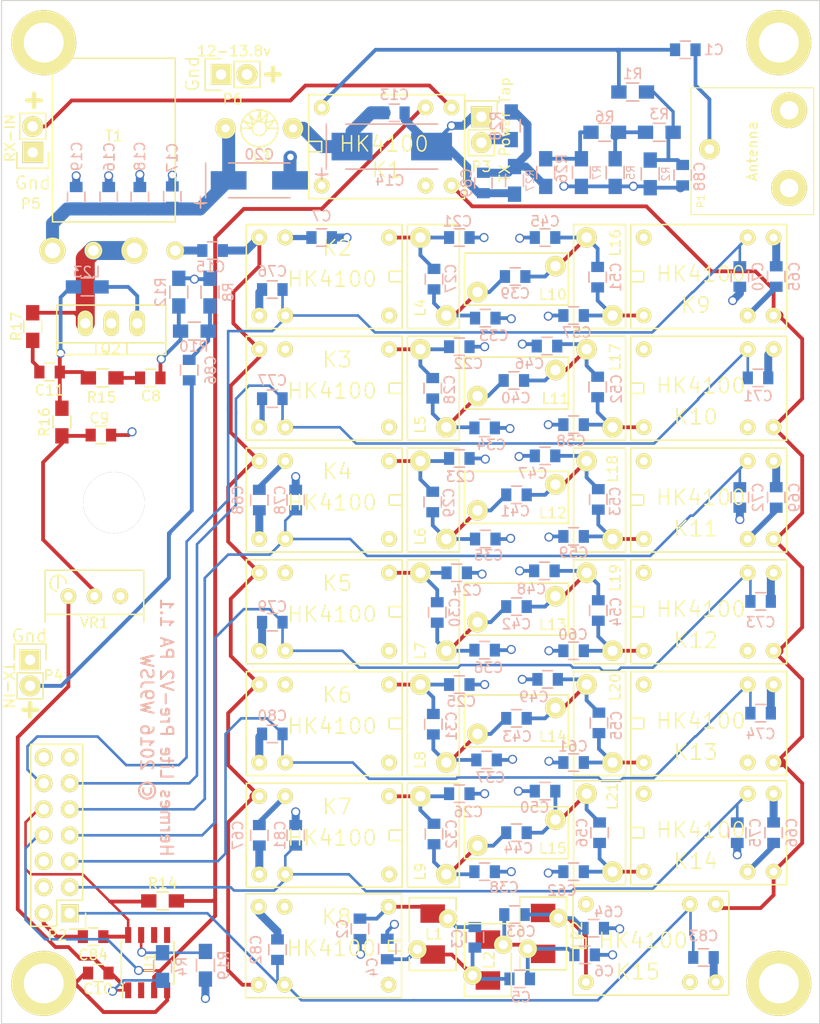
<source format=kicad_pcb>
(kicad_pcb (version 4) (host pcbnew 4.0.1-stable)
  (title_block (title "Hermes Lite pre-V2 5W Power Amplifier") (date 2016-05-02) (rev 1.2) (company W9JSW))
  (layers (0 F.Cu signal) (1 In1.Cu signal) (2 In2.Cu signal) (31 B.Cu signal) (34 B.Paste user) (35 F.Paste user) (36 B.SilkS user) (37 F.SilkS user) (38 B.Mask user) (39 F.Mask user) (44 Edge.Cuts user))
  (net 0 "")
  (net 1 GND)
  (net 2 "Net-(C3-Pad1)")
  (net 3 "Net-(C10-Pad2)")
  (net 4 "Net-(C11-Pad1)")
  (net 5 "Net-(C15-Pad1)")
  (net 6 "Net-(C16-Pad2)")
  (net 7 "Net-(K2-Pad3)")
  (net 8 "Net-(C29-Pad1)")
  (net 9 "Net-(C5-Pad1)")
  (net 10 /PTT)
  (net 11 "Net-(C1-Pad2)")
  (net 12 "Net-(C32-Pad1)")
  (net 13 "Net-(C23-Pad1)")
  (net 14 "Net-(C24-Pad1)")
  (net 15 "Net-(C25-Pad1)")
  (net 16 "Net-(C27-Pad1)")
  (net 17 "Net-(C1-Pad1)")
  (net 18 "Net-(C8-Pad1)")
  (net 19 "Net-(C8-Pad2)")
  (net 20 "Net-(C9-Pad2)")
  (net 21 "Net-(C11-Pad2)")
  (net 22 "Net-(C21-Pad1)")
  (net 23 "Net-(C22-Pad1)")
  (net 24 "Net-(C26-Pad1)")
  (net 25 "Net-(C28-Pad1)")
  (net 26 "Net-(C30-Pad1)")
  (net 27 "Net-(C31-Pad1)")
  (net 28 "Net-(C39-Pad1)")
  (net 29 "Net-(C40-Pad1)")
  (net 30 "Net-(C41-Pad1)")
  (net 31 "Net-(C42-Pad1)")
  (net 32 "Net-(C43-Pad1)")
  (net 33 "Net-(C44-Pad1)")
  (net 34 "Net-(C51-Pad1)")
  (net 35 "Net-(C52-Pad1)")
  (net 36 "Net-(C53-Pad1)")
  (net 37 "Net-(C54-Pad1)")
  (net 38 "Net-(C55-Pad1)")
  (net 39 "Net-(C56-Pad1)")
  (net 40 "Net-(K1-Pad1)")
  (net 41 "Net-(K1-Pad4)")
  (net 42 /Band0)
  (net 43 /Band1)
  (net 44 "Net-(K3-Pad3)")
  (net 45 /Band2)
  (net 46 "Net-(K4-Pad3)")
  (net 47 /Band3)
  (net 48 "Net-(K5-Pad3)")
  (net 49 /Band4)
  (net 50 "Net-(K6-Pad3)")
  (net 51 /Band5)
  (net 52 "Net-(K7-Pad3)")
  (net 53 /Band6)
  (net 54 "Net-(K9-Pad3)")
  (net 55 "Net-(K10-Pad3)")
  (net 56 "Net-(K11-Pad3)")
  (net 57 "Net-(K12-Pad3)")
  (net 58 "Net-(K13-Pad3)")
  (net 59 "Net-(K14-Pad3)")
  (net 60 "Net-(Q2-Pad3)")
  (net 61 "Net-(R3-Pad1)")
  (net 62 TX-FILTER-OUT)
  (net 63 TX-FILTER-IN)
  (net 64 "Net-(K8-Pad3)")
  (net 65 "Net-(K15-Pad3)")
  (net 66 "Net-(U1-Pad5)")
  (net 67 "Net-(U1-Pad6)")
  (net 68 +12v)
  (net 69 "Net-(C86-Pad1)")
  (net 70 "Net-(C86-Pad2)")
  (net 71 "Net-(C88-Pad1)")
  (net 72 "Net-(C89-Pad1)")
  (net 73 "Net-(P3-Pad2)")
  (net 74 "Net-(R26-Pad2)")
  (net 75 "Net-(R19-Pad2)")
  (net 76 "Net-(U1-Pad2)")
  (net 77 "Net-(P2-Pad13)")
  (net 78 "Net-(P2-Pad14)")
  (net 79 "Net-(C2-Pad1)")
  (net 80 "Net-(L23-Pad2)")
  (net 81 "Net-(C63-Pad1)")
  (module HERMESLITE:inductor (layer F.Cu) (at 162.56 128.778 90)
    (fp_text reference L2 (at 0 0.127 90) (layer F.SilkS))
    (fp_text value 330nH hide)
    (pad 1 smd rect (at -2 0 90) (size 1.8 2.4) (layers F.Cu F.Paste F.Mask) (net 2 "Net-(C3-Pad1)"))
    (pad 2 smd rect (at 2 0 90) (size 1.8 2.4) (layers F.Cu F.Paste F.Mask) (net 9 "Net-(C5-Pad1)"))
    (pad 1 thru_hole circle (at -1.5 -1.5 90) (size 1.8 1.8) (drill 0.9) (layers *.Cu *.Mask F.SilkS) (net 2 "Net-(C3-Pad1)"))
    (pad 2 thru_hole circle (at 1.5 1.5 90) (size 1.8 1.8) (drill 0.9) (layers *.Cu *.Mask F.SilkS) (net 9 "Net-(C5-Pad1)"))
  )
  (module HERMESLITE:C_0805 (layer B.Cu) (at 150.0505 125.73 270)
    (fp_text reference C2 (at 0 1.7145 270) (layer B.SilkS) (effects (justify mirror)))
    (fp_text value 100pf hide)
    (pad 1 smd rect (at -1 0 270) (size 1 1.25) (layers B.Cu B.Paste B.Mask) (net 79 "Net-(C2-Pad1)"))
    (pad 2 smd rect (at 1 0 270) (size 1 1.25) (layers B.Cu B.Paste B.Mask) (net 1 GND))
  )
  (module HERMESLITE:C_0805 (layer B.Cu) (at 161.29 126.5555 90)
    (fp_text reference C3 (at -0.127 -1.7145 90) (layer B.SilkS) (effects (justify mirror)))
    (fp_text value DNI hide)
    (pad 1 smd rect (at -1 0 90) (size 1 1.25) (layers B.Cu B.Paste B.Mask) (net 2 "Net-(C3-Pad1)"))
    (pad 2 smd rect (at 1 0 90) (size 1 1.25) (layers B.Cu B.Paste B.Mask) (net 79 "Net-(C2-Pad1)"))
  )
  (module HERMESLITE:C_0805 (layer B.Cu) (at 165.6715 130.6195 180)
    (fp_text reference C5 (at -0.127 -1.778 180) (layer B.SilkS) (effects (justify mirror)))
    (fp_text value DNI hide)
    (pad 1 smd rect (at -1 0 180) (size 1 1.25) (layers B.Cu B.Paste B.Mask) (net 9 "Net-(C5-Pad1)"))
    (pad 2 smd rect (at 1 0 180) (size 1 1.25) (layers B.Cu B.Paste B.Mask) (net 2 "Net-(C3-Pad1)"))
  )
  (module HERMESLITE:C_0805 (layer B.Cu) (at 172.0215 128.27)
    (fp_text reference C6 (at 1.905 1.5875 180) (layer B.SilkS) (effects (justify mirror)))
    (fp_text value 100pf hide)
    (pad 1 smd rect (at -1 0) (size 1 1.25) (layers B.Cu B.Paste B.Mask) (net 9 "Net-(C5-Pad1)"))
    (pad 2 smd rect (at 1 0) (size 1 1.25) (layers B.Cu B.Paste B.Mask) (net 1 GND))
  )
  (module HERMESLITE:C_0805 (layer F.Cu) (at 129.54 71.882)
    (fp_text reference C8 (at 0.0635 1.778) (layer F.SilkS))
    (fp_text value 0.1uF hide)
    (pad 1 smd rect (at -1 0) (size 1 1.25) (layers F.Cu F.Paste F.Mask) (net 18 "Net-(C8-Pad1)"))
    (pad 2 smd rect (at 1 0) (size 1 1.25) (layers F.Cu F.Paste F.Mask) (net 19 "Net-(C8-Pad2)"))
  )
  (module HERMESLITE:C_0805 (layer F.Cu) (at 124.714 77.47 180)
    (fp_text reference C9 (at 0.15 1.65 180) (layer F.SilkS))
    (fp_text value 0.1uF hide)
    (pad 1 smd rect (at -1 0 180) (size 1 1.25) (layers F.Cu F.Paste F.Mask) (net 1 GND))
    (pad 2 smd rect (at 1 0 180) (size 1 1.25) (layers F.Cu F.Paste F.Mask) (net 20 "Net-(C9-Pad2)"))
  )
  (module HERMESLITE:C_0805 (layer F.Cu) (at 124.46 130.048)
    (fp_text reference C10 (at -0.05 1.55) (layer F.SilkS))
    (fp_text value 1uF hide)
    (pad 1 smd rect (at -1 0) (size 1 1.25) (layers F.Cu F.Paste F.Mask) (net 1 GND))
    (pad 2 smd rect (at 1 0) (size 1 1.25) (layers F.Cu F.Paste F.Mask) (net 3 "Net-(C10-Pad2)"))
  )
  (module HERMESLITE:C_0805 (layer F.Cu) (at 119.6975 71.3105)
    (fp_text reference C11 (at 0 1.778) (layer F.SilkS))
    (fp_text value 0.1uF hide)
    (pad 1 smd rect (at -1 0) (size 1 1.25) (layers F.Cu F.Paste F.Mask) (net 4 "Net-(C11-Pad1)"))
    (pad 2 smd rect (at 1 0) (size 1 1.25) (layers F.Cu F.Paste F.Mask) (net 21 "Net-(C11-Pad2)"))
  )
  (module HERMESLITE:C_0805 (layer B.Cu) (at 153.416 45.974)
    (fp_text reference C13 (at 0 -1.778) (layer B.SilkS) (effects (justify mirror)))
    (fp_text value 0.1uF hide)
    (pad 1 smd rect (at -1 0) (size 1 1.25) (layers B.Cu B.Paste B.Mask) (net 68 +12v))
    (pad 2 smd rect (at 1 0) (size 1 1.25) (layers B.Cu B.Paste B.Mask) (net 1 GND))
  )
  (module HERMESLITE:C_0805 (layer B.Cu) (at 135.636 59.436)
    (fp_text reference C15 (at -0.2 1.6) (layer B.SilkS) (effects (justify mirror)))
    (fp_text value 0.1uF hide)
    (pad 1 smd rect (at -1 0) (size 1 1.25) (layers B.Cu B.Paste B.Mask) (net 5 "Net-(C15-Pad1)"))
    (pad 2 smd rect (at 1 0) (size 1 1.25) (layers B.Cu B.Paste B.Mask) (net 63 TX-FILTER-IN))
  )
  (module HERMESLITE:C_0805 (layer B.Cu) (at 125.476 54.229 270)
    (fp_text reference C16 (at -3.937 -0.0635 270) (layer B.SilkS) (effects (justify mirror)))
    (fp_text value 0.1uF hide)
    (pad 1 smd rect (at -1 0 270) (size 1 1.25) (layers B.Cu B.Paste B.Mask) (net 1 GND))
    (pad 2 smd rect (at 1 0 270) (size 1 1.25) (layers B.Cu B.Paste B.Mask) (net 6 "Net-(C16-Pad2)"))
  )
  (module HERMESLITE:C_0805 (layer B.Cu) (at 131.699 54.1655 270)
    (fp_text reference C17 (at -3.81 0 270) (layer B.SilkS) (effects (justify mirror)))
    (fp_text value 0.1uF hide)
    (pad 1 smd rect (at -1 0 270) (size 1 1.25) (layers B.Cu B.Paste B.Mask) (net 1 GND))
    (pad 2 smd rect (at 1 0 270) (size 1 1.25) (layers B.Cu B.Paste B.Mask) (net 6 "Net-(C16-Pad2)"))
  )
  (module HERMESLITE:C_0805 (layer B.Cu) (at 122.301 54.229 270)
    (fp_text reference C19 (at -4.0005 -0.0635 270) (layer B.SilkS) (effects (justify mirror)))
    (fp_text value 4700pF hide)
    (pad 1 smd rect (at -1 0 270) (size 1 1.25) (layers B.Cu B.Paste B.Mask) (net 1 GND))
    (pad 2 smd rect (at 1 0 270) (size 1 1.25) (layers B.Cu B.Paste B.Mask) (net 6 "Net-(C16-Pad2)"))
  )
  (module HERMESLITE:C_0805 (layer B.Cu) (at 159.766 58.166)
    (fp_text reference C21 (at -0.1905 -1.5875) (layer B.SilkS) (effects (justify mirror)))
    (fp_text value 820pF hide)
    (pad 1 smd rect (at -1 0) (size 1 1.25) (layers B.Cu B.Paste B.Mask) (net 22 "Net-(C21-Pad1)"))
    (pad 2 smd rect (at 1 0) (size 1 1.25) (layers B.Cu B.Paste B.Mask) (net 1 GND))
  )
  (module HERMESLITE:BNCRA (layer F.Cu) (at 192.024 49.53 90)
    (fp_text reference P1 (at -5.08 -8.636 90) (layer F.SilkS) (effects (font (size 0.7 0.7) (thickness 0.1))))
    (fp_text value Antenna (at -0.2 -3.6 90) (layer F.SilkS))
    (pad 2 thru_hole circle (at -3.8 0 90) (size 3.5 3.5) (drill 1.8) (layers *.Cu *.Mask F.SilkS) (net 1 GND))
    (pad 2 thru_hole circle (at 3.8 0 90) (size 3.5 3.5) (drill 1.8) (layers *.Cu *.Mask F.SilkS) (net 1 GND))
    (pad 1 thru_hole circle (at 0 -7.8 90) (size 2 2) (drill 0.92) (layers *.Cu *.Mask F.SilkS) (net 17 "Net-(C1-Pad1)"))
  )
  (module Potentiometers:Potentiometer_Bourns_3296W_3-8Zoll_Inline_ScrewUp (layer F.Cu) (at 121.539 93.218 270)
    (fp_text reference VR1 (at 2.6035 -2.54 360) (layer F.SilkS))
    (fp_text value "1k MT" hide)
    (pad 2 thru_hole circle (at 0 -2.54 270) (size 1.524 1.524) (drill 0.8128) (layers *.Cu *.Mask F.SilkS) (net 20 "Net-(C9-Pad2)"))
    (pad 3 thru_hole circle (at 0 -5.08 270) (size 1.524 1.524) (drill 0.8128) (layers *.Cu *.Mask F.SilkS) (net 1 GND))
    (pad 1 thru_hole circle (at 0 0 270) (size 1.524 1.524) (drill 0.8128) (layers *.Cu *.Mask F.SilkS) (net 3 "Net-(C10-Pad2)"))
  )
  (module HERMESLITE:C_0805 (layer B.Cu) (at 159.766 112.522)
    (fp_text reference C26 (at 0.889 1.778) (layer B.SilkS) (effects (justify mirror)))
    (fp_text value 82pF hide)
    (pad 1 smd rect (at -1 0) (size 1 1.25) (layers B.Cu B.Paste B.Mask) (net 24 "Net-(C26-Pad1)"))
    (pad 2 smd rect (at 1 0) (size 1 1.25) (layers B.Cu B.Paste B.Mask) (net 1 GND))
  )
  (module HERMESLITE:C_0805 (layer B.Cu) (at 157.1625 72.898 90)
    (fp_text reference C28 (at -0.127 1.651 90) (layer B.SilkS) (effects (justify mirror)))
    (fp_text value DNI hide)
    (pad 1 smd rect (at -1 0 90) (size 1 1.25) (layers B.Cu B.Paste B.Mask) (net 25 "Net-(C28-Pad1)"))
    (pad 2 smd rect (at 1 0 90) (size 1 1.25) (layers B.Cu B.Paste B.Mask) (net 23 "Net-(C22-Pad1)"))
  )
  (module HERMESLITE:C_0805 (layer B.Cu) (at 157.1625 84.0105 90)
    (fp_text reference C29 (at -0.0635 1.5875 90) (layer B.SilkS) (effects (justify mirror)))
    (fp_text value 100pf hide)
    (pad 1 smd rect (at -1 0 90) (size 1 1.25) (layers B.Cu B.Paste B.Mask) (net 8 "Net-(C29-Pad1)"))
    (pad 2 smd rect (at 1 0 90) (size 1 1.25) (layers B.Cu B.Paste B.Mask) (net 13 "Net-(C23-Pad1)"))
  )
  (module Mounting_Holes:MountingHole_6mm (layer F.Cu) (at 125.984 84.074)
    (fp_text reference MountingHole_6mm hide)
    (fp_text value VAL** hide)
    (pad 1 thru_hole circle (at 0 0) (size 5.99948 5.99948) (drill 5.99948) (layers))
  )
  (module Resistors_SMD:R_0805_HandSoldering (layer B.Cu) (at 175.006 51.816 90)
    (fp_text reference R5 (at 0 1.524 90) (layer B.SilkS) (effects (font (size 0.75 0.75) (thickness 0.1)) (justify mirror)))
    (fp_text value 68 hide)
    (pad 1 smd rect (at -1.35 0 90) (size 1.5 1.3) (layers B.Cu B.Paste B.Mask) (net 1 GND))
    (pad 2 smd rect (at 1.35 0 90) (size 1.5 1.3) (layers B.Cu B.Paste B.Mask) (net 61 "Net-(R3-Pad1)"))
  )
  (module Resistors_SMD:R_0805_HandSoldering (layer B.Cu) (at 173.99 47.879)
    (fp_text reference R6 (at 0 -1.524) (layer B.SilkS) (effects (justify mirror)))
    (fp_text value 68 hide)
    (pad 1 smd rect (at -1.35 0) (size 1.5 1.3) (layers B.Cu B.Paste B.Mask) (net 74 "Net-(R26-Pad2)"))
    (pad 2 smd rect (at 1.35 0) (size 1.5 1.3) (layers B.Cu B.Paste B.Mask) (net 61 "Net-(R3-Pad1)"))
  )
  (module Resistors_SMD:R_0805_HandSoldering (layer B.Cu) (at 171.704 51.816 90)
    (fp_text reference R7 (at 0 1.524 90) (layer B.SilkS) (effects (font (size 0.75 0.75) (thickness 0.1)) (justify mirror)))
    (fp_text value 68 hide)
    (pad 1 smd rect (at -1.35 0 90) (size 1.5 1.3) (layers B.Cu B.Paste B.Mask) (net 1 GND))
    (pad 2 smd rect (at 1.35 0 90) (size 1.5 1.3) (layers B.Cu B.Paste B.Mask) (net 74 "Net-(R26-Pad2)"))
  )
  (module Resistors_SMD:R_0805_HandSoldering (layer B.Cu) (at 135.382 63.5 270)
    (fp_text reference R8 (at 0 -1.778 270) (layer B.SilkS) (effects (justify mirror)))
    (fp_text value DNI hide)
    (pad 1 smd rect (at -1.35 0 270) (size 1.5 1.3) (layers B.Cu B.Paste B.Mask) (net 1 GND))
    (pad 2 smd rect (at 1.35 0 270) (size 1.5 1.3) (layers B.Cu B.Paste B.Mask) (net 70 "Net-(C86-Pad2)"))
  )
  (module Resistors_SMD:R_0805_HandSoldering (layer B.Cu) (at 133.858 67.31)
    (fp_text reference R10 (at -0.05 1.5) (layer B.SilkS) (effects (justify mirror)))
    (fp_text value 0 hide)
    (pad 1 smd rect (at -1.35 0) (size 1.5 1.3) (layers B.Cu B.Paste B.Mask) (net 19 "Net-(C8-Pad2)"))
    (pad 2 smd rect (at 1.35 0) (size 1.5 1.3) (layers B.Cu B.Paste B.Mask) (net 70 "Net-(C86-Pad2)"))
  )
  (module Resistors_SMD:R_0805_HandSoldering (layer B.Cu) (at 132.334 63.5 270)
    (fp_text reference R12 (at 0 1.778 270) (layer B.SilkS) (effects (justify mirror)))
    (fp_text value DNI hide)
    (pad 1 smd rect (at -1.35 0 270) (size 1.5 1.3) (layers B.Cu B.Paste B.Mask) (net 1 GND))
    (pad 2 smd rect (at 1.35 0 270) (size 1.5 1.3) (layers B.Cu B.Paste B.Mask) (net 19 "Net-(C8-Pad2)"))
  )
  (module HERMESLITE:C_0805 (layer B.Cu) (at 157.607 94.8055 90)
    (fp_text reference C30 (at 0 1.7145 90) (layer B.SilkS) (effects (justify mirror)))
    (fp_text value 43pF hide)
    (pad 1 smd rect (at -1 0 90) (size 1 1.25) (layers B.Cu B.Paste B.Mask) (net 26 "Net-(C30-Pad1)"))
    (pad 2 smd rect (at 1 0 90) (size 1 1.25) (layers B.Cu B.Paste B.Mask) (net 14 "Net-(C24-Pad1)"))
  )
  (module HERMESLITE:C_0805 (layer B.Cu) (at 157.226 105.7275 90)
    (fp_text reference C31 (at -0.1905 1.778 90) (layer B.SilkS) (effects (justify mirror)))
    (fp_text value DNI hide)
    (pad 1 smd rect (at -1 0 90) (size 1 1.25) (layers B.Cu B.Paste B.Mask) (net 27 "Net-(C31-Pad1)"))
    (pad 2 smd rect (at 1 0 90) (size 1 1.25) (layers B.Cu B.Paste B.Mask) (net 15 "Net-(C25-Pad1)"))
  )
  (module Resistors_SMD:R_0805_HandSoldering (layer B.Cu) (at 176.7205 43.942 180)
    (fp_text reference R1 (at 0 1.778 180) (layer B.SilkS) (effects (justify mirror)))
    (fp_text value 2.7k hide)
    (pad 1 smd rect (at -1.35 0 180) (size 1.5 1.3) (layers B.Cu B.Paste B.Mask) (net 71 "Net-(C88-Pad1)"))
    (pad 2 smd rect (at 1.35 0 180) (size 1.5 1.3) (layers B.Cu B.Paste B.Mask) (net 11 "Net-(C1-Pad2)"))
  )
  (module Resistors_SMD:R_0805_HandSoldering (layer B.Cu) (at 178.435 51.943 90)
    (fp_text reference R2 (at 0 1.524 90) (layer B.SilkS) (effects (font (size 0.75 0.75) (thickness 0.1)) (justify mirror)))
    (fp_text value 120 hide)
    (pad 1 smd rect (at -1.35 0 90) (size 1.5 1.3) (layers B.Cu B.Paste B.Mask) (net 1 GND))
    (pad 2 smd rect (at 1.35 0 90) (size 1.5 1.3) (layers B.Cu B.Paste B.Mask) (net 71 "Net-(C88-Pad1)"))
  )
  (module Resistors_SMD:R_0805_HandSoldering (layer B.Cu) (at 179.324 47.879)
    (fp_text reference R3 (at 0 -1.778) (layer B.SilkS) (effects (justify mirror)))
    (fp_text value 51 hide)
    (pad 1 smd rect (at -1.35 0) (size 1.5 1.3) (layers B.Cu B.Paste B.Mask) (net 61 "Net-(R3-Pad1)"))
    (pad 2 smd rect (at 1.35 0) (size 1.5 1.3) (layers B.Cu B.Paste B.Mask) (net 71 "Net-(C88-Pad1)"))
  )
  (module HERMESLITE:MH (layer F.Cu) (at 191.008 39.116)
    (fp_text reference MH hide)
    (fp_text value VAL** hide)
    (pad "" thru_hole circle (at 0 0) (size 6.35 6.35) (drill 3.9) (layers *.Cu *.Mask F.SilkS) (net 1 GND))
  )
  (module HERMESLITE:MH (layer F.Cu) (at 119.126 39.116)
    (fp_text reference MH hide)
    (fp_text value VAL** hide)
    (pad "" thru_hole circle (at 0 0) (size 6.35 6.35) (drill 3.9) (layers *.Cu *.Mask F.SilkS) (net 1 GND))
  )
  (module HERMESLITE:MH (layer F.Cu) (at 191.008 131.064)
    (fp_text reference MH hide)
    (fp_text value VAL** hide)
    (pad "" thru_hole circle (at 0 0) (size 6.35 6.35) (drill 3.9) (layers *.Cu *.Mask F.SilkS) (net 1 GND))
  )
  (module HERMESLITE:MH (layer F.Cu) (at 119.126 131.064)
    (fp_text reference MH hide)
    (fp_text value VAL** hide)
    (pad "" thru_hole circle (at 0 0) (size 6.35 6.35) (drill 3.9) (layers *.Cu *.Mask F.SilkS) (net 1 GND))
  )
  (module HERMESLITE:C_0805 (layer B.Cu) (at 181.864 39.8145 180)
    (fp_text reference C1 (at -2.794 0 180) (layer B.SilkS) (effects (justify mirror)))
    (fp_text value 0.1uF hide)
    (pad 1 smd rect (at -1 0 180) (size 1 1.25) (layers B.Cu B.Paste B.Mask) (net 17 "Net-(C1-Pad1)"))
    (pad 2 smd rect (at 1 0 180) (size 1 1.25) (layers B.Cu B.Paste B.Mask) (net 11 "Net-(C1-Pad2)"))
  )
  (module Pin_Headers:Pin_Header_Straight_1x02 (layer F.Cu) (at 117.7925 99.441)
    (fp_text reference P4 (at 2.286 1.524 180) (layer F.SilkS))
    (fp_text value TX-IN hide)
    (pad 1 thru_hole rect (at 0 0) (size 2.032 2.032) (drill 1.016) (layers *.Cu *.Mask F.SilkS) (net 1 GND))
    (pad 2 thru_hole oval (at 0 2.54) (size 2.032 2.032) (drill 1.016) (layers *.Cu *.Mask F.SilkS) (net 69 "Net-(C86-Pad1)"))
  )
  (module Resistors_SMD:R_0805_HandSoldering (layer F.Cu) (at 124.841 71.882)
    (fp_text reference R15 (at -0.0635 1.905) (layer F.SilkS))
    (fp_text value 6.8 hide)
    (pad 1 smd rect (at -1.35 0) (size 1.5 1.3) (layers F.Cu F.Paste F.Mask) (net 21 "Net-(C11-Pad2)"))
    (pad 2 smd rect (at 1.35 0) (size 1.5 1.3) (layers F.Cu F.Paste F.Mask) (net 18 "Net-(C8-Pad1)"))
  )
  (module Resistors_SMD:R_0805_HandSoldering (layer F.Cu) (at 120.904 76.2 270)
    (fp_text reference R16 (at 0 1.7145 270) (layer F.SilkS))
    (fp_text value 10k hide)
    (pad 1 smd rect (at -1.35 0 270) (size 1.5 1.3) (layers F.Cu F.Paste F.Mask) (net 21 "Net-(C11-Pad2)"))
    (pad 2 smd rect (at 1.35 0 270) (size 1.5 1.3) (layers F.Cu F.Paste F.Mask) (net 20 "Net-(C9-Pad2)"))
  )
  (module HERMESLITE:C_0805 (layer B.Cu) (at 128.524 54.229 270)
    (fp_text reference C18 (at -4.0005 0 270) (layer B.SilkS) (effects (justify mirror)))
    (fp_text value 0.1uF hide)
    (pad 1 smd rect (at -1 0 270) (size 1 1.25) (layers B.Cu B.Paste B.Mask) (net 1 GND))
    (pad 2 smd rect (at 1 0 270) (size 1 1.25) (layers B.Cu B.Paste B.Mask) (net 6 "Net-(C16-Pad2)"))
  )
  (module HERMESLITE:C_0805 (layer B.Cu) (at 159.766 79.756)
    (fp_text reference C23 (at 0.127 1.778) (layer B.SilkS) (effects (justify mirror)))
    (fp_text value 360pF hide)
    (pad 1 smd rect (at -1 0) (size 1 1.25) (layers B.Cu B.Paste B.Mask) (net 13 "Net-(C23-Pad1)"))
    (pad 2 smd rect (at 1 0) (size 1 1.25) (layers B.Cu B.Paste B.Mask) (net 1 GND))
  )
  (module HERMESLITE:C_0805 (layer B.Cu) (at 159.512 90.932)
    (fp_text reference C24 (at 1.016 1.7145) (layer B.SilkS) (effects (justify mirror)))
    (fp_text value 180pF hide)
    (pad 1 smd rect (at -1 0) (size 1 1.25) (layers B.Cu B.Paste B.Mask) (net 14 "Net-(C24-Pad1)"))
    (pad 2 smd rect (at 1 0) (size 1 1.25) (layers B.Cu B.Paste B.Mask) (net 1 GND))
  )
  (module HERMESLITE:C_0805 (layer B.Cu) (at 159.766 101.854)
    (fp_text reference C25 (at 0.1905 1.651) (layer B.SilkS) (effects (justify mirror)))
    (fp_text value 100pF hide)
    (pad 1 smd rect (at -1 0) (size 1 1.25) (layers B.Cu B.Paste B.Mask) (net 15 "Net-(C25-Pad1)"))
    (pad 2 smd rect (at 1 0) (size 1 1.25) (layers B.Cu B.Paste B.Mask) (net 1 GND))
  )
  (module HERMESLITE:C_0805 (layer B.Cu) (at 157.2895 62.23 90)
    (fp_text reference C27 (at 0.0635 1.651 90) (layer B.SilkS) (effects (justify mirror)))
    (fp_text value DNI hide)
    (pad 1 smd rect (at -1 0 90) (size 1 1.25) (layers B.Cu B.Paste B.Mask) (net 16 "Net-(C27-Pad1)"))
    (pad 2 smd rect (at 1 0 90) (size 1 1.25) (layers B.Cu B.Paste B.Mask) (net 22 "Net-(C21-Pad1)"))
  )
  (module HERMESLITE:C_0805 (layer B.Cu) (at 157.2895 116.459 90)
    (fp_text reference C32 (at 0 1.7145 90) (layer B.SilkS) (effects (justify mirror)))
    (fp_text value DNI hide)
    (pad 1 smd rect (at -1 0 90) (size 1 1.25) (layers B.Cu B.Paste B.Mask) (net 12 "Net-(C32-Pad1)"))
    (pad 2 smd rect (at 1 0 90) (size 1 1.25) (layers B.Cu B.Paste B.Mask) (net 24 "Net-(C26-Pad1)"))
  )
  (module HERMESLITE:C_0805 (layer B.Cu) (at 162.306 66.04)
    (fp_text reference C33 (at 0.8255 1.7145) (layer B.SilkS) (effects (justify mirror)))
    (fp_text value 2200pF hide)
    (pad 1 smd rect (at -1 0) (size 1 1.25) (layers B.Cu B.Paste B.Mask) (net 16 "Net-(C27-Pad1)"))
    (pad 2 smd rect (at 1 0) (size 1 1.25) (layers B.Cu B.Paste B.Mask) (net 1 GND))
  )
  (module HERMESLITE:C_0805 (layer B.Cu) (at 152.7175 127.6985 90)
    (fp_text reference C4 (at -1.778 -1.4605 270) (layer B.SilkS) (effects (justify mirror)))
    (fp_text value 180pf hide)
    (pad 1 smd rect (at -1 0 90) (size 1 1.25) (layers B.Cu B.Paste B.Mask) (net 2 "Net-(C3-Pad1)"))
    (pad 2 smd rect (at 1 0 90) (size 1 1.25) (layers B.Cu B.Paste B.Mask) (net 1 GND))
  )
  (module HERMESLITE:C_0805 (layer B.Cu) (at 159.766 68.834)
    (fp_text reference C22 (at 0.889 1.651) (layer B.SilkS) (effects (justify mirror)))
    (fp_text value 470pF hide)
    (pad 1 smd rect (at -1 0) (size 1 1.25) (layers B.Cu B.Paste B.Mask) (net 23 "Net-(C22-Pad1)"))
    (pad 2 smd rect (at 1 0) (size 1 1.25) (layers B.Cu B.Paste B.Mask) (net 1 GND))
  )
  (module HERMESLITE:C_0805 (layer B.Cu) (at 162.2425 76.7715)
    (fp_text reference C34 (at 0.635 1.651 180) (layer B.SilkS) (effects (justify mirror)))
    (fp_text value 1200pF hide)
    (pad 1 smd rect (at -1 0) (size 1 1.25) (layers B.Cu B.Paste B.Mask) (net 25 "Net-(C28-Pad1)"))
    (pad 2 smd rect (at 1 0) (size 1 1.25) (layers B.Cu B.Paste B.Mask) (net 1 GND))
  )
  (module HERMESLITE:C_0805 (layer B.Cu) (at 162.306 87.63)
    (fp_text reference C35 (at 0.3175 1.5875) (layer B.SilkS) (effects (justify mirror)))
    (fp_text value 680pF hide)
    (pad 1 smd rect (at -1 0) (size 1 1.25) (layers B.Cu B.Paste B.Mask) (net 8 "Net-(C29-Pad1)"))
    (pad 2 smd rect (at 1 0) (size 1 1.25) (layers B.Cu B.Paste B.Mask) (net 1 GND))
  )
  (module HERMESLITE:C_0805 (layer B.Cu) (at 162.2425 98.4885)
    (fp_text reference C36 (at 0.381 1.7145) (layer B.SilkS) (effects (justify mirror)))
    (fp_text value 300pF hide)
    (pad 1 smd rect (at -1 0) (size 1 1.25) (layers B.Cu B.Paste B.Mask) (net 26 "Net-(C30-Pad1)"))
    (pad 2 smd rect (at 1 0) (size 1 1.25) (layers B.Cu B.Paste B.Mask) (net 1 GND))
  )
  (module HERMESLITE:C_0805 (layer B.Cu) (at 162.433 109.22)
    (fp_text reference C37 (at 0.381 1.7145) (layer B.SilkS) (effects (justify mirror)))
    (fp_text value 270pF hide)
    (pad 1 smd rect (at -1 0) (size 1 1.25) (layers B.Cu B.Paste B.Mask) (net 27 "Net-(C31-Pad1)"))
    (pad 2 smd rect (at 1 0) (size 1 1.25) (layers B.Cu B.Paste B.Mask) (net 1 GND))
  )
  (module HERMESLITE:C_0805 (layer B.Cu) (at 162.2425 120.142)
    (fp_text reference C38 (at 1.905 1.524) (layer B.SilkS) (effects (justify mirror)))
    (fp_text value 220pF hide)
    (pad 1 smd rect (at -1 0) (size 1 1.25) (layers B.Cu B.Paste B.Mask) (net 12 "Net-(C32-Pad1)"))
    (pad 2 smd rect (at 1 0) (size 1 1.25) (layers B.Cu B.Paste B.Mask) (net 1 GND))
  )
  (module HERMESLITE:C_0805 (layer B.Cu) (at 165.227 61.976 180)
    (fp_text reference C39 (at 0 -1.651 180) (layer B.SilkS) (effects (justify mirror)))
    (fp_text value DNI hide)
    (pad 1 smd rect (at -1 0 180) (size 1 1.25) (layers B.Cu B.Paste B.Mask) (net 28 "Net-(C39-Pad1)"))
    (pad 2 smd rect (at 1 0 180) (size 1 1.25) (layers B.Cu B.Paste B.Mask) (net 16 "Net-(C27-Pad1)"))
  )
  (module HERMESLITE:C_0805 (layer B.Cu) (at 165.1 72.136 180)
    (fp_text reference C40 (at -0.1905 -1.7145 180) (layer B.SilkS) (effects (justify mirror)))
    (fp_text value DNI hide)
    (pad 1 smd rect (at -1 0 180) (size 1 1.25) (layers B.Cu B.Paste B.Mask) (net 29 "Net-(C40-Pad1)"))
    (pad 2 smd rect (at 1 0 180) (size 1 1.25) (layers B.Cu B.Paste B.Mask) (net 25 "Net-(C28-Pad1)"))
  )
  (module HERMESLITE:C_0805 (layer B.Cu) (at 165.354 83.312 180)
    (fp_text reference C41 (at 0.127 -1.5875 180) (layer B.SilkS) (effects (justify mirror)))
    (fp_text value 300pf hide)
    (pad 1 smd rect (at -1 0 180) (size 1 1.25) (layers B.Cu B.Paste B.Mask) (net 30 "Net-(C41-Pad1)"))
    (pad 2 smd rect (at 1 0 180) (size 1 1.25) (layers B.Cu B.Paste B.Mask) (net 8 "Net-(C29-Pad1)"))
  )
  (module HERMESLITE:C_0805 (layer B.Cu) (at 165.354 94.234 180)
    (fp_text reference C42 (at 0 -1.7145 180) (layer B.SilkS) (effects (justify mirror)))
    (fp_text value 130pF hide)
    (pad 1 smd rect (at -1 0 180) (size 1 1.25) (layers B.Cu B.Paste B.Mask) (net 31 "Net-(C42-Pad1)"))
    (pad 2 smd rect (at 1 0 180) (size 1 1.25) (layers B.Cu B.Paste B.Mask) (net 26 "Net-(C30-Pad1)"))
  )
  (module HERMESLITE:C_0805 (layer B.Cu) (at 165.354 105.156 180)
    (fp_text reference C43 (at -0.0635 -1.778 180) (layer B.SilkS) (effects (justify mirror)))
    (fp_text value DNI hide)
    (pad 1 smd rect (at -1 0 180) (size 1 1.25) (layers B.Cu B.Paste B.Mask) (net 32 "Net-(C43-Pad1)"))
    (pad 2 smd rect (at 1 0 180) (size 1 1.25) (layers B.Cu B.Paste B.Mask) (net 27 "Net-(C31-Pad1)"))
  )
  (module HERMESLITE:C_0805 (layer B.Cu) (at 165.354 116.332 180)
    (fp_text reference C44 (at -0.1905 -1.524 180) (layer B.SilkS) (effects (justify mirror)))
    (fp_text value DNI hide)
    (pad 1 smd rect (at -1 0 180) (size 1 1.25) (layers B.Cu B.Paste B.Mask) (net 33 "Net-(C44-Pad1)"))
    (pad 2 smd rect (at 1 0 180) (size 1 1.25) (layers B.Cu B.Paste B.Mask) (net 12 "Net-(C32-Pad1)"))
  )
  (module HERMESLITE:C_0805 (layer B.Cu) (at 168.148 58.166 180)
    (fp_text reference C45 (at 0 1.5875 180) (layer B.SilkS) (effects (justify mirror)))
    (fp_text value 2200pF hide)
    (pad 1 smd rect (at -1 0 180) (size 1 1.25) (layers B.Cu B.Paste B.Mask) (net 28 "Net-(C39-Pad1)"))
    (pad 2 smd rect (at 1 0 180) (size 1 1.25) (layers B.Cu B.Paste B.Mask) (net 1 GND))
  )
  (module HERMESLITE:C_0805 (layer B.Cu) (at 168.3385 68.7705 180)
    (fp_text reference C46 (at 1.7145 -1.7145 180) (layer B.SilkS) (effects (justify mirror)))
    (fp_text value 1200pF hide)
    (pad 1 smd rect (at -1 0 180) (size 1 1.25) (layers B.Cu B.Paste B.Mask) (net 29 "Net-(C40-Pad1)"))
    (pad 2 smd rect (at 1 0 180) (size 1 1.25) (layers B.Cu B.Paste B.Mask) (net 1 GND))
  )
  (module HERMESLITE:C_0805 (layer B.Cu) (at 168.148 79.502 180)
    (fp_text reference C47 (at 1.2065 -1.7145 180) (layer B.SilkS) (effects (justify mirror)))
    (fp_text value 270pF hide)
    (pad 1 smd rect (at -1 0 180) (size 1 1.25) (layers B.Cu B.Paste B.Mask) (net 30 "Net-(C41-Pad1)"))
    (pad 2 smd rect (at 1 0 180) (size 1 1.25) (layers B.Cu B.Paste B.Mask) (net 1 GND))
  )
  (module HERMESLITE:C_0805 (layer B.Cu) (at 168.0845 90.7415 180)
    (fp_text reference C48 (at 1.27 -1.778 180) (layer B.SilkS) (effects (justify mirror)))
    (fp_text value 130pF hide)
    (pad 1 smd rect (at -1 0 180) (size 1 1.25) (layers B.Cu B.Paste B.Mask) (net 31 "Net-(C42-Pad1)"))
    (pad 2 smd rect (at 1 0 180) (size 1 1.25) (layers B.Cu B.Paste B.Mask) (net 1 GND))
  )
  (module HERMESLITE:C_0805 (layer B.Cu) (at 168.402 101.346 180)
    (fp_text reference C49 (at 1.3335 -1.7145 180) (layer B.SilkS) (effects (justify mirror)))
    (fp_text value 270pF hide)
    (pad 1 smd rect (at -1 0 180) (size 1 1.25) (layers B.Cu B.Paste B.Mask) (net 32 "Net-(C43-Pad1)"))
    (pad 2 smd rect (at 1 0 180) (size 1 1.25) (layers B.Cu B.Paste B.Mask) (net 1 GND))
  )
  (module HERMESLITE:C_0805 (layer B.Cu) (at 168.148 112.268 180)
    (fp_text reference C50 (at 1.016 -1.5875 180) (layer B.SilkS) (effects (justify mirror)))
    (fp_text value 220pF hide)
    (pad 1 smd rect (at -1 0 180) (size 1 1.25) (layers B.Cu B.Paste B.Mask) (net 33 "Net-(C44-Pad1)"))
    (pad 2 smd rect (at 1 0 180) (size 1 1.25) (layers B.Cu B.Paste B.Mask) (net 1 GND))
  )
  (module HERMESLITE:C_0805 (layer B.Cu) (at 173.2915 62.0395 90)
    (fp_text reference C51 (at 0 1.778 90) (layer B.SilkS) (effects (justify mirror)))
    (fp_text value DNI hide)
    (pad 1 smd rect (at -1 0 90) (size 1 1.25) (layers B.Cu B.Paste B.Mask) (net 34 "Net-(C51-Pad1)"))
    (pad 2 smd rect (at 1 0 90) (size 1 1.25) (layers B.Cu B.Paste B.Mask) (net 28 "Net-(C39-Pad1)"))
  )
  (module HERMESLITE:C_0805 (layer B.Cu) (at 173.2915 72.771 90)
    (fp_text reference C52 (at -0.1905 1.8415 90) (layer B.SilkS) (effects (justify mirror)))
    (fp_text value DNI hide)
    (pad 1 smd rect (at -1 0 90) (size 1 1.25) (layers B.Cu B.Paste B.Mask) (net 35 "Net-(C52-Pad1)"))
    (pad 2 smd rect (at 1 0 90) (size 1 1.25) (layers B.Cu B.Paste B.Mask) (net 29 "Net-(C40-Pad1)"))
  )
  (module HERMESLITE:C_0805 (layer B.Cu) (at 173.355 83.7565 90)
    (fp_text reference C53 (at -0.1905 1.651 90) (layer B.SilkS) (effects (justify mirror)))
    (fp_text value DNI hide)
    (pad 1 smd rect (at -1 0 90) (size 1 1.25) (layers B.Cu B.Paste B.Mask) (net 36 "Net-(C53-Pad1)"))
    (pad 2 smd rect (at 1 0 90) (size 1 1.25) (layers B.Cu B.Paste B.Mask) (net 30 "Net-(C41-Pad1)"))
  )
  (module HERMESLITE:C_0805 (layer B.Cu) (at 173.355 94.615 90)
    (fp_text reference C54 (at -0.127 1.7145 90) (layer B.SilkS) (effects (justify mirror)))
    (fp_text value "0R Res" hide)
    (pad 1 smd rect (at -1 0 90) (size 1 1.25) (layers B.Cu B.Paste B.Mask) (net 37 "Net-(C54-Pad1)"))
    (pad 2 smd rect (at 1 0 90) (size 1 1.25) (layers B.Cu B.Paste B.Mask) (net 31 "Net-(C42-Pad1)"))
  )
  (module HERMESLITE:C_0805 (layer B.Cu) (at 173.4185 105.6005 90)
    (fp_text reference C55 (at -0.254 1.7145 90) (layer B.SilkS) (effects (justify mirror)))
    (fp_text value DNI hide)
    (pad 1 smd rect (at -1 0 90) (size 1 1.25) (layers B.Cu B.Paste B.Mask) (net 38 "Net-(C55-Pad1)"))
    (pad 2 smd rect (at 1 0 90) (size 1 1.25) (layers B.Cu B.Paste B.Mask) (net 32 "Net-(C43-Pad1)"))
  )
  (module HERMESLITE:C_0805 (layer B.Cu) (at 173.482 116.332 90)
    (fp_text reference C56 (at 0 -1.7145 90) (layer B.SilkS) (effects (justify mirror)))
    (fp_text value DNI hide)
    (pad 1 smd rect (at -1 0 90) (size 1 1.25) (layers B.Cu B.Paste B.Mask) (net 39 "Net-(C56-Pad1)"))
    (pad 2 smd rect (at 1 0 90) (size 1 1.25) (layers B.Cu B.Paste B.Mask) (net 33 "Net-(C44-Pad1)"))
  )
  (module HERMESLITE:C_0805 (layer B.Cu) (at 170.942 65.786 180)
    (fp_text reference C57 (at -0.3175 -1.651 180) (layer B.SilkS) (effects (justify mirror)))
    (fp_text value 820pF hide)
    (pad 1 smd rect (at -1 0 180) (size 1 1.25) (layers B.Cu B.Paste B.Mask) (net 34 "Net-(C51-Pad1)"))
    (pad 2 smd rect (at 1 0 180) (size 1 1.25) (layers B.Cu B.Paste B.Mask) (net 1 GND))
  )
  (module HERMESLITE:C_0805 (layer B.Cu) (at 170.942 76.454 180)
    (fp_text reference C58 (at 0.254 -1.5875 180) (layer B.SilkS) (effects (justify mirror)))
    (fp_text value 470pF hide)
    (pad 1 smd rect (at -1 0 180) (size 1 1.25) (layers B.Cu B.Paste B.Mask) (net 35 "Net-(C52-Pad1)"))
    (pad 2 smd rect (at 1 0 180) (size 1 1.25) (layers B.Cu B.Paste B.Mask) (net 1 GND))
  )
  (module HERMESLITE:C_0805 (layer B.Cu) (at 170.942 87.376 180)
    (fp_text reference C59 (at 0 -1.5875 180) (layer B.SilkS) (effects (justify mirror)))
    (fp_text value 240pF hide)
    (pad 1 smd rect (at -1 0 180) (size 1 1.25) (layers B.Cu B.Paste B.Mask) (net 36 "Net-(C53-Pad1)"))
    (pad 2 smd rect (at 1 0 180) (size 1 1.25) (layers B.Cu B.Paste B.Mask) (net 1 GND))
  )
  (module HERMESLITE:C_0805 (layer B.Cu) (at 170.942 98.552 180)
    (fp_text reference C60 (at 0.0635 1.5875 180) (layer B.SilkS) (effects (justify mirror)))
    (fp_text value DNI hide)
    (pad 1 smd rect (at -1 0 180) (size 1 1.25) (layers B.Cu B.Paste B.Mask) (net 37 "Net-(C54-Pad1)"))
    (pad 2 smd rect (at 1 0 180) (size 1 1.25) (layers B.Cu B.Paste B.Mask) (net 1 GND))
  )
  (module HERMESLITE:C_0805 (layer B.Cu) (at 170.942 109.474 180)
    (fp_text reference C61 (at 0.0635 1.5875 360) (layer B.SilkS) (effects (justify mirror)))
    (fp_text value 100pF hide)
    (pad 1 smd rect (at -1 0 180) (size 1 1.25) (layers B.Cu B.Paste B.Mask) (net 38 "Net-(C55-Pad1)"))
    (pad 2 smd rect (at 1 0 180) (size 1 1.25) (layers B.Cu B.Paste B.Mask) (net 1 GND))
  )
  (module HERMESLITE:C_0805 (layer B.Cu) (at 170.942 120.142 180)
    (fp_text reference C62 (at 1.143 -1.8415 180) (layer B.SilkS) (effects (justify mirror)))
    (fp_text value 82pF hide)
    (pad 1 smd rect (at -1 0 180) (size 1 1.25) (layers B.Cu B.Paste B.Mask) (net 39 "Net-(C56-Pad1)"))
    (pad 2 smd rect (at 1 0 180) (size 1 1.25) (layers B.Cu B.Paste B.Mask) (net 1 GND))
  )
  (module HERMESLITE:HK4100 (layer F.Cu) (at 152.654 49.276 180)
    (fp_text reference K1 (at 0 -2.286 180) (layer F.SilkS) (effects (font (size 1.5 1.5))))
    (fp_text value HK4100 (at 0.254 0.254 180) (layer F.SilkS) (effects (font (size 1.5 1.5))))
    (pad 1 thru_hole circle (at -6.35 3.81 180) (size 1.524 1.524) (drill 0.762) (layers *.Cu *.Mask F.SilkS) (net 40 "Net-(K1-Pad1)"))
    (pad 2 thru_hole circle (at -3.81 3.81 180) (size 1.524 1.524) (drill 0.762) (layers *.Cu *.Mask F.SilkS) (net 10 /PTT))
    (pad 3 thru_hole circle (at 6.35 3.81 180) (size 1.524 1.524) (drill 0.762) (layers *.Cu *.Mask F.SilkS) (net 11 "Net-(C1-Pad2)"))
    (pad 4 thru_hole circle (at 6.35 -3.81 180) (size 1.524 1.524) (drill 0.762) (layers *.Cu *.Mask F.SilkS) (net 41 "Net-(K1-Pad4)"))
    (pad 6 thru_hole circle (at -6.35 -3.81 180) (size 1.524 1.524) (drill 0.762) (layers *.Cu *.Mask F.SilkS) (net 62 TX-FILTER-OUT))
    (pad 5 thru_hole circle (at -3.81 -3.81 180) (size 1.524 1.524) (drill 0.762) (layers *.Cu *.Mask F.SilkS) (net 68 +12v))
  )
  (module HERMESLITE:HK4100 (layer F.Cu) (at 146.558 61.976)
    (fp_text reference K2 (at 1.27 -2.794) (layer F.SilkS) (effects (font (size 1.5 1.5))))
    (fp_text value HK4100 (at 0.762 0.254) (layer F.SilkS) (effects (font (size 1.5 1.5))))
    (pad 1 thru_hole circle (at -6.35 3.81) (size 1.524 1.524) (drill 0.762) (layers *.Cu *.Mask F.SilkS) (net 1 GND))
    (pad 2 thru_hole circle (at -3.81 3.81) (size 1.524 1.524) (drill 0.762) (layers *.Cu *.Mask F.SilkS) (net 42 /Band0))
    (pad 3 thru_hole circle (at 6.35 3.81) (size 1.524 1.524) (drill 0.762) (layers *.Cu *.Mask F.SilkS) (net 7 "Net-(K2-Pad3)"))
    (pad 4 thru_hole circle (at 6.35 -3.81) (size 1.524 1.524) (drill 0.762) (layers *.Cu *.Mask F.SilkS) (net 22 "Net-(C21-Pad1)"))
    (pad 6 thru_hole circle (at -6.35 -3.81) (size 1.524 1.524) (drill 0.762) (layers *.Cu *.Mask F.SilkS) (net 63 TX-FILTER-IN))
    (pad 5 thru_hole circle (at -3.81 -3.81) (size 1.524 1.524) (drill 0.762) (layers *.Cu *.Mask F.SilkS) (net 68 +12v))
  )
  (module HERMESLITE:HK4100 (layer F.Cu) (at 146.558 72.898)
    (fp_text reference K3 (at 1.27 -2.794) (layer F.SilkS) (effects (font (size 1.5 1.5))))
    (fp_text value HK4100 (at 0.762 0.254) (layer F.SilkS) (effects (font (size 1.5 1.5))))
    (pad 1 thru_hole circle (at -6.35 3.81) (size 1.524 1.524) (drill 0.762) (layers *.Cu *.Mask F.SilkS) (net 1 GND))
    (pad 2 thru_hole circle (at -3.81 3.81) (size 1.524 1.524) (drill 0.762) (layers *.Cu *.Mask F.SilkS) (net 43 /Band1))
    (pad 3 thru_hole circle (at 6.35 3.81) (size 1.524 1.524) (drill 0.762) (layers *.Cu *.Mask F.SilkS) (net 44 "Net-(K3-Pad3)"))
    (pad 4 thru_hole circle (at 6.35 -3.81) (size 1.524 1.524) (drill 0.762) (layers *.Cu *.Mask F.SilkS) (net 23 "Net-(C22-Pad1)"))
    (pad 6 thru_hole circle (at -6.35 -3.81) (size 1.524 1.524) (drill 0.762) (layers *.Cu *.Mask F.SilkS) (net 63 TX-FILTER-IN))
    (pad 5 thru_hole circle (at -3.81 -3.81) (size 1.524 1.524) (drill 0.762) (layers *.Cu *.Mask F.SilkS) (net 68 +12v))
  )
  (module HERMESLITE:HK4100 (layer F.Cu) (at 146.558 83.82)
    (fp_text reference K4 (at 1.27 -2.794) (layer F.SilkS) (effects (font (size 1.5 1.5))))
    (fp_text value HK4100 (at 0.762 0.254) (layer F.SilkS) (effects (font (size 1.5 1.5))))
    (pad 1 thru_hole circle (at -6.35 3.81) (size 1.524 1.524) (drill 0.762) (layers *.Cu *.Mask F.SilkS) (net 1 GND))
    (pad 2 thru_hole circle (at -3.81 3.81) (size 1.524 1.524) (drill 0.762) (layers *.Cu *.Mask F.SilkS) (net 45 /Band2))
    (pad 3 thru_hole circle (at 6.35 3.81) (size 1.524 1.524) (drill 0.762) (layers *.Cu *.Mask F.SilkS) (net 46 "Net-(K4-Pad3)"))
    (pad 4 thru_hole circle (at 6.35 -3.81) (size 1.524 1.524) (drill 0.762) (layers *.Cu *.Mask F.SilkS) (net 13 "Net-(C23-Pad1)"))
    (pad 6 thru_hole circle (at -6.35 -3.81) (size 1.524 1.524) (drill 0.762) (layers *.Cu *.Mask F.SilkS) (net 63 TX-FILTER-IN))
    (pad 5 thru_hole circle (at -3.81 -3.81) (size 1.524 1.524) (drill 0.762) (layers *.Cu *.Mask F.SilkS) (net 68 +12v))
  )
  (module HERMESLITE:HK4100 (layer F.Cu) (at 146.558 94.742)
    (fp_text reference K5 (at 1.27 -2.794) (layer F.SilkS) (effects (font (size 1.5 1.5))))
    (fp_text value HK4100 (at 0.762 0.254) (layer F.SilkS) (effects (font (size 1.5 1.5))))
    (pad 1 thru_hole circle (at -6.35 3.81) (size 1.524 1.524) (drill 0.762) (layers *.Cu *.Mask F.SilkS) (net 1 GND))
    (pad 2 thru_hole circle (at -3.81 3.81) (size 1.524 1.524) (drill 0.762) (layers *.Cu *.Mask F.SilkS) (net 47 /Band3))
    (pad 3 thru_hole circle (at 6.35 3.81) (size 1.524 1.524) (drill 0.762) (layers *.Cu *.Mask F.SilkS) (net 48 "Net-(K5-Pad3)"))
    (pad 4 thru_hole circle (at 6.35 -3.81) (size 1.524 1.524) (drill 0.762) (layers *.Cu *.Mask F.SilkS) (net 14 "Net-(C24-Pad1)"))
    (pad 6 thru_hole circle (at -6.35 -3.81) (size 1.524 1.524) (drill 0.762) (layers *.Cu *.Mask F.SilkS) (net 63 TX-FILTER-IN))
    (pad 5 thru_hole circle (at -3.81 -3.81) (size 1.524 1.524) (drill 0.762) (layers *.Cu *.Mask F.SilkS) (net 68 +12v))
  )
  (module HERMESLITE:HK4100 (layer F.Cu) (at 146.558 105.664)
    (fp_text reference K6 (at 1.27 -2.794) (layer F.SilkS) (effects (font (size 1.5 1.5))))
    (fp_text value HK4100 (at 0.762 0.254) (layer F.SilkS) (effects (font (size 1.5 1.5))))
    (pad 1 thru_hole circle (at -6.35 3.81) (size 1.524 1.524) (drill 0.762) (layers *.Cu *.Mask F.SilkS) (net 1 GND))
    (pad 2 thru_hole circle (at -3.81 3.81) (size 1.524 1.524) (drill 0.762) (layers *.Cu *.Mask F.SilkS) (net 49 /Band4))
    (pad 3 thru_hole circle (at 6.35 3.81) (size 1.524 1.524) (drill 0.762) (layers *.Cu *.Mask F.SilkS) (net 50 "Net-(K6-Pad3)"))
    (pad 4 thru_hole circle (at 6.35 -3.81) (size 1.524 1.524) (drill 0.762) (layers *.Cu *.Mask F.SilkS) (net 15 "Net-(C25-Pad1)"))
    (pad 6 thru_hole circle (at -6.35 -3.81) (size 1.524 1.524) (drill 0.762) (layers *.Cu *.Mask F.SilkS) (net 63 TX-FILTER-IN))
    (pad 5 thru_hole circle (at -3.81 -3.81) (size 1.524 1.524) (drill 0.762) (layers *.Cu *.Mask F.SilkS) (net 68 +12v))
  )
  (module HERMESLITE:HK4100 (layer F.Cu) (at 146.558 116.586)
    (fp_text reference K7 (at 1.27 -2.794) (layer F.SilkS) (effects (font (size 1.5 1.5))))
    (fp_text value HK4100 (at 0.762 0.254) (layer F.SilkS) (effects (font (size 1.5 1.5))))
    (pad 1 thru_hole circle (at -6.35 3.81) (size 1.524 1.524) (drill 0.762) (layers *.Cu *.Mask F.SilkS) (net 1 GND))
    (pad 2 thru_hole circle (at -3.81 3.81) (size 1.524 1.524) (drill 0.762) (layers *.Cu *.Mask F.SilkS) (net 51 /Band5))
    (pad 3 thru_hole circle (at 6.35 3.81) (size 1.524 1.524) (drill 0.762) (layers *.Cu *.Mask F.SilkS) (net 52 "Net-(K7-Pad3)"))
    (pad 4 thru_hole circle (at 6.35 -3.81) (size 1.524 1.524) (drill 0.762) (layers *.Cu *.Mask F.SilkS) (net 24 "Net-(C26-Pad1)"))
    (pad 6 thru_hole circle (at -6.35 -3.81) (size 1.524 1.524) (drill 0.762) (layers *.Cu *.Mask F.SilkS) (net 63 TX-FILTER-IN))
    (pad 5 thru_hole circle (at -3.81 -3.81) (size 1.524 1.524) (drill 0.762) (layers *.Cu *.Mask F.SilkS) (net 68 +12v))
  )
  (module HERMESLITE:HK4100 (layer F.Cu) (at 146.4945 127.381)
    (fp_text reference K8 (at 1.27 -2.794) (layer F.SilkS) (effects (font (size 1.5 1.5))))
    (fp_text value HK4100 (at 0.762 0.254) (layer F.SilkS) (effects (font (size 1.5 1.5))))
    (pad 1 thru_hole circle (at -6.35 3.81) (size 1.524 1.524) (drill 0.762) (layers *.Cu *.Mask F.SilkS) (net 63 TX-FILTER-IN))
    (pad 2 thru_hole circle (at -3.81 3.81) (size 1.524 1.524) (drill 0.762) (layers *.Cu *.Mask F.SilkS) (net 53 /Band6))
    (pad 3 thru_hole circle (at 6.35 3.81) (size 1.524 1.524) (drill 0.762) (layers *.Cu *.Mask F.SilkS) (net 64 "Net-(K8-Pad3)"))
    (pad 4 thru_hole circle (at 6.35 -3.81) (size 1.524 1.524) (drill 0.762) (layers *.Cu *.Mask F.SilkS) (net 79 "Net-(C2-Pad1)"))
    (pad 6 thru_hole circle (at -6.35 -3.81) (size 1.524 1.524) (drill 0.762) (layers *.Cu *.Mask F.SilkS) (net 1 GND))
    (pad 5 thru_hole circle (at -3.81 -3.81) (size 1.524 1.524) (drill 0.762) (layers *.Cu *.Mask F.SilkS) (net 68 +12v))
  )
  (module HERMESLITE:HK4100 (layer F.Cu) (at 184.15 61.976 180)
    (fp_text reference K9 (at 1.27 -2.794 180) (layer F.SilkS) (effects (font (size 1.5 1.5))))
    (fp_text value HK4100 (at 0.762 0.254 180) (layer F.SilkS) (effects (font (size 1.5 1.5))))
    (pad 1 thru_hole circle (at -6.35 3.81 180) (size 1.524 1.524) (drill 0.762) (layers *.Cu *.Mask F.SilkS) (net 1 GND))
    (pad 2 thru_hole circle (at -3.81 3.81 180) (size 1.524 1.524) (drill 0.762) (layers *.Cu *.Mask F.SilkS) (net 42 /Band0))
    (pad 3 thru_hole circle (at 6.35 3.81 180) (size 1.524 1.524) (drill 0.762) (layers *.Cu *.Mask F.SilkS) (net 54 "Net-(K9-Pad3)"))
    (pad 4 thru_hole circle (at 6.35 -3.81 180) (size 1.524 1.524) (drill 0.762) (layers *.Cu *.Mask F.SilkS) (net 34 "Net-(C51-Pad1)"))
    (pad 6 thru_hole circle (at -6.35 -3.81 180) (size 1.524 1.524) (drill 0.762) (layers *.Cu *.Mask F.SilkS) (net 62 TX-FILTER-OUT))
    (pad 5 thru_hole circle (at -3.81 -3.81 180) (size 1.524 1.524) (drill 0.762) (layers *.Cu *.Mask F.SilkS) (net 68 +12v))
  )
  (module HERMESLITE:HK4100 (layer F.Cu) (at 184.15 72.898 180)
    (fp_text reference K10 (at 1.27 -2.794 180) (layer F.SilkS) (effects (font (size 1.5 1.5))))
    (fp_text value HK4100 (at 0.762 0.254 180) (layer F.SilkS) (effects (font (size 1.5 1.5))))
    (pad 1 thru_hole circle (at -6.35 3.81 180) (size 1.524 1.524) (drill 0.762) (layers *.Cu *.Mask F.SilkS) (net 1 GND))
    (pad 2 thru_hole circle (at -3.81 3.81 180) (size 1.524 1.524) (drill 0.762) (layers *.Cu *.Mask F.SilkS) (net 43 /Band1))
    (pad 3 thru_hole circle (at 6.35 3.81 180) (size 1.524 1.524) (drill 0.762) (layers *.Cu *.Mask F.SilkS) (net 55 "Net-(K10-Pad3)"))
    (pad 4 thru_hole circle (at 6.35 -3.81 180) (size 1.524 1.524) (drill 0.762) (layers *.Cu *.Mask F.SilkS) (net 35 "Net-(C52-Pad1)"))
    (pad 6 thru_hole circle (at -6.35 -3.81 180) (size 1.524 1.524) (drill 0.762) (layers *.Cu *.Mask F.SilkS) (net 62 TX-FILTER-OUT))
    (pad 5 thru_hole circle (at -3.81 -3.81 180) (size 1.524 1.524) (drill 0.762) (layers *.Cu *.Mask F.SilkS) (net 68 +12v))
  )
  (module HERMESLITE:HK4100 (layer F.Cu) (at 184.15 83.82 180)
    (fp_text reference K11 (at 1.27 -2.794 180) (layer F.SilkS) (effects (font (size 1.5 1.5))))
    (fp_text value HK4100 (at 0.762 0.254 180) (layer F.SilkS) (effects (font (size 1.5 1.5))))
    (pad 1 thru_hole circle (at -6.35 3.81 180) (size 1.524 1.524) (drill 0.762) (layers *.Cu *.Mask F.SilkS) (net 1 GND))
    (pad 2 thru_hole circle (at -3.81 3.81 180) (size 1.524 1.524) (drill 0.762) (layers *.Cu *.Mask F.SilkS) (net 45 /Band2))
    (pad 3 thru_hole circle (at 6.35 3.81 180) (size 1.524 1.524) (drill 0.762) (layers *.Cu *.Mask F.SilkS) (net 56 "Net-(K11-Pad3)"))
    (pad 4 thru_hole circle (at 6.35 -3.81 180) (size 1.524 1.524) (drill 0.762) (layers *.Cu *.Mask F.SilkS) (net 36 "Net-(C53-Pad1)"))
    (pad 6 thru_hole circle (at -6.35 -3.81 180) (size 1.524 1.524) (drill 0.762) (layers *.Cu *.Mask F.SilkS) (net 62 TX-FILTER-OUT))
    (pad 5 thru_hole circle (at -3.81 -3.81 180) (size 1.524 1.524) (drill 0.762) (layers *.Cu *.Mask F.SilkS) (net 68 +12v))
  )
  (module HERMESLITE:HK4100 (layer F.Cu) (at 184.15 94.742 180)
    (fp_text reference K12 (at 1.27 -2.794 180) (layer F.SilkS) (effects (font (size 1.5 1.5))))
    (fp_text value HK4100 (at 0.762 0.254 180) (layer F.SilkS) (effects (font (size 1.5 1.5))))
    (pad 1 thru_hole circle (at -6.35 3.81 180) (size 1.524 1.524) (drill 0.762) (layers *.Cu *.Mask F.SilkS) (net 1 GND))
    (pad 2 thru_hole circle (at -3.81 3.81 180) (size 1.524 1.524) (drill 0.762) (layers *.Cu *.Mask F.SilkS) (net 47 /Band3))
    (pad 3 thru_hole circle (at 6.35 3.81 180) (size 1.524 1.524) (drill 0.762) (layers *.Cu *.Mask F.SilkS) (net 57 "Net-(K12-Pad3)"))
    (pad 4 thru_hole circle (at 6.35 -3.81 180) (size 1.524 1.524) (drill 0.762) (layers *.Cu *.Mask F.SilkS) (net 37 "Net-(C54-Pad1)"))
    (pad 6 thru_hole circle (at -6.35 -3.81 180) (size 1.524 1.524) (drill 0.762) (layers *.Cu *.Mask F.SilkS) (net 62 TX-FILTER-OUT))
    (pad 5 thru_hole circle (at -3.81 -3.81 180) (size 1.524 1.524) (drill 0.762) (layers *.Cu *.Mask F.SilkS) (net 68 +12v))
  )
  (module HERMESLITE:HK4100 (layer F.Cu) (at 184.15 105.664 180)
    (fp_text reference K13 (at 1.27 -2.794 180) (layer F.SilkS) (effects (font (size 1.5 1.5))))
    (fp_text value HK4100 (at 0.762 0.254 180) (layer F.SilkS) (effects (font (size 1.5 1.5))))
    (pad 1 thru_hole circle (at -6.35 3.81 180) (size 1.524 1.524) (drill 0.762) (layers *.Cu *.Mask F.SilkS) (net 1 GND))
    (pad 2 thru_hole circle (at -3.81 3.81 180) (size 1.524 1.524) (drill 0.762) (layers *.Cu *.Mask F.SilkS) (net 49 /Band4))
    (pad 3 thru_hole circle (at 6.35 3.81 180) (size 1.524 1.524) (drill 0.762) (layers *.Cu *.Mask F.SilkS) (net 58 "Net-(K13-Pad3)"))
    (pad 4 thru_hole circle (at 6.35 -3.81 180) (size 1.524 1.524) (drill 0.762) (layers *.Cu *.Mask F.SilkS) (net 38 "Net-(C55-Pad1)"))
    (pad 6 thru_hole circle (at -6.35 -3.81 180) (size 1.524 1.524) (drill 0.762) (layers *.Cu *.Mask F.SilkS) (net 62 TX-FILTER-OUT))
    (pad 5 thru_hole circle (at -3.81 -3.81 180) (size 1.524 1.524) (drill 0.762) (layers *.Cu *.Mask F.SilkS) (net 68 +12v))
  )
  (module HERMESLITE:HK4100 (layer F.Cu) (at 184.15 116.332 180)
    (fp_text reference K14 (at 1.27 -2.794 180) (layer F.SilkS) (effects (font (size 1.5 1.5))))
    (fp_text value HK4100 (at 0.762 0.254 180) (layer F.SilkS) (effects (font (size 1.5 1.5))))
    (pad 1 thru_hole circle (at -6.35 3.81 180) (size 1.524 1.524) (drill 0.762) (layers *.Cu *.Mask F.SilkS) (net 1 GND))
    (pad 2 thru_hole circle (at -3.81 3.81 180) (size 1.524 1.524) (drill 0.762) (layers *.Cu *.Mask F.SilkS) (net 51 /Band5))
    (pad 3 thru_hole circle (at 6.35 3.81 180) (size 1.524 1.524) (drill 0.762) (layers *.Cu *.Mask F.SilkS) (net 59 "Net-(K14-Pad3)"))
    (pad 4 thru_hole circle (at 6.35 -3.81 180) (size 1.524 1.524) (drill 0.762) (layers *.Cu *.Mask F.SilkS) (net 39 "Net-(C56-Pad1)"))
    (pad 6 thru_hole circle (at -6.35 -3.81 180) (size 1.524 1.524) (drill 0.762) (layers *.Cu *.Mask F.SilkS) (net 62 TX-FILTER-OUT))
    (pad 5 thru_hole circle (at -3.81 -3.81 180) (size 1.524 1.524) (drill 0.762) (layers *.Cu *.Mask F.SilkS) (net 68 +12v))
  )
  (module Pin_Headers:Pin_Header_Straight_1x02 (layer F.Cu) (at 118.0465 49.8475 180)
    (fp_text reference P5 (at 0.1905 -5.0165 360) (layer F.SilkS))
    (fp_text value "RX IN" hide)
    (pad 1 thru_hole rect (at 0 0 180) (size 2.032 2.032) (drill 1.016) (layers *.Cu *.Mask F.SilkS) (net 1 GND))
    (pad 2 thru_hole oval (at 0 2.54 180) (size 2.032 2.032) (drill 1.016) (layers *.Cu *.Mask F.SilkS) (net 40 "Net-(K1-Pad1)"))
  )
  (module Pin_Headers:Pin_Header_Straight_1x02 (layer F.Cu) (at 136.4615 42.2275 90)
    (fp_text reference P6 (at -2.413 1.143 180) (layer F.SilkS))
    (fp_text value 12-13.8v hide)
    (pad 1 thru_hole rect (at 0 0 90) (size 2.032 2.032) (drill 1.016) (layers *.Cu *.Mask F.SilkS) (net 1 GND))
    (pad 2 thru_hole oval (at 0 2.54 90) (size 2.032 2.032) (drill 1.016) (layers *.Cu *.Mask F.SilkS) (net 68 +12v))
  )
  (module Resistors_SMD:R_0805_HandSoldering (layer F.Cu) (at 118.0465 66.8655 270)
    (fp_text reference R17 (at 0 1.5875 270) (layer F.SilkS))
    (fp_text value 270 hide)
    (pad 1 smd rect (at -1.35 0 270) (size 1.5 1.3) (layers F.Cu F.Paste F.Mask) (net 60 "Net-(Q2-Pad3)"))
    (pad 2 smd rect (at 1.35 0 270) (size 1.5 1.3) (layers F.Cu F.Paste F.Mask) (net 4 "Net-(C11-Pad1)"))
  )
  (module HERMESLITE:OUT_TRANSF (layer F.Cu) (at 125.984 59.436)
    (fp_text reference T1 (at 0 -11.2) (layer F.SilkS))
    (fp_text value OUT_TRANSF hide)
    (pad 1 thru_hole circle (at -6 0) (size 2.54 2.54) (drill 1.5) (layers *.Cu *.Mask F.SilkS) (net 6 "Net-(C16-Pad2)"))
    (pad 2 thru_hole circle (at -2 0) (size 1.7272 1.7272) (drill 1.016) (layers *.Cu *.Mask F.SilkS) (net 60 "Net-(Q2-Pad3)"))
    (pad 3 thru_hole circle (at 2 0) (size 2.54 2.54) (drill 1.5) (layers *.Cu *.Mask F.SilkS) (net 60 "Net-(Q2-Pad3)"))
    (pad 4 thru_hole circle (at 6 0) (size 1.7272 1.7272) (drill 1.016) (layers *.Cu *.Mask F.SilkS) (net 5 "Net-(C15-Pad1)"))
  )
  (module Capacitors_Tantalum_SMD:TantalC_SizeD_EIA-7343_HandSoldering (layer B.Cu) (at 153.162 49.276)
    (fp_text reference C14 (at -0.20066 3.29946) (layer B.SilkS) (effects (justify mirror)))
    (fp_text value "47uF 25V" hide)
    (fp_text user + (at -6.85546 2.70002) (layer B.SilkS) (effects (justify mirror)))
    (pad 2 smd rect (at 3.88874 0) (size 4.0005 2.70002) (layers B.Cu B.Paste B.Mask) (net 1 GND))
    (pad 1 smd rect (at -3.88874 0) (size 4.0005 2.70002) (layers B.Cu B.Paste B.Mask) (net 68 +12v))
  )
  (module Capacitors_Tantalum_SMD:TantalC_SizeC_EIA-6032_HandSoldering (layer B.Cu) (at 140.208 52.578)
    (fp_text reference C20 (at 0 -2.54) (layer B.SilkS) (effects (justify mirror)))
    (fp_text value "10uF 25V" hide)
    (fp_text user + (at -5.75056 2.19964) (layer B.SilkS) (effects (justify mirror)))
    (pad 2 smd rect (at 2.99974 0) (size 3.50012 1.80086) (layers B.Cu B.Paste B.Mask) (net 1 GND))
    (pad 1 smd rect (at -2.99974 0) (size 3.50012 1.80086) (layers B.Cu B.Paste B.Mask) (net 6 "Net-(C16-Pad2)"))
  )
  (module HERMESLITE:C_0805 (layer B.Cu) (at 146.304 58.166 180)
    (fp_text reference C7 (at 0 2.1 180) (layer B.SilkS) (effects (justify mirror)))
    (fp_text value 0.1uF hide)
    (pad 1 smd rect (at -1 0 180) (size 1 1.25) (layers B.Cu B.Paste B.Mask) (net 1 GND))
    (pad 2 smd rect (at 1 0 180) (size 1 1.25) (layers B.Cu B.Paste B.Mask) (net 68 +12v))
  )
  (module HERMESLITE:Choke_Toroid (layer F.Cu) (at 154.686 56.896 270)
    (fp_text reference L4 (at 8.128 -1.27 270) (layer F.SilkS))
    (fp_text value 4.442uH hide)
    (pad 1 thru_hole circle (at 1.27 -1.27 270) (size 1.99898 1.99898) (drill 1.00076) (layers *.Cu *.Mask F.SilkS) (net 22 "Net-(C21-Pad1)"))
    (pad 2 thru_hole circle (at 8.89 -3.81 270) (size 1.99898 1.99898) (drill 1.00076) (layers *.Cu *.Mask F.SilkS) (net 16 "Net-(C27-Pad1)"))
  )
  (module HERMESLITE:Choke_Toroid (layer F.Cu) (at 154.686 67.818 270)
    (fp_text reference L5 (at 8.636 -1.27 270) (layer F.SilkS))
    (fp_text value 2.434uH hide)
    (pad 1 thru_hole circle (at 1.27 -1.27 270) (size 1.99898 1.99898) (drill 1.00076) (layers *.Cu *.Mask F.SilkS) (net 23 "Net-(C22-Pad1)"))
    (pad 2 thru_hole circle (at 8.89 -3.81 270) (size 1.99898 1.99898) (drill 1.00076) (layers *.Cu *.Mask F.SilkS) (net 25 "Net-(C28-Pad1)"))
  )
  (module HERMESLITE:Choke_Toroid (layer F.Cu) (at 154.686 78.74 270)
    (fp_text reference L6 (at 8.636 -1.27 270) (layer F.SilkS))
    (fp_text value 1.156uH hide)
    (pad 1 thru_hole circle (at 1.27 -1.27 270) (size 1.99898 1.99898) (drill 1.00076) (layers *.Cu *.Mask F.SilkS) (net 13 "Net-(C23-Pad1)"))
    (pad 2 thru_hole circle (at 8.89 -3.81 270) (size 1.99898 1.99898) (drill 1.00076) (layers *.Cu *.Mask F.SilkS) (net 8 "Net-(C29-Pad1)"))
  )
  (module HERMESLITE:Choke_Toroid (layer F.Cu) (at 154.686 89.662 270)
    (fp_text reference L7 (at 8.89 -1.27 270) (layer F.SilkS))
    (fp_text value 642.5nH hide)
    (pad 1 thru_hole circle (at 1.27 -1.27 270) (size 1.99898 1.99898) (drill 1.00076) (layers *.Cu *.Mask F.SilkS) (net 14 "Net-(C24-Pad1)"))
    (pad 2 thru_hole circle (at 8.89 -3.81 270) (size 1.99898 1.99898) (drill 1.00076) (layers *.Cu *.Mask F.SilkS) (net 26 "Net-(C30-Pad1)"))
  )
  (module HERMESLITE:Choke_Toroid (layer F.Cu) (at 154.686 100.584 270)
    (fp_text reference L8 (at 8.636 -1.27 270) (layer F.SilkS))
    (fp_text value 548nH hide)
    (pad 1 thru_hole circle (at 1.27 -1.27 270) (size 1.99898 1.99898) (drill 1.00076) (layers *.Cu *.Mask F.SilkS) (net 15 "Net-(C25-Pad1)"))
    (pad 2 thru_hole circle (at 8.89 -3.81 270) (size 1.99898 1.99898) (drill 1.00076) (layers *.Cu *.Mask F.SilkS) (net 27 "Net-(C31-Pad1)"))
  )
  (module HERMESLITE:Choke_Toroid (layer F.Cu) (at 154.686 111.506 270)
    (fp_text reference L9 (at 8.636 -1.27 270) (layer F.SilkS))
    (fp_text value 444nH hide)
    (pad 1 thru_hole circle (at 1.27 -1.27 270) (size 1.99898 1.99898) (drill 1.00076) (layers *.Cu *.Mask F.SilkS) (net 24 "Net-(C26-Pad1)"))
    (pad 2 thru_hole circle (at 8.89 -3.81 270) (size 1.99898 1.99898) (drill 1.00076) (layers *.Cu *.Mask F.SilkS) (net 12 "Net-(C32-Pad1)"))
  )
  (module HERMESLITE:Choke_Toroid (layer F.Cu) (at 160.274 64.77)
    (fp_text reference L10 (at 8.636 -1.016) (layer F.SilkS))
    (fp_text value 5.608uH hide)
    (pad 1 thru_hole circle (at 1.27 -1.27) (size 1.99898 1.99898) (drill 1.00076) (layers *.Cu *.Mask F.SilkS) (net 16 "Net-(C27-Pad1)"))
    (pad 2 thru_hole circle (at 8.89 -3.81) (size 1.99898 1.99898) (drill 1.00076) (layers *.Cu *.Mask F.SilkS) (net 28 "Net-(C39-Pad1)"))
  )
  (module HERMESLITE:Choke_Toroid (layer F.Cu) (at 160.274 74.93)
    (fp_text reference L11 (at 8.89 -1.016) (layer F.SilkS))
    (fp_text value 3.012uH hide)
    (pad 1 thru_hole circle (at 1.27 -1.27) (size 1.99898 1.99898) (drill 1.00076) (layers *.Cu *.Mask F.SilkS) (net 25 "Net-(C28-Pad1)"))
    (pad 2 thru_hole circle (at 8.89 -3.81) (size 1.99898 1.99898) (drill 1.00076) (layers *.Cu *.Mask F.SilkS) (net 29 "Net-(C40-Pad1)"))
  )
  (module HERMESLITE:Choke_Toroid (layer F.Cu) (at 160.274 86.106)
    (fp_text reference L12 (at 8.636 -1.016) (layer F.SilkS))
    (fp_text value 676nH hide)
    (pad 1 thru_hole circle (at 1.27 -1.27) (size 1.99898 1.99898) (drill 1.00076) (layers *.Cu *.Mask F.SilkS) (net 8 "Net-(C29-Pad1)"))
    (pad 2 thru_hole circle (at 8.89 -3.81) (size 1.99898 1.99898) (drill 1.00076) (layers *.Cu *.Mask F.SilkS) (net 30 "Net-(C41-Pad1)"))
  )
  (module HERMESLITE:Choke_Toroid (layer F.Cu) (at 160.274 97.028)
    (fp_text reference L13 (at 8.636 -1.016) (layer F.SilkS))
    (fp_text value 455nH hide)
    (pad 1 thru_hole circle (at 1.27 -1.27) (size 1.99898 1.99898) (drill 1.00076) (layers *.Cu *.Mask F.SilkS) (net 26 "Net-(C30-Pad1)"))
    (pad 2 thru_hole circle (at 8.89 -3.81) (size 1.99898 1.99898) (drill 1.00076) (layers *.Cu *.Mask F.SilkS) (net 31 "Net-(C42-Pad1)"))
  )
  (module HERMESLITE:Choke_Toroid (layer F.Cu) (at 160.274 107.95)
    (fp_text reference L14 (at 8.636 -1.016) (layer F.SilkS))
    (fp_text value 668nH hide)
    (pad 1 thru_hole circle (at 1.27 -1.27) (size 1.99898 1.99898) (drill 1.00076) (layers *.Cu *.Mask F.SilkS) (net 27 "Net-(C31-Pad1)"))
    (pad 2 thru_hole circle (at 8.89 -3.81) (size 1.99898 1.99898) (drill 1.00076) (layers *.Cu *.Mask F.SilkS) (net 32 "Net-(C43-Pad1)"))
  )
  (module HERMESLITE:Choke_Toroid (layer F.Cu) (at 160.274 118.872)
    (fp_text reference L15 (at 8.636 -1.016) (layer F.SilkS))
    (fp_text value 561nH hide)
    (pad 1 thru_hole circle (at 1.27 -1.27) (size 1.99898 1.99898) (drill 1.00076) (layers *.Cu *.Mask F.SilkS) (net 12 "Net-(C32-Pad1)"))
    (pad 2 thru_hole circle (at 8.89 -3.81) (size 1.99898 1.99898) (drill 1.00076) (layers *.Cu *.Mask F.SilkS) (net 33 "Net-(C44-Pad1)"))
  )
  (module HERMESLITE:Choke_Toroid (layer F.Cu) (at 170.942 56.896 270)
    (fp_text reference L16 (at 1.778 -4.064 270) (layer F.SilkS))
    (fp_text value 4.442uH hide)
    (pad 1 thru_hole circle (at 1.27 -1.27 270) (size 1.99898 1.99898) (drill 1.00076) (layers *.Cu *.Mask F.SilkS) (net 28 "Net-(C39-Pad1)"))
    (pad 2 thru_hole circle (at 8.89 -3.81 270) (size 1.99898 1.99898) (drill 1.00076) (layers *.Cu *.Mask F.SilkS) (net 34 "Net-(C51-Pad1)"))
  )
  (module HERMESLITE:Choke_Toroid (layer F.Cu) (at 170.942 67.818 270)
    (fp_text reference L17 (at 2.032 -4.064 270) (layer F.SilkS))
    (fp_text value 2.434uH hide)
    (pad 1 thru_hole circle (at 1.27 -1.27 270) (size 1.99898 1.99898) (drill 1.00076) (layers *.Cu *.Mask F.SilkS) (net 29 "Net-(C40-Pad1)"))
    (pad 2 thru_hole circle (at 8.89 -3.81 270) (size 1.99898 1.99898) (drill 1.00076) (layers *.Cu *.Mask F.SilkS) (net 35 "Net-(C52-Pad1)"))
  )
  (module HERMESLITE:Choke_Toroid (layer F.Cu) (at 170.942 78.74 270)
    (fp_text reference L18 (at 2.032 -3.81 270) (layer F.SilkS))
    (fp_text value 576nH hide)
    (pad 1 thru_hole circle (at 1.27 -1.27 270) (size 1.99898 1.99898) (drill 1.00076) (layers *.Cu *.Mask F.SilkS) (net 30 "Net-(C41-Pad1)"))
    (pad 2 thru_hole circle (at 8.89 -3.81 270) (size 1.99898 1.99898) (drill 1.00076) (layers *.Cu *.Mask F.SilkS) (net 36 "Net-(C53-Pad1)"))
  )
  (module HERMESLITE:Choke_Toroid (layer F.Cu) (at 170.942 89.662 270)
    (fp_text reference L19 (at 1.778 -4.064 270) (layer F.SilkS))
    (fp_text value DNI hide)
    (pad 1 thru_hole circle (at 1.27 -1.27 270) (size 1.99898 1.99898) (drill 1.00076) (layers *.Cu *.Mask F.SilkS) (net 31 "Net-(C42-Pad1)"))
    (pad 2 thru_hole circle (at 8.89 -3.81 270) (size 1.99898 1.99898) (drill 1.00076) (layers *.Cu *.Mask F.SilkS) (net 37 "Net-(C54-Pad1)"))
  )
  (module HERMESLITE:Choke_Toroid (layer F.Cu) (at 170.942 100.584 270)
    (fp_text reference L20 (at 1.524 -4.064 270) (layer F.SilkS))
    (fp_text value 548nH hide)
    (pad 1 thru_hole circle (at 1.27 -1.27 270) (size 1.99898 1.99898) (drill 1.00076) (layers *.Cu *.Mask F.SilkS) (net 32 "Net-(C43-Pad1)"))
    (pad 2 thru_hole circle (at 8.89 -3.81 270) (size 1.99898 1.99898) (drill 1.00076) (layers *.Cu *.Mask F.SilkS) (net 38 "Net-(C55-Pad1)"))
  )
  (module HERMESLITE:Choke_Toroid (layer F.Cu) (at 170.942 111.252 270)
    (fp_text reference L21 (at 1.524 -3.81 270) (layer F.SilkS))
    (fp_text value 444nH hide)
    (pad 1 thru_hole circle (at 1.27 -1.27 270) (size 1.99898 1.99898) (drill 1.00076) (layers *.Cu *.Mask F.SilkS) (net 33 "Net-(C44-Pad1)"))
    (pad 2 thru_hole circle (at 8.89 -3.81 270) (size 1.99898 1.99898) (drill 1.00076) (layers *.Cu *.Mask F.SilkS) (net 39 "Net-(C56-Pad1)"))
  )
  (module Choke_Toroid_ThroughHole:Choke_Toroid_horizontal_Diameter3-5mm_Amidon-T12 (layer F.Cu) (at 140.208 47.498 180)
    (fp_text reference L3 (at -0.254 -2.794 180) (layer F.SilkS))
    (fp_text value "FT37-43 11T #26" hide)
    (pad 1 thru_hole circle (at -3.29946 0 180) (size 1.99898 1.99898) (drill 0.8001) (layers *.Cu *.Mask F.SilkS) (net 68 +12v))
    (pad 2 thru_hole circle (at 3.29946 0 180) (size 1.99898 1.99898) (drill 0.8001) (layers *.Cu *.Mask F.SilkS) (net 6 "Net-(C16-Pad2)"))
  )
  (module HERMESLITE:C_0805 (layer B.Cu) (at 190.754 61.976 90)
    (fp_text reference C65 (at 0 1.778 90) (layer B.SilkS) (effects (justify mirror)))
    (fp_text value 0.1uF hide)
    (pad 1 smd rect (at -1 0 90) (size 1 1.25) (layers B.Cu B.Paste B.Mask) (net 68 +12v))
    (pad 2 smd rect (at 1 0 90) (size 1 1.25) (layers B.Cu B.Paste B.Mask) (net 1 GND))
  )
  (module HERMESLITE:C_0805 (layer B.Cu) (at 190.5 116.332 90)
    (fp_text reference C66 (at 0 1.778 90) (layer B.SilkS) (effects (justify mirror)))
    (fp_text value 0.1uF hide)
    (pad 1 smd rect (at -1 0 90) (size 1 1.25) (layers B.Cu B.Paste B.Mask) (net 68 +12v))
    (pad 2 smd rect (at 1 0 90) (size 1 1.25) (layers B.Cu B.Paste B.Mask) (net 1 GND))
  )
  (module HERMESLITE:C_0805 (layer B.Cu) (at 140.208 116.586 270)
    (fp_text reference C67 (at 0 2.1 270) (layer B.SilkS) (effects (justify mirror)))
    (fp_text value 0.1uF hide)
    (pad 1 smd rect (at -1 0 270) (size 1 1.25) (layers B.Cu B.Paste B.Mask) (net 68 +12v))
    (pad 2 smd rect (at 1 0 270) (size 1 1.25) (layers B.Cu B.Paste B.Mask) (net 1 GND))
  )
  (module HERMESLITE:C_0805 (layer B.Cu) (at 140.208 83.82 270)
    (fp_text reference C68 (at 0 2.1 270) (layer B.SilkS) (effects (justify mirror)))
    (fp_text value 0.1uF hide)
    (pad 1 smd rect (at -1 0 270) (size 1 1.25) (layers B.Cu B.Paste B.Mask) (net 68 +12v))
    (pad 2 smd rect (at 1 0 270) (size 1 1.25) (layers B.Cu B.Paste B.Mask) (net 1 GND))
  )
  (module HERMESLITE:C_0805 (layer B.Cu) (at 190.754 83.566 90)
    (fp_text reference C69 (at 0 1.778 90) (layer B.SilkS) (effects (justify mirror)))
    (fp_text value 0.1uF hide)
    (pad 1 smd rect (at -1 0 90) (size 1 1.25) (layers B.Cu B.Paste B.Mask) (net 68 +12v))
    (pad 2 smd rect (at 1 0 90) (size 1 1.25) (layers B.Cu B.Paste B.Mask) (net 1 GND))
  )
  (module HERMESLITE:C_0805 (layer B.Cu) (at 187.198 61.976 90)
    (fp_text reference C70 (at 0 1.778 90) (layer B.SilkS) (effects (justify mirror)))
    (fp_text value 100pF hide)
    (pad 1 smd rect (at -1 0 90) (size 1 1.25) (layers B.Cu B.Paste B.Mask) (net 1 GND))
    (pad 2 smd rect (at 1 0 90) (size 1 1.25) (layers B.Cu B.Paste B.Mask) (net 42 /Band0))
  )
  (module HERMESLITE:C_0805 (layer B.Cu) (at 188.976 71.882 180)
    (fp_text reference C71 (at 0 -1.778 180) (layer B.SilkS) (effects (justify mirror)))
    (fp_text value 100pF hide)
    (pad 1 smd rect (at -1 0 180) (size 1 1.25) (layers B.Cu B.Paste B.Mask) (net 1 GND))
    (pad 2 smd rect (at 1 0 180) (size 1 1.25) (layers B.Cu B.Paste B.Mask) (net 43 /Band1))
  )
  (module HERMESLITE:C_0805 (layer B.Cu) (at 187.198 83.566 90)
    (fp_text reference C72 (at 0 1.778 90) (layer B.SilkS) (effects (justify mirror)))
    (fp_text value 100pF hide)
    (pad 1 smd rect (at -1 0 90) (size 1 1.25) (layers B.Cu B.Paste B.Mask) (net 1 GND))
    (pad 2 smd rect (at 1 0 90) (size 1 1.25) (layers B.Cu B.Paste B.Mask) (net 45 /Band2))
  )
  (module HERMESLITE:C_0805 (layer B.Cu) (at 189.23 93.726 180)
    (fp_text reference C73 (at 0 -2.032 180) (layer B.SilkS) (effects (justify mirror)))
    (fp_text value 100pf hide)
    (pad 1 smd rect (at -1 0 180) (size 1 1.25) (layers B.Cu B.Paste B.Mask) (net 1 GND))
    (pad 2 smd rect (at 1 0 180) (size 1 1.25) (layers B.Cu B.Paste B.Mask) (net 47 /Band3))
  )
  (module HERMESLITE:C_0805 (layer B.Cu) (at 189.23 104.648 180)
    (fp_text reference C74 (at 0 -2.032 180) (layer B.SilkS) (effects (justify mirror)))
    (fp_text value 100pF hide)
    (pad 1 smd rect (at -1 0 180) (size 1 1.25) (layers B.Cu B.Paste B.Mask) (net 1 GND))
    (pad 2 smd rect (at 1 0 180) (size 1 1.25) (layers B.Cu B.Paste B.Mask) (net 49 /Band4))
  )
  (module HERMESLITE:C_0805 (layer B.Cu) (at 186.944 116.332 90)
    (fp_text reference C75 (at 0 1.778 90) (layer B.SilkS) (effects (justify mirror)))
    (fp_text value 100pF hide)
    (pad 1 smd rect (at -1 0 90) (size 1 1.25) (layers B.Cu B.Paste B.Mask) (net 1 GND))
    (pad 2 smd rect (at 1 0 90) (size 1 1.25) (layers B.Cu B.Paste B.Mask) (net 51 /Band5))
  )
  (module HERMESLITE:C_0805 (layer B.Cu) (at 141.478 63.246)
    (fp_text reference C76 (at 0 -1.778) (layer B.SilkS) (effects (justify mirror)))
    (fp_text value 100pF hide)
    (pad 1 smd rect (at -1 0) (size 1 1.25) (layers B.Cu B.Paste B.Mask) (net 1 GND))
    (pad 2 smd rect (at 1 0) (size 1 1.25) (layers B.Cu B.Paste B.Mask) (net 42 /Band0))
  )
  (module HERMESLITE:C_0805 (layer B.Cu) (at 141.478 73.914)
    (fp_text reference C77 (at 0 -1.778) (layer B.SilkS) (effects (justify mirror)))
    (fp_text value 100pF hide)
    (pad 1 smd rect (at -1 0) (size 1 1.25) (layers B.Cu B.Paste B.Mask) (net 1 GND))
    (pad 2 smd rect (at 1 0) (size 1 1.25) (layers B.Cu B.Paste B.Mask) (net 43 /Band1))
  )
  (module HERMESLITE:C_0805 (layer B.Cu) (at 143.764 83.82 270)
    (fp_text reference C78 (at 0 1.524 270) (layer B.SilkS) (effects (justify mirror)))
    (fp_text value 100pF hide)
    (pad 1 smd rect (at -1 0 270) (size 1 1.25) (layers B.Cu B.Paste B.Mask) (net 1 GND))
    (pad 2 smd rect (at 1 0 270) (size 1 1.25) (layers B.Cu B.Paste B.Mask) (net 45 /Band2))
  )
  (module HERMESLITE:C_0805 (layer B.Cu) (at 141.478 95.758)
    (fp_text reference C79 (at 0 -1.524) (layer B.SilkS) (effects (justify mirror)))
    (fp_text value 100pf hide)
    (pad 1 smd rect (at -1 0) (size 1 1.25) (layers B.Cu B.Paste B.Mask) (net 1 GND))
    (pad 2 smd rect (at 1 0) (size 1 1.25) (layers B.Cu B.Paste B.Mask) (net 47 /Band3))
  )
  (module HERMESLITE:C_0805 (layer B.Cu) (at 141.478 106.68)
    (fp_text reference C80 (at 0 -1.778) (layer B.SilkS) (effects (justify mirror)))
    (fp_text value 100pF hide)
    (pad 1 smd rect (at -1 0) (size 1 1.25) (layers B.Cu B.Paste B.Mask) (net 1 GND))
    (pad 2 smd rect (at 1 0) (size 1 1.25) (layers B.Cu B.Paste B.Mask) (net 49 /Band4))
  )
  (module HERMESLITE:C_0805 (layer B.Cu) (at 143.764 116.586 270)
    (fp_text reference C81 (at 0 1.524 270) (layer B.SilkS) (effects (justify mirror)))
    (fp_text value 100pf hide)
    (pad 1 smd rect (at -1 0 270) (size 1 1.25) (layers B.Cu B.Paste B.Mask) (net 1 GND))
    (pad 2 smd rect (at 1 0 270) (size 1 1.25) (layers B.Cu B.Paste B.Mask) (net 51 /Band5))
  )
  (module HERMESLITE:C_0805 (layer B.Cu) (at 141.986 127.762 270)
    (fp_text reference C82 (at 0 2.1 270) (layer B.SilkS) (effects (justify mirror)))
    (fp_text value 100pF hide)
    (pad 1 smd rect (at -1 0 270) (size 1 1.25) (layers B.Cu B.Paste B.Mask) (net 1 GND))
    (pad 2 smd rect (at 1 0 270) (size 1 1.25) (layers B.Cu B.Paste B.Mask) (net 53 /Band6))
  )
  (module Resistors_SMD:R_0805_HandSoldering (layer F.Cu) (at 130.7465 122.9995 180)
    (fp_text reference R14 (at 0 1.7145 180) (layer F.SilkS))
    (fp_text value 10k hide)
    (pad 1 smd rect (at -1.35 0 180) (size 1.5 1.3) (layers F.Cu F.Paste F.Mask) (net 10 /PTT))
    (pad 2 smd rect (at 1.35 0 180) (size 1.5 1.3) (layers F.Cu F.Paste F.Mask) (net 68 +12v))
  )
  (module Resistors_SMD:R_0805_HandSoldering (layer B.Cu) (at 168.2115 51.816 90)
    (fp_text reference R26 (at 0.381 1.5875 90) (layer B.SilkS) (effects (justify mirror)))
    (fp_text value 51 hide)
    (pad 1 smd rect (at -1.35 0 90) (size 1.5 1.3) (layers B.Cu B.Paste B.Mask) (net 72 "Net-(C89-Pad1)"))
    (pad 2 smd rect (at 1.35 0 90) (size 1.5 1.3) (layers B.Cu B.Paste B.Mask) (net 74 "Net-(R26-Pad2)"))
  )
  (module Resistors_SMD:R_0805_HandSoldering (layer B.Cu) (at 165.1635 52.578 90)
    (fp_text reference R27 (at 0 1.524 90) (layer B.SilkS) (effects (font (size 0.75 0.75) (thickness 0.1)) (justify mirror)))
    (fp_text value 120 hide)
    (pad 1 smd rect (at -1.35 0 90) (size 1.5 1.3) (layers B.Cu B.Paste B.Mask) (net 1 GND))
    (pad 2 smd rect (at 1.35 0 90) (size 1.5 1.3) (layers B.Cu B.Paste B.Mask) (net 72 "Net-(C89-Pad1)"))
  )
  (module Resistors_SMD:R_0805_HandSoldering (layer B.Cu) (at 164.846 47.244 90)
    (fp_text reference R28 (at 0 -1.524 90) (layer B.SilkS) (effects (justify mirror)))
    (fp_text value 2.7k hide)
    (pad 1 smd rect (at -1.35 0 90) (size 1.5 1.3) (layers B.Cu B.Paste B.Mask) (net 73 "Net-(P3-Pad2)"))
    (pad 2 smd rect (at 1.35 0 90) (size 1.5 1.3) (layers B.Cu B.Paste B.Mask) (net 72 "Net-(C89-Pad1)"))
  )
  (module HERMESLITE:C_0805 (layer B.Cu) (at 183.642 128.524 180)
    (fp_text reference C83 (at 0 2.1 180) (layer B.SilkS) (effects (justify mirror)))
    (fp_text value 100pF hide)
    (pad 1 smd rect (at -1 0 180) (size 1 1.25) (layers B.Cu B.Paste B.Mask) (net 1 GND))
    (pad 2 smd rect (at 1 0 180) (size 1 1.25) (layers B.Cu B.Paste B.Mask) (net 53 /Band6))
  )
  (module HERMESLITE:C_0805 (layer F.Cu) (at 123.952 126.492)
    (fp_text reference C84 (at 0 1.778) (layer F.SilkS))
    (fp_text value 1uF hide)
    (pad 1 smd rect (at -1 0) (size 1 1.25) (layers F.Cu F.Paste F.Mask) (net 1 GND))
    (pad 2 smd rect (at 1 0) (size 1 1.25) (layers F.Cu F.Paste F.Mask) (net 68 +12v))
  )
  (module HERMESLITE:HK4100 (layer F.Cu) (at 178.4985 127.127 180)
    (fp_text reference K15 (at 1.27 -2.794 180) (layer F.SilkS) (effects (font (size 1.5 1.5))))
    (fp_text value HK4100 (at 0.762 0.254 180) (layer F.SilkS) (effects (font (size 1.5 1.5))))
    (pad 1 thru_hole circle (at -6.35 3.81 180) (size 1.524 1.524) (drill 0.762) (layers *.Cu *.Mask F.SilkS) (net 62 TX-FILTER-OUT))
    (pad 2 thru_hole circle (at -3.81 3.81 180) (size 1.524 1.524) (drill 0.762) (layers *.Cu *.Mask F.SilkS) (net 53 /Band6))
    (pad 3 thru_hole circle (at 6.35 3.81 180) (size 1.524 1.524) (drill 0.762) (layers *.Cu *.Mask F.SilkS) (net 65 "Net-(K15-Pad3)"))
    (pad 4 thru_hole circle (at 6.35 -3.81 180) (size 1.524 1.524) (drill 0.762) (layers *.Cu *.Mask F.SilkS) (net 81 "Net-(C63-Pad1)"))
    (pad 6 thru_hole circle (at -6.35 -3.81 180) (size 1.524 1.524) (drill 0.762) (layers *.Cu *.Mask F.SilkS) (net 1 GND))
    (pad 5 thru_hole circle (at -3.81 -3.81 180) (size 1.524 1.524) (drill 0.762) (layers *.Cu *.Mask F.SilkS) (net 68 +12v))
  )
  (module Housings_SOIC:SOIC-8_3.9x4.9mm_Pitch1.27mm (layer F.Cu) (at 129.286 129.032 90)
    (fp_text reference U1 (at 0 0.254 90) (layer F.SilkS))
    (fp_text value LP2951-50D hide)
    (pad 1 smd rect (at -2.7 -1.905 90) (size 1.55 0.6) (layers F.Cu F.Paste F.Mask) (net 3 "Net-(C10-Pad2)"))
    (pad 2 smd rect (at -2.7 -0.635 90) (size 1.55 0.6) (layers F.Cu F.Paste F.Mask) (net 76 "Net-(U1-Pad2)"))
    (pad 3 smd rect (at -2.7 0.635 90) (size 1.55 0.6) (layers F.Cu F.Paste F.Mask) (net 10 /PTT))
    (pad 4 smd rect (at -2.7 1.905 90) (size 1.55 0.6) (layers F.Cu F.Paste F.Mask) (net 1 GND))
    (pad 5 smd rect (at 2.7 1.905 90) (size 1.55 0.6) (layers F.Cu F.Paste F.Mask) (net 66 "Net-(U1-Pad5)"))
    (pad 6 smd rect (at 2.7 0.635 90) (size 1.55 0.6) (layers F.Cu F.Paste F.Mask) (net 67 "Net-(U1-Pad6)"))
    (pad 7 smd rect (at 2.7 -0.635 90) (size 1.55 0.6) (layers F.Cu F.Paste F.Mask) (net 75 "Net-(R19-Pad2)"))
    (pad 8 smd rect (at 2.7 -1.905 90) (size 1.55 0.6) (layers F.Cu F.Paste F.Mask) (net 68 +12v))
  )
  (module HERMESLITE:C_0805 (layer B.Cu) (at 133.35 71.12 90)
    (fp_text reference C86 (at 0 2.1 90) (layer B.SilkS) (effects (justify mirror)))
    (fp_text value 0.1uF hide)
    (pad 1 smd rect (at -1 0 90) (size 1 1.25) (layers B.Cu B.Paste B.Mask) (net 69 "Net-(C86-Pad1)"))
    (pad 2 smd rect (at 1 0 90) (size 1 1.25) (layers B.Cu B.Paste B.Mask) (net 70 "Net-(C86-Pad2)"))
  )
  (module HERMESLITE:C_0805 (layer B.Cu) (at 181.61 52.07 270)
    (fp_text reference C88 (at 0.127 -1.651 270) (layer B.SilkS) (effects (justify mirror)))
    (fp_text value DNI hide)
    (pad 1 smd rect (at -1 0 270) (size 1 1.25) (layers B.Cu B.Paste B.Mask) (net 71 "Net-(C88-Pad1)"))
    (pad 2 smd rect (at 1 0 270) (size 1 1.25) (layers B.Cu B.Paste B.Mask) (net 1 GND))
  )
  (module HERMESLITE:C_0805 (layer B.Cu) (at 162.1155 52.832 270)
    (fp_text reference C89 (at 0 1.651 270) (layer B.SilkS) (effects (justify mirror)))
    (fp_text value DNI hide)
    (pad 1 smd rect (at -1 0 270) (size 1 1.25) (layers B.Cu B.Paste B.Mask) (net 72 "Net-(C89-Pad1)"))
    (pad 2 smd rect (at 1 0 270) (size 1 1.25) (layers B.Cu B.Paste B.Mask) (net 1 GND))
  )
  (module Pin_Headers:Pin_Header_Straight_1x02 (layer F.Cu) (at 161.925 46.355)
    (fp_text reference P3 (at 0 4.8895) (layer F.SilkS))
    (fp_text value "TX Power Tap" (at 2.286 1.27 90) (layer F.SilkS))
    (pad 1 thru_hole rect (at 0 0) (size 2.032 2.032) (drill 1.016) (layers *.Cu *.Mask F.SilkS) (net 1 GND))
    (pad 2 thru_hole oval (at 0 2.54) (size 2.032 2.032) (drill 1.016) (layers *.Cu *.Mask F.SilkS) (net 73 "Net-(P3-Pad2)"))
  )
  (module Resistors_SMD:R_0805_HandSoldering (layer B.Cu) (at 130.7465 129.413 270)
    (fp_text reference R4 (at 0 -1.8415 270) (layer B.SilkS) (effects (justify mirror)))
    (fp_text value 39k hide)
    (pad 1 smd rect (at -1.35 0 270) (size 1.5 1.3) (layers B.Cu B.Paste B.Mask) (net 75 "Net-(R19-Pad2)"))
    (pad 2 smd rect (at 1.35 0 270) (size 1.5 1.3) (layers B.Cu B.Paste B.Mask) (net 3 "Net-(C10-Pad2)"))
  )
  (module Resistors_SMD:R_0805_HandSoldering (layer B.Cu) (at 134.9375 129.286 90)
    (fp_text reference R19 (at 0 1.778 90) (layer B.SilkS) (effects (justify mirror)))
    (fp_text value 10k hide)
    (pad 1 smd rect (at -1.35 0 90) (size 1.5 1.3) (layers B.Cu B.Paste B.Mask) (net 1 GND))
    (pad 2 smd rect (at 1.35 0 90) (size 1.5 1.3) (layers B.Cu B.Paste B.Mask) (net 75 "Net-(R19-Pad2)"))
  )
  (module Pin_Headers:Pin_Header_Straight_2x07 (layer F.Cu) (at 121.666 124.206 180)
    (fp_text reference P2 (at 1.2065 -2.159 180) (layer F.SilkS))
    (fp_text value CONN_02X07 hide)
    (pad 1 thru_hole rect (at 0 0 180) (size 1.7272 1.7272) (drill 1.016) (layers *.Cu *.Mask F.SilkS) (net 53 /Band6))
    (pad 2 thru_hole oval (at 2.54 0 180) (size 1.7272 1.7272) (drill 1.016) (layers *.Cu *.Mask F.SilkS) (net 1 GND))
    (pad 3 thru_hole oval (at 0 2.54 180) (size 1.7272 1.7272) (drill 1.016) (layers *.Cu *.Mask F.SilkS) (net 51 /Band5))
    (pad 4 thru_hole oval (at 2.54 2.54 180) (size 1.7272 1.7272) (drill 1.016) (layers *.Cu *.Mask F.SilkS) (net 1 GND))
    (pad 5 thru_hole oval (at 0 5.08 180) (size 1.7272 1.7272) (drill 1.016) (layers *.Cu *.Mask F.SilkS) (net 49 /Band4))
    (pad 6 thru_hole oval (at 2.54 5.08 180) (size 1.7272 1.7272) (drill 1.016) (layers *.Cu *.Mask F.SilkS) (net 1 GND))
    (pad 7 thru_hole oval (at 0 7.62 180) (size 1.7272 1.7272) (drill 1.016) (layers *.Cu *.Mask F.SilkS) (net 47 /Band3))
    (pad 8 thru_hole oval (at 2.54 7.62 180) (size 1.7272 1.7272) (drill 1.016) (layers *.Cu *.Mask F.SilkS) (net 10 /PTT))
    (pad 9 thru_hole oval (at 0 10.16 180) (size 1.7272 1.7272) (drill 1.016) (layers *.Cu *.Mask F.SilkS) (net 45 /Band2))
    (pad 10 thru_hole oval (at 2.54 10.16 180) (size 1.7272 1.7272) (drill 1.016) (layers *.Cu *.Mask F.SilkS) (net 68 +12v))
    (pad 11 thru_hole oval (at 0 12.7 180) (size 1.7272 1.7272) (drill 1.016) (layers *.Cu *.Mask F.SilkS) (net 43 /Band1))
    (pad 12 thru_hole oval (at 2.54 12.7 180) (size 1.7272 1.7272) (drill 1.016) (layers *.Cu *.Mask F.SilkS) (net 42 /Band0))
    (pad 13 thru_hole oval (at 0 15.24 180) (size 1.7272 1.7272) (drill 1.016) (layers *.Cu *.Mask F.SilkS) (net 77 "Net-(P2-Pad13)"))
    (pad 14 thru_hole oval (at 2.54 15.24 180) (size 1.7272 1.7272) (drill 1.016) (layers *.Cu *.Mask F.SilkS) (net 78 "Net-(P2-Pad14)"))
  )
  (module TO_SOT_Packages_THT:TO-220_Neutral123_Vertical (layer F.Cu) (at 125.73 66.548 180)
    (fp_text reference Q2 (at 0.0635 -2.4765 180) (layer F.SilkS))
    (fp_text value RD16HHF1 hide)
    (pad 2 thru_hole oval (at 0 0 270) (size 2.49936 1.50114) (drill 1.00076) (layers *.Cu *.Mask F.SilkS) (net 1 GND))
    (pad 1 thru_hole oval (at -2.54 0 270) (size 2.49936 1.50114) (drill 1.00076) (layers *.Cu *.Mask F.SilkS) (net 80 "Net-(L23-Pad2)"))
    (pad 3 thru_hole oval (at 2.54 0 270) (size 2.49936 1.50114) (drill 1.00076) (layers *.Cu *.Mask F.SilkS) (net 60 "Net-(Q2-Pad3)"))
  )
  (module Resistors_SMD:R_0805_HandSoldering (layer B.Cu) (at 123.3805 62.992)
    (fp_text reference L23 (at -0.0635 -1.4605) (layer B.SilkS) (effects (justify mirror)))
    (fp_text value 100nH hide)
    (pad 1 smd rect (at -1.35 0) (size 1.5 1.3) (layers B.Cu B.Paste B.Mask) (net 21 "Net-(C11-Pad2)"))
    (pad 2 smd rect (at 1.35 0) (size 1.5 1.3) (layers B.Cu B.Paste B.Mask) (net 80 "Net-(L23-Pad2)"))
  )
  (module HERMESLITE:inductor (layer F.Cu) (at 157.1625 126.238 270)
    (fp_text reference L1 (at 0 -0.127 360) (layer F.SilkS))
    (fp_text value 330nH hide)
    (pad 1 smd rect (at -2 0 270) (size 1.8 2.4) (layers F.Cu F.Paste F.Mask) (net 79 "Net-(C2-Pad1)"))
    (pad 2 smd rect (at 2 0 270) (size 1.8 2.4) (layers F.Cu F.Paste F.Mask) (net 2 "Net-(C3-Pad1)"))
    (pad 1 thru_hole circle (at -1.5 -1.5 270) (size 1.8 1.8) (drill 0.9) (layers *.Cu *.Mask F.SilkS) (net 79 "Net-(C2-Pad1)"))
    (pad 2 thru_hole circle (at 1.5 1.5 270) (size 1.8 1.8) (drill 0.9) (layers *.Cu *.Mask F.SilkS) (net 2 "Net-(C3-Pad1)"))
  )
  (module HERMESLITE:C_0805 (layer B.Cu) (at 165.1635 124.333 180)
    (fp_text reference C63 (at -0.635 -1.651 180) (layer B.SilkS) (effects (justify mirror)))
    (fp_text value DNI hide)
    (pad 1 smd rect (at -1 0 180) (size 1 1.25) (layers B.Cu B.Paste B.Mask) (net 81 "Net-(C63-Pad1)"))
    (pad 2 smd rect (at 1 0 180) (size 1 1.25) (layers B.Cu B.Paste B.Mask) (net 9 "Net-(C5-Pad1)"))
  )
  (module HERMESLITE:C_0805 (layer B.Cu) (at 172.9105 125.6665)
    (fp_text reference C64 (at 1.4605 -1.5875) (layer B.SilkS) (effects (justify mirror)))
    (fp_text value 100pf hide)
    (pad 1 smd rect (at -1 0) (size 1 1.25) (layers B.Cu B.Paste B.Mask) (net 81 "Net-(C63-Pad1)"))
    (pad 2 smd rect (at 1 0) (size 1 1.25) (layers B.Cu B.Paste B.Mask) (net 1 GND))
  )
  (module HERMESLITE:inductor (layer F.Cu) (at 167.9575 126.1745 90)
    (fp_text reference L22 (at -0.127 3.302 90) (layer F.SilkS))
    (fp_text value 330nH hide)
    (pad 1 smd rect (at -2 0 90) (size 1.8 2.4) (layers F.Cu F.Paste F.Mask) (net 9 "Net-(C5-Pad1)"))
    (pad 2 smd rect (at 2 0 90) (size 1.8 2.4) (layers F.Cu F.Paste F.Mask) (net 81 "Net-(C63-Pad1)"))
    (pad 1 thru_hole circle (at -1.5 -1.5 90) (size 1.8 1.8) (drill 0.9) (layers *.Cu *.Mask F.SilkS) (net 9 "Net-(C5-Pad1)"))
    (pad 2 thru_hole circle (at 1.5 1.5 90) (size 1.8 1.8) (drill 0.9) (layers *.Cu *.Mask F.SilkS) (net 81 "Net-(C63-Pad1)"))
  )
  (gr_text Gnd (at 117.729 97.0915) (layer F.SilkS) (effects (font (size 1.25 1.25))))
  (gr_text RX-IN (at 115.824 48.4505 90) (layer F.SilkS) (effects (font (size 1 1))))
  (gr_text 12-13.8v (at 137.7315 39.9415) (layer F.SilkS) (effects (font (size 1 1))))
  (gr_text TX-IN (at 115.697 101.981 270) (layer F.SilkS) (effects (font (size 1 1))))
  (gr_text Gnd (at 118.0465 52.832) (layer F.SilkS) (effects (font (size 1.25 1.25))))
  (gr_text Gnd (at 133.6675 42.164 90) (layer F.SilkS) (effects (font (size 1.25 1.25))))
  (gr_text + (at 117.7925 104.2035) (layer F.SilkS) (effects (font (size 1.75 1.75) (thickness 0.4375))))
  (gr_text + (at 118.1735 44.6405) (layer F.SilkS) (effects (font (size 1.75 1.75) (thickness 0.4375))))
  (gr_text + (at 141.5415 42.1005) (layer F.SilkS) (effects (font (size 1.75 1.75) (thickness 0.4375))))
  (gr_line (start 195 35) (end 195 135) (angle 90) (layer Edge.Cuts) (width 0.1))
  (gr_text "Hermes Lite Pre-V2 PA 1.1\n© 2016 W9JSW" (at 130.175 106.045 270) (layer B.SilkS) (effects (font (size 1.2 1.2) (thickness 0.2)) (justify mirror)))
  (gr_line (start 195 135) (end 115 135) (angle 90) (layer Edge.Cuts) (width 0.1))
  (gr_line (start 115 35) (end 195 35) (angle 90) (layer Edge.Cuts) (width 0.1))
  (gr_line (start 115 35) (end 115 135) (angle 90) (layer Edge.Cuts) (width 0.1))
  (segment (start 131.699 53.1655) (end 131.699 52.07) (width 0.78) (layer B.Cu) (net 1))
  (via (at 131.699 52.07) (size 0.889) (drill 0.635) (layers F.Cu B.Cu) (net 1))
  (segment (start 128.524 53.229) (end 128.524 52.0065) (width 0.78) (layer B.Cu) (net 1))
  (via (at 128.524 52.0065) (size 0.889) (drill 0.635) (layers F.Cu B.Cu) (net 1))
  (segment (start 125.476 53.229) (end 125.476 52.1335) (width 0.78) (layer B.Cu) (net 1))
  (via (at 125.476 52.1335) (size 0.889) (drill 0.635) (layers F.Cu B.Cu) (net 1))
  (segment (start 122.301 53.229) (end 122.301 52.1335) (width 0.78) (layer B.Cu) (net 1))
  (via (at 122.301 52.1335) (size 0.889) (drill 0.635) (layers F.Cu B.Cu) (net 1))
  (segment (start 141.986 125.984) (end 141.986 126.762) (width 0.78) (layer B.Cu) (net 1))
  (segment (start 186.944 117.332) (end 186.944 118.491) (width 0.78) (layer B.Cu) (net 1))
  (via (at 186.944 118.491) (size 0.889) (drill 0.635) (layers F.Cu B.Cu) (net 1))
  (segment (start 143.764 115.586) (end 143.764 114.3) (width 0.78) (layer B.Cu) (net 1))
  (via (at 143.764 114.3) (size 0.889) (drill 0.635) (layers F.Cu B.Cu) (net 1))
  (segment (start 187.198 84.566) (end 187.198 85.725) (width 0.78) (layer B.Cu) (net 1))
  (via (at 187.198 85.725) (size 0.889) (drill 0.635) (layers F.Cu B.Cu) (net 1))
  (segment (start 187.198 62.976) (end 187.198 63.627) (width 0.78) (layer B.Cu) (net 1))
  (via (at 186.4995 64.3255) (size 0.889) (drill 0.635) (layers F.Cu B.Cu) (net 1))
  (segment (start 187.198 63.627) (end 186.4995 64.3255) (width 0.78) (layer B.Cu) (net 1))
  (segment (start 147.304 58.166) (end 148.7805 58.166) (width 0.78) (layer B.Cu) (net 1))
  (via (at 148.7805 58.166) (size 0.889) (drill 0.635) (layers F.Cu B.Cu) (net 1))
  (segment (start 143.764 82.82) (end 143.764 81.534) (width 0.78) (layer B.Cu) (net 1))
  (via (at 143.764 81.534) (size 0.889) (drill 0.635) (layers F.Cu B.Cu) (net 1))
  (segment (start 125.714 77.47) (end 127.4445 77.47) (width 0.37) (layer F.Cu) (net 1))
  (via (at 127.762 77.1525) (size 0.889) (drill 0.635) (layers F.Cu B.Cu) (net 1))
  (segment (start 127.4445 77.47) (end 127.762 77.1525) (width 0.37) (layer F.Cu) (net 1))
  (segment (start 152.7175 126.6985) (end 152.7175 125.984) (width 0.37) (layer B.Cu) (net 1))
  (via (at 153.416 125.2855) (size 0.889) (drill 0.635) (layers F.Cu B.Cu) (net 1))
  (segment (start 152.7175 125.984) (end 153.416 125.2855) (width 0.37) (layer B.Cu) (net 1))
  (segment (start 150.0505 126.73) (end 150.0505 128.143) (width 0.37) (layer B.Cu) (net 1))
  (via (at 150.114 128.2065) (size 0.889) (drill 0.635) (layers F.Cu B.Cu) (net 1))
  (segment (start 150.0505 128.143) (end 150.114 128.2065) (width 0.37) (layer B.Cu) (net 1))
  (segment (start 173.9105 125.6665) (end 175.387 125.6665) (width 0.37) (layer B.Cu) (net 1))
  (via (at 175.4505 125.73) (size 0.889) (drill 0.635) (layers F.Cu B.Cu) (net 1))
  (segment (start 175.387 125.6665) (end 175.4505 125.73) (width 0.37) (layer B.Cu) (net 1))
  (segment (start 173.0215 128.27) (end 174.752 128.27) (width 0.37) (layer B.Cu) (net 1))
  (segment (start 174.625 128.143) (end 174.625 128.0795) (width 0.37) (layer F.Cu) (net 1))
  (segment (start 174.752 128.27) (end 174.625 128.143) (width 0.37) (layer F.Cu) (net 1))
  (via (at 174.752 128.27) (size 0.889) (drill 0.635) (layers F.Cu B.Cu) (net 1))
  (segment (start 160.766 58.166) (end 162.179 58.166) (width 0.37) (layer B.Cu) (net 1))
  (via (at 162.179 58.166) (size 0.889) (drill 0.635) (layers F.Cu B.Cu) (net 1))
  (segment (start 167.148 58.166) (end 165.735 58.166) (width 0.37) (layer B.Cu) (net 1))
  (via (at 165.6715 58.2295) (size 0.889) (drill 0.635) (layers F.Cu B.Cu) (net 1))
  (segment (start 165.735 58.166) (end 165.6715 58.2295) (width 0.37) (layer B.Cu) (net 1))
  (segment (start 169.942 65.786) (end 168.529 65.786) (width 0.37) (layer B.Cu) (net 1))
  (via (at 168.4655 65.8495) (size 0.889) (drill 0.635) (layers F.Cu B.Cu) (net 1))
  (segment (start 168.529 65.786) (end 168.4655 65.8495) (width 0.37) (layer B.Cu) (net 1))
  (segment (start 163.306 66.04) (end 164.7825 66.04) (width 0.37) (layer B.Cu) (net 1))
  (via (at 164.846 66.1035) (size 0.889) (drill 0.635) (layers F.Cu B.Cu) (net 1))
  (segment (start 164.7825 66.04) (end 164.846 66.1035) (width 0.37) (layer B.Cu) (net 1))
  (segment (start 160.766 68.834) (end 162.2425 68.834) (width 0.37) (layer B.Cu) (net 1))
  (via (at 162.2425 68.834) (size 0.889) (drill 0.635) (layers F.Cu B.Cu) (net 1))
  (segment (start 167.402 68.58) (end 165.9255 68.58) (width 0.37) (layer B.Cu) (net 1))
  (via (at 165.9255 68.58) (size 0.889) (drill 0.635) (layers F.Cu B.Cu) (net 1))
  (segment (start 169.942 76.454) (end 168.4655 76.454) (width 0.37) (layer B.Cu) (net 1))
  (via (at 168.4655 76.454) (size 0.889) (drill 0.635) (layers F.Cu B.Cu) (net 1))
  (segment (start 163.2425 76.7715) (end 164.6555 76.7715) (width 0.37) (layer B.Cu) (net 1))
  (via (at 164.719 76.835) (size 0.889) (drill 0.635) (layers F.Cu B.Cu) (net 1))
  (segment (start 164.6555 76.7715) (end 164.719 76.835) (width 0.37) (layer B.Cu) (net 1))
  (segment (start 167.148 79.502) (end 165.6715 79.502) (width 0.37) (layer B.Cu) (net 1))
  (via (at 165.608 79.5655) (size 0.889) (drill 0.635) (layers F.Cu B.Cu) (net 1))
  (segment (start 165.6715 79.502) (end 165.608 79.5655) (width 0.37) (layer B.Cu) (net 1))
  (segment (start 169.942 87.376) (end 168.5925 87.376) (width 0.37) (layer B.Cu) (net 1))
  (via (at 168.529 87.4395) (size 0.889) (drill 0.635) (layers F.Cu B.Cu) (net 1))
  (segment (start 168.5925 87.376) (end 168.529 87.4395) (width 0.37) (layer B.Cu) (net 1))
  (segment (start 163.306 87.63) (end 164.719 87.63) (width 0.37) (layer B.Cu) (net 1))
  (via (at 164.7825 87.5665) (size 0.889) (drill 0.635) (layers F.Cu B.Cu) (net 1))
  (segment (start 164.719 87.63) (end 164.7825 87.5665) (width 0.37) (layer B.Cu) (net 1))
  (segment (start 160.766 79.756) (end 162.2425 79.756) (width 0.37) (layer B.Cu) (net 1))
  (via (at 162.306 79.8195) (size 0.889) (drill 0.635) (layers F.Cu B.Cu) (net 1))
  (segment (start 162.2425 79.756) (end 162.306 79.8195) (width 0.37) (layer B.Cu) (net 1))
  (segment (start 163.2425 98.4885) (end 164.7825 98.4885) (width 0.37) (layer B.Cu) (net 1))
  (via (at 164.846 98.425) (size 0.889) (drill 0.635) (layers F.Cu B.Cu) (net 1))
  (segment (start 164.7825 98.4885) (end 164.846 98.425) (width 0.37) (layer B.Cu) (net 1))
  (segment (start 169.942 98.552) (end 168.529 98.552) (width 0.37) (layer B.Cu) (net 1))
  (via (at 168.529 98.552) (size 0.889) (drill 0.635) (layers F.Cu B.Cu) (net 1))
  (segment (start 167.0845 90.7415) (end 165.6715 90.7415) (width 0.37) (layer B.Cu) (net 1))
  (via (at 165.6715 90.7415) (size 0.889) (drill 0.635) (layers F.Cu B.Cu) (net 1))
  (segment (start 160.512 90.932) (end 161.8615 90.932) (width 0.37) (layer B.Cu) (net 1))
  (via (at 161.9885 91.059) (size 0.889) (drill 0.635) (layers F.Cu B.Cu) (net 1))
  (segment (start 161.8615 90.932) (end 161.9885 91.059) (width 0.37) (layer B.Cu) (net 1))
  (segment (start 160.766 101.854) (end 162.2425 101.854) (width 0.37) (layer B.Cu) (net 1))
  (via (at 162.2425 101.854) (size 0.889) (drill 0.635) (layers F.Cu B.Cu) (net 1))
  (segment (start 167.402 101.346) (end 165.9255 101.346) (width 0.37) (layer B.Cu) (net 1))
  (via (at 165.9255 101.346) (size 0.889) (drill 0.635) (layers F.Cu B.Cu) (net 1))
  (segment (start 169.942 109.474) (end 168.656 109.474) (width 0.37) (layer B.Cu) (net 1))
  (via (at 168.529 109.347) (size 0.889) (drill 0.635) (layers F.Cu B.Cu) (net 1))
  (segment (start 168.656 109.474) (end 168.529 109.347) (width 0.37) (layer B.Cu) (net 1))
  (segment (start 163.433 109.22) (end 164.9095 109.22) (width 0.37) (layer B.Cu) (net 1))
  (via (at 164.973 109.1565) (size 0.889) (drill 0.635) (layers F.Cu B.Cu) (net 1))
  (segment (start 164.9095 109.22) (end 164.973 109.1565) (width 0.37) (layer B.Cu) (net 1))
  (segment (start 167.148 112.268) (end 165.5445 112.268) (width 0.37) (layer B.Cu) (net 1))
  (via (at 165.5445 112.268) (size 0.889) (drill 0.635) (layers F.Cu B.Cu) (net 1))
  (segment (start 160.766 112.522) (end 162.2425 112.522) (width 0.37) (layer B.Cu) (net 1))
  (via (at 162.2425 112.522) (size 0.889) (drill 0.635) (layers F.Cu B.Cu) (net 1))
  (segment (start 169.942 120.142) (end 168.5925 120.142) (width 0.37) (layer B.Cu) (net 1))
  (via (at 168.4655 120.269) (size 0.889) (drill 0.635) (layers F.Cu B.Cu) (net 1))
  (segment (start 168.5925 120.142) (end 168.4655 120.269) (width 0.37) (layer B.Cu) (net 1))
  (segment (start 163.2425 120.142) (end 164.846 120.142) (width 0.37) (layer B.Cu) (net 1))
  (via (at 164.846 120.142) (size 0.889) (drill 0.635) (layers F.Cu B.Cu) (net 1))
  (segment (start 162.1155 53.832) (end 161.655 53.832) (width 0.78) (layer B.Cu) (net 1))
  (segment (start 161.655 53.832) (end 160.528 52.705) (width 0.78) (layer B.Cu) (net 1))
  (segment (start 160.528 51.2445) (end 158.5595 49.276) (width 0.78) (layer B.Cu) (net 1))
  (segment (start 160.528 52.705) (end 160.528 51.2445) (width 0.78) (layer B.Cu) (net 1))
  (segment (start 158.5595 49.276) (end 157.05074 49.276) (width 0.78) (layer B.Cu) (net 1))
  (segment (start 162.1155 53.832) (end 165.0675 53.832) (width 0.78) (layer B.Cu) (net 1))
  (segment (start 165.0675 53.832) (end 165.1635 53.928) (width 0.78) (layer B.Cu) (net 1))
  (segment (start 171.704 53.166) (end 170.006 53.166) (width 0.37) (layer B.Cu) (net 1))
  (segment (start 170.006 53.166) (end 169.9895 53.1495) (width 0.37) (layer B.Cu) (net 1))
  (via (at 169.9895 53.1495) (size 0.889) (drill 0.635) (layers F.Cu B.Cu) (net 1))
  (segment (start 134.9375 130.636) (end 134.9375 132.5245) (width 0.78) (layer B.Cu) (net 1))
  (via (at 134.9375 132.5245) (size 0.889) (drill 0.635) (layers F.Cu B.Cu) (net 1))
  (segment (start 159.004 47.244) (end 160.147 47.244) (width 0.78) (layer B.Cu) (net 1))
  (segment (start 157.05074 49.19726) (end 159.004 47.244) (width 0.381) (layer B.Cu) (net 1))
  (via (at 159.004 47.244) (size 0.889) (layers F.Cu B.Cu) (net 1))
  (segment (start 160.147 47.244) (end 161.036 46.355) (width 0.78) (layer B.Cu) (net 1))
  (segment (start 161.036 46.355) (end 161.925 46.355) (width 0.78) (layer B.Cu) (net 1))
  (segment (start 178.435 53.293) (end 181.387 53.293) (width 0.37) (layer B.Cu) (net 1))
  (segment (start 181.387 53.293) (end 181.61 53.07) (width 0.91) (layer B.Cu) (net 1))
  (segment (start 123.46 130.048) (end 123.19 130.048) (width 0.254) (layer F.Cu) (net 1))
  (segment (start 123.19 130.048) (end 122.174 131.064) (width 0.381) (layer F.Cu) (net 1))
  (segment (start 122.174 131.064) (end 119.126 131.064) (width 0.254) (layer F.Cu) (net 1))
  (segment (start 119.126 131.064) (end 122.174 131.064) (width 0.254) (layer F.Cu) (net 1))
  (segment (start 122.174 131.064) (end 124.968 133.858) (width 0.381) (layer F.Cu) (net 1))
  (segment (start 131.191 132.715) (end 131.191 131.732) (width 0.381) (layer F.Cu) (net 1))
  (segment (start 130.048 133.858) (end 131.191 132.715) (width 0.381) (layer F.Cu) (net 1))
  (segment (start 124.968 133.858) (end 130.048 133.858) (width 0.381) (layer F.Cu) (net 1))
  (segment (start 119.126 124.206) (end 119.126 125.222) (width 0.381) (layer F.Cu) (net 1))
  (segment (start 119.126 125.222) (end 120.396 126.492) (width 0.381) (layer F.Cu) (net 1))
  (segment (start 120.396 126.492) (end 122.952 126.492) (width 0.381) (layer F.Cu) (net 1))
  (segment (start 135.302 62.23) (end 133.858 62.23) (width 0.381) (layer B.Cu) (net 1))
  (segment (start 133.778 62.15) (end 133.858 62.23) (width 0.381) (layer B.Cu) (net 1))
  (via (at 133.858 62.23) (size 0.889) (layers F.Cu B.Cu) (net 1))
  (segment (start 133.778 62.15) (end 132.334 62.15) (width 0.381) (layer B.Cu) (net 1))
  (segment (start 135.302 62.23) (end 135.382 62.15) (width 0.381) (layer B.Cu) (net 1))
  (segment (start 140.208 65.786) (end 140.208 63.516) (width 0.78) (layer B.Cu) (net 1))
  (segment (start 140.208 63.516) (end 140.478 63.246) (width 0.508) (layer B.Cu) (net 1))
  (segment (start 140.478 63.246) (end 140.478 63.484) (width 0.508) (layer B.Cu) (net 1))
  (segment (start 140.208 63.516) (end 140.478 63.246) (width 0.508) (layer B.Cu) (net 1))
  (segment (start 140.208 84.82) (end 140.208 87.63) (width 0.78) (layer B.Cu) (net 1))
  (segment (start 140.478 95.758) (end 140.478 98.282) (width 0.78) (layer B.Cu) (net 1))
  (segment (start 140.478 98.282) (end 140.208 98.552) (width 0.508) (layer B.Cu) (net 1))
  (segment (start 140.478 73.914) (end 140.478 76.438) (width 0.508) (layer B.Cu) (net 1))
  (segment (start 140.478 76.438) (end 140.208 76.708) (width 0.508) (layer B.Cu) (net 1))
  (segment (start 140.208 109.474) (end 140.208 106.95) (width 0.78) (layer B.Cu) (net 1))
  (segment (start 140.208 106.95) (end 140.478 106.68) (width 0.508) (layer B.Cu) (net 1))
  (segment (start 140.208 117.586) (end 140.208 120.396) (width 0.78) (layer B.Cu) (net 1))
  (segment (start 190.23 93.726) (end 190.23 91.202) (width 0.78) (layer B.Cu) (net 1))
  (segment (start 190.23 91.202) (end 190.5 90.932) (width 0.508) (layer B.Cu) (net 1))
  (segment (start 190.5 115.332) (end 190.5 112.522) (width 0.78) (layer B.Cu) (net 1))
  (segment (start 190.23 104.648) (end 190.23 102.124) (width 0.78) (layer B.Cu) (net 1))
  (segment (start 190.23 102.124) (end 190.5 101.854) (width 0.508) (layer B.Cu) (net 1))
  (segment (start 189.976 71.882) (end 189.976 69.612) (width 0.78) (layer B.Cu) (net 1))
  (segment (start 189.976 69.612) (end 190.5 69.088) (width 0.508) (layer B.Cu) (net 1))
  (segment (start 190.754 60.976) (end 190.754 58.42) (width 0.78) (layer B.Cu) (net 1))
  (segment (start 190.754 58.42) (end 190.5 58.166) (width 0.78) (layer B.Cu) (net 1))
  (segment (start 190.754 82.566) (end 190.754 80.264) (width 0.78) (layer B.Cu) (net 1))
  (segment (start 190.754 80.264) (end 190.5 80.01) (width 0.508) (layer B.Cu) (net 1))
  (segment (start 190.754 38.862) (end 191.008 39.116) (width 1.27) (layer F.Cu) (net 1))
  (segment (start 143.20774 50.34026) (end 143.256 50.292) (width 1.27) (layer B.Cu) (net 1))
  (via (at 143.256 50.292) (size 0.889) (layers F.Cu B.Cu) (net 1))
  (segment (start 143.20774 52.578) (end 143.20774 50.34026) (width 1.27) (layer B.Cu) (net 1))
  (segment (start 176.784 53.166) (end 178.054 53.166) (width 0.37) (layer B.Cu) (net 1))
  (segment (start 175.514 53.166) (end 176.784 53.166) (width 0.37) (layer B.Cu) (net 1))
  (segment (start 173.99 53.166) (end 175.514 53.166) (width 0.37) (layer B.Cu) (net 1))
  (segment (start 172.466 53.166) (end 173.99 53.166) (width 0.37) (layer B.Cu) (net 1))
  (segment (start 157.48 49.276) (end 157.05074 49.276) (width 0.381) (layer B.Cu) (net 1))
  (segment (start 157.05074 49.276) (end 157.05074 49.19726) (width 0.381) (layer B.Cu) (net 1))
  (segment (start 154.416 46.64126) (end 157.05074 49.276) (width 0.78) (layer B.Cu) (net 1))
  (segment (start 154.416 45.974) (end 154.416 46.64126) (width 0.78) (layer B.Cu) (net 1))
  (segment (start 176.784 53.166) (end 176.784 53.086) (width 0.78) (layer F.Cu) (net 1))
  (via (at 176.784 53.166) (size 0.889) (layers F.Cu B.Cu) (net 1))
  (segment (start 184.642 131.048) (end 184.912 131.318) (width 0.381) (layer B.Cu) (net 1))
  (segment (start 184.642 128.524) (end 184.642 131.048) (width 0.78) (layer B.Cu) (net 1))
  (segment (start 141.986 125.984) (end 140.208 124.206) (width 0.78) (layer B.Cu) (net 1))
  (segment (start 161.925 46.355) (end 161.925 45.974) (width 0.91) (layer B.Cu) (net 1))
  (segment (start 152.7175 128.6985) (end 154.702 128.6985) (width 0.37) (layer B.Cu) (net 2))
  (segment (start 154.702 128.6985) (end 155.6625 127.738) (width 0.37) (layer B.Cu) (net 2))
  (segment (start 164.6715 130.6195) (end 161.4015 130.6195) (width 0.37) (layer B.Cu) (net 2))
  (segment (start 161.4015 130.6195) (end 161.06 130.278) (width 0.37) (layer B.Cu) (net 2))
  (segment (start 161.06 130.278) (end 161.06 127.7855) (width 0.37) (layer B.Cu) (net 2))
  (segment (start 161.06 127.7855) (end 161.29 127.5555) (width 0.37) (layer B.Cu) (net 2))
  (segment (start 161.06 130.278) (end 162.06 130.278) (width 0.37) (layer F.Cu) (net 2))
  (segment (start 162.06 130.278) (end 162.56 130.778) (width 0.37) (layer F.Cu) (net 2))
  (segment (start 157.1625 128.238) (end 159.02 128.238) (width 0.37) (layer F.Cu) (net 2))
  (segment (start 159.02 128.238) (end 161.06 130.278) (width 0.37) (layer F.Cu) (net 2))
  (segment (start 155.6625 127.738) (end 156.6625 127.738) (width 0.37) (layer F.Cu) (net 2))
  (segment (start 156.6625 127.738) (end 157.1625 128.238) (width 0.37) (layer F.Cu) (net 2))
  (segment (start 121.539 93.218) (end 121.539 102.0445) (width 0.37) (layer F.Cu) (net 3))
  (segment (start 117.729 105.8545) (end 116.586 106.9975) (width 0.37) (layer F.Cu) (net 3))
  (segment (start 116.586 106.9975) (end 116.586 108.585) (width 0.37) (layer F.Cu) (net 3))
  (segment (start 120.523 127.508) (end 120.269 127.508) (width 0.37) (layer F.Cu) (net 3))
  (segment (start 116.586 108.966) (end 116.586 108.585) (width 0.37) (layer F.Cu) (net 3))
  (segment (start 120.269 127.508) (end 116.586 123.825) (width 0.37) (layer F.Cu) (net 3))
  (segment (start 116.586 123.825) (end 116.586 123.571) (width 0.37) (layer F.Cu) (net 3))
  (segment (start 116.586 109.601) (end 116.586 108.966) (width 0.37) (layer F.Cu) (net 3))
  (segment (start 116.586 109.601) (end 116.586 123.571) (width 0.37) (layer F.Cu) (net 3))
  (segment (start 120.523 127.508) (end 121.539 127.508) (width 0.37) (layer F.Cu) (net 3))
  (segment (start 121.539 127.508) (end 122.682 128.651) (width 0.37) (layer F.Cu) (net 3))
  (segment (start 122.682 128.651) (end 124.063 128.651) (width 0.37) (layer F.Cu) (net 3))
  (segment (start 124.063 128.651) (end 125.46 130.048) (width 0.37) (layer F.Cu) (net 3))
  (segment (start 121.539 102.0445) (end 117.729 105.8545) (width 0.37) (layer F.Cu) (net 3))
  (segment (start 127.381 131.732) (end 125.951 131.732) (width 0.254) (layer F.Cu) (net 3))
  (segment (start 126.92 130.763) (end 130.7465 130.763) (width 0.254) (layer B.Cu) (net 3))
  (segment (start 125.857 131.826) (end 126.92 130.763) (width 0.254) (layer B.Cu) (net 3))
  (via (at 125.857 131.826) (size 0.889) (drill 0.635) (layers F.Cu B.Cu) (net 3))
  (segment (start 125.951 131.732) (end 125.857 131.826) (width 0.254) (layer F.Cu) (net 3))
  (segment (start 125.46 130.048) (end 125.697 130.048) (width 0.254) (layer F.Cu) (net 3))
  (segment (start 125.697 130.048) (end 127.381 131.732) (width 0.381) (layer F.Cu) (net 3))
  (segment (start 118.6975 71.3105) (end 118.6975 70.9455) (width 0.37) (layer F.Cu) (net 4))
  (segment (start 118.6975 70.9455) (end 118.0465 70.2945) (width 0.37) (layer F.Cu) (net 4))
  (segment (start 118.0465 70.2945) (end 118.0465 68.2155) (width 0.37) (layer F.Cu) (net 4))
  (segment (start 131.984 59.436) (end 134.636 59.436) (width 0.78) (layer B.Cu) (net 5))
  (segment (start 128.524 55.229) (end 131.6355 55.229) (width 0.381) (layer B.Cu) (net 6))
  (segment (start 131.6355 55.229) (end 131.699 55.1655) (width 0.381) (layer B.Cu) (net 6))
  (segment (start 125.476 55.229) (end 128.524 55.229) (width 0.381) (layer B.Cu) (net 6))
  (segment (start 122.301 55.229) (end 125.476 55.229) (width 0.381) (layer B.Cu) (net 6))
  (segment (start 119.984 59.436) (end 119.984 56.8) (width 1.27) (layer B.Cu) (net 6))
  (segment (start 121.412 55.372) (end 125.73 55.372) (width 1.27) (layer B.Cu) (net 6))
  (segment (start 125.73 55.372) (end 129.286 55.372) (width 1.27) (layer B.Cu) (net 6))
  (segment (start 129.286 55.372) (end 132.842 55.372) (width 1.27) (layer B.Cu) (net 6))
  (segment (start 119.984 56.8) (end 121.412 55.372) (width 1.27) (layer B.Cu) (net 6))
  (segment (start 134.41426 55.372) (end 134.874 54.91226) (width 1.27) (layer B.Cu) (net 6))
  (segment (start 134.874 54.91226) (end 137.20826 52.578) (width 1.27) (layer B.Cu) (net 6))
  (segment (start 132.842 55.372) (end 134.41426 55.372) (width 1.27) (layer B.Cu) (net 6))
  (segment (start 137.20826 47.79772) (end 136.90854 47.498) (width 1.27) (layer B.Cu) (net 6))
  (segment (start 137.20826 52.578) (end 137.20826 47.79772) (width 1.27) (layer B.Cu) (net 6))
  (segment (start 161.544 84.836) (end 162.83 84.836) (width 0.37) (layer B.Cu) (net 8))
  (segment (start 162.83 84.836) (end 164.354 83.312) (width 0.37) (layer B.Cu) (net 8))
  (segment (start 158.496 87.63) (end 161.306 87.63) (width 0.37) (layer B.Cu) (net 8))
  (segment (start 157.1625 85.0105) (end 157.1625 86.2965) (width 0.37) (layer B.Cu) (net 8))
  (segment (start 157.1625 86.2965) (end 158.496 87.63) (width 0.37) (layer B.Cu) (net 8))
  (segment (start 158.75 87.63) (end 161.544 84.836) (width 0.37) (layer F.Cu) (net 8))
  (segment (start 166.4575 127.6745) (end 170.426 127.6745) (width 0.37) (layer B.Cu) (net 9))
  (segment (start 170.426 127.6745) (end 171.0215 128.27) (width 0.37) (layer B.Cu) (net 9))
  (segment (start 166.4575 127.6745) (end 166.4575 130.4055) (width 0.37) (layer B.Cu) (net 9))
  (segment (start 166.4575 130.4055) (end 166.6715 130.6195) (width 0.37) (layer B.Cu) (net 9))
  (segment (start 164.1635 124.333) (end 164.1635 127.1745) (width 0.37) (layer B.Cu) (net 9))
  (segment (start 164.1635 127.1745) (end 164.06 127.278) (width 0.37) (layer B.Cu) (net 9))
  (segment (start 166.4575 127.6745) (end 167.4575 127.6745) (width 0.37) (layer F.Cu) (net 9))
  (segment (start 167.4575 127.6745) (end 167.9575 128.1745) (width 0.37) (layer F.Cu) (net 9))
  (segment (start 164.06 127.278) (end 166.061 127.278) (width 0.37) (layer F.Cu) (net 9))
  (segment (start 166.061 127.278) (end 166.4575 127.6745) (width 0.37) (layer F.Cu) (net 9))
  (segment (start 162.56 126.778) (end 163.56 126.778) (width 0.37) (layer F.Cu) (net 9))
  (segment (start 163.56 126.778) (end 164.06 127.278) (width 0.37) (layer F.Cu) (net 9))
  (segment (start 132.0965 122.9995) (end 135.89 122.9995) (width 0.37) (layer F.Cu) (net 10))
  (segment (start 135.763 122.936) (end 135.89 122.936) (width 0.37) (layer F.Cu) (net 10))
  (segment (start 135.8265 122.936) (end 135.763 122.936) (width 0.37) (layer F.Cu) (net 10))
  (segment (start 135.89 122.9995) (end 135.8265 122.936) (width 0.37) (layer F.Cu) (net 10))
  (segment (start 129.921 131.732) (end 129.921 130.429) (width 0.381) (layer F.Cu) (net 10))
  (segment (start 130.556 129.794) (end 132.842 127.508) (width 0.381) (layer F.Cu) (net 10))
  (segment (start 129.921 130.429) (end 130.556 129.794) (width 0.381) (layer F.Cu) (net 10))
  (segment (start 156.464 45.466) (end 156.21 45.466) (width 0.381) (layer F.Cu) (net 10))
  (segment (start 135.89 124.46) (end 132.842 127.508) (width 0.381) (layer F.Cu) (net 10))
  (segment (start 138.684 55.372) (end 146.304 55.372) (width 0.381) (layer F.Cu) (net 10))
  (segment (start 135.89 58.166) (end 138.684 55.372) (width 0.381) (layer F.Cu) (net 10))
  (segment (start 146.304 55.372) (end 156.21 45.466) (width 0.381) (layer F.Cu) (net 10))
  (segment (start 135.89 88.392) (end 135.89 115.062) (width 0.381) (layer F.Cu) (net 10))
  (segment (start 135.89 58.166) (end 135.89 84.074) (width 0.381) (layer F.Cu) (net 10))
  (segment (start 135.89 84.074) (end 135.89 88.392) (width 0.381) (layer F.Cu) (net 10))
  (segment (start 135.89 115.062) (end 135.89 122.936) (width 0.381) (layer F.Cu) (net 10))
  (segment (start 135.89 122.936) (end 135.89 124.46) (width 0.381) (layer F.Cu) (net 10))
  (segment (start 128.397 129.794) (end 130.556 129.794) (width 0.254) (layer F.Cu) (net 10))
  (via (at 128.397 129.794) (size 0.889) (layers F.Cu B.Cu) (net 10))
  (segment (start 125.349 126.746) (end 128.397 129.794) (width 0.254) (layer B.Cu) (net 10))
  (segment (start 119.253 126.746) (end 125.349 126.746) (width 0.254) (layer B.Cu) (net 10))
  (segment (start 117.348 124.841) (end 119.253 126.746) (width 0.254) (layer B.Cu) (net 10))
  (segment (start 117.348 117.856) (end 117.348 124.841) (width 0.254) (layer B.Cu) (net 10))
  (segment (start 118.618 116.586) (end 117.348 117.856) (width 0.254) (layer B.Cu) (net 10))
  (segment (start 119.126 116.586) (end 118.618 116.586) (width 0.254) (layer B.Cu) (net 10))
  (segment (start 175.3705 43.942) (end 175.3705 39.8145) (width 0.37) (layer B.Cu) (net 11))
  (segment (start 175.3705 39.8145) (end 175.26 39.925) (width 0.37) (layer B.Cu) (net 11))
  (segment (start 175.26 39.925) (end 175.26 39.9415) (width 0.37) (layer B.Cu) (net 11))
  (segment (start 175.26 39.9415) (end 175.26 39.8145) (width 0.37) (layer B.Cu) (net 11))
  (segment (start 146.304 45.466) (end 146.304 45.085) (width 0.31) (layer B.Cu) (net 11))
  (segment (start 146.304 45.085) (end 151.5745 39.8145) (width 0.37) (layer B.Cu) (net 11))
  (segment (start 151.5745 39.8145) (end 175.26 39.8145) (width 0.37) (layer B.Cu) (net 11))
  (segment (start 175.26 39.8145) (end 180.864 39.8145) (width 0.37) (layer B.Cu) (net 11))
  (segment (start 157.2895 117.459) (end 157.2895 119.1895) (width 0.37) (layer B.Cu) (net 12))
  (segment (start 157.2895 119.1895) (end 158.496 120.396) (width 0.37) (layer B.Cu) (net 12))
  (segment (start 161.544 117.602) (end 163.084 117.602) (width 0.37) (layer B.Cu) (net 12))
  (segment (start 163.084 117.602) (end 164.354 116.332) (width 0.37) (layer B.Cu) (net 12))
  (segment (start 158.496 120.396) (end 160.9885 120.396) (width 0.37) (layer B.Cu) (net 12))
  (segment (start 160.9885 120.396) (end 161.2425 120.142) (width 0.37) (layer B.Cu) (net 12))
  (segment (start 158.623 120.523) (end 158.496 120.396) (width 0.37) (layer F.Cu) (net 12))
  (segment (start 158.75 120.396) (end 161.544 117.602) (width 0.37) (layer F.Cu) (net 12))
  (segment (start 155.956 80.01) (end 155.956 81.804) (width 0.37) (layer B.Cu) (net 13))
  (segment (start 155.956 81.804) (end 157.1625 83.0105) (width 0.37) (layer B.Cu) (net 13))
  (segment (start 155.956 80.01) (end 158.512 80.01) (width 0.37) (layer B.Cu) (net 13))
  (segment (start 158.512 80.01) (end 158.766 79.756) (width 0.37) (layer B.Cu) (net 13))
  (segment (start 152.908 80.01) (end 155.956 80.01) (width 0.37) (layer F.Cu) (net 13))
  (segment (start 155.956 90.932) (end 158.512 90.932) (width 0.37) (layer B.Cu) (net 14))
  (segment (start 152.908 90.932) (end 155.956 90.932) (width 0.37) (layer F.Cu) (net 14))
  (segment (start 157.607 93.8055) (end 157.607 92.583) (width 0.37) (layer B.Cu) (net 14))
  (segment (start 157.607 92.583) (end 155.956 90.932) (width 0.37) (layer B.Cu) (net 14))
  (segment (start 157.226 104.7275) (end 157.226 103.124) (width 0.37) (layer B.Cu) (net 15))
  (segment (start 157.226 103.124) (end 155.956 101.854) (width 0.37) (layer B.Cu) (net 15))
  (segment (start 155.956 101.854) (end 158.766 101.854) (width 0.37) (layer B.Cu) (net 15))
  (segment (start 152.908 101.854) (end 155.956 101.854) (width 0.37) (layer F.Cu) (net 15))
  (segment (start 161.544 63.5) (end 162.703 63.5) (width 0.37) (layer B.Cu) (net 16))
  (segment (start 162.703 63.5) (end 164.227 61.976) (width 0.37) (layer B.Cu) (net 16))
  (segment (start 157.2895 63.23) (end 157.2895 64.5795) (width 0.37) (layer B.Cu) (net 16))
  (segment (start 157.2895 64.5795) (end 158.496 65.786) (width 0.37) (layer B.Cu) (net 16))
  (segment (start 158.496 65.786) (end 161.052 65.786) (width 0.37) (layer B.Cu) (net 16))
  (segment (start 161.052 65.786) (end 161.306 66.04) (width 0.37) (layer B.Cu) (net 16))
  (segment (start 159.258 65.786) (end 161.544 63.5) (width 0.37) (layer F.Cu) (net 16))
  (segment (start 182.864 39.8145) (end 182.864 43.291) (width 0.37) (layer B.Cu) (net 17))
  (segment (start 182.864 43.291) (end 184.224 44.651) (width 0.37) (layer B.Cu) (net 17))
  (segment (start 184.224 44.651) (end 184.224 49.53) (width 0.37) (layer B.Cu) (net 17))
  (segment (start 184.388 49.366) (end 184.224 49.53) (width 1.27) (layer F.Cu) (net 17))
  (segment (start 126.191 71.882) (end 128.54 71.882) (width 0.37) (layer F.Cu) (net 18))
  (segment (start 132.508 67.31) (end 132.508 68.152) (width 0.37) (layer B.Cu) (net 19))
  (segment (start 130.54 70.12) (end 130.54 71.882) (width 0.37) (layer F.Cu) (net 19))
  (segment (start 130.6195 70.0405) (end 130.54 70.12) (width 0.37) (layer F.Cu) (net 19))
  (via (at 130.6195 70.0405) (size 0.889) (drill 0.635) (layers F.Cu B.Cu) (net 19))
  (segment (start 132.508 68.152) (end 130.6195 70.0405) (width 0.37) (layer B.Cu) (net 19))
  (segment (start 132.334 64.85) (end 132.334 67.136) (width 0.381) (layer B.Cu) (net 19))
  (segment (start 132.334 67.136) (end 132.508 67.31) (width 0.381) (layer B.Cu) (net 19))
  (segment (start 120.904 77.55) (end 120.904 78.2955) (width 0.37) (layer F.Cu) (net 20))
  (segment (start 120.904 78.2955) (end 119.0625 80.137) (width 0.37) (layer F.Cu) (net 20))
  (segment (start 119.0625 87.6935) (end 124.079 92.71) (width 0.37) (layer F.Cu) (net 20))
  (segment (start 119.0625 80.137) (end 119.0625 87.6935) (width 0.37) (layer F.Cu) (net 20))
  (segment (start 124.079 92.71) (end 124.079 93.218) (width 0.37) (layer F.Cu) (net 20))
  (segment (start 120.904 77.55) (end 123.634 77.55) (width 0.37) (layer F.Cu) (net 20))
  (segment (start 123.634 77.55) (end 123.714 77.47) (width 0.37) (layer F.Cu) (net 20))
  (segment (start 124.079 93.218) (end 124.079 92.837) (width 0.381) (layer B.Cu) (net 20))
  (segment (start 120.6975 71.3105) (end 120.6975 74.6435) (width 0.37) (layer F.Cu) (net 21))
  (segment (start 120.6975 74.6435) (end 120.904 74.85) (width 0.37) (layer F.Cu) (net 21))
  (segment (start 122.0305 62.992) (end 121.793 62.992) (width 0.37) (layer B.Cu) (net 21))
  (segment (start 121.793 62.992) (end 120.777 64.008) (width 0.37) (layer B.Cu) (net 21))
  (segment (start 120.777 64.008) (end 120.777 69.469) (width 0.37) (layer B.Cu) (net 21))
  (via (at 120.777 69.469) (size 0.889) (drill 0.635) (layers F.Cu B.Cu) (net 21))
  (segment (start 120.777 69.469) (end 120.6975 69.5485) (width 0.37) (layer F.Cu) (net 21))
  (segment (start 120.6975 69.5485) (end 120.6975 71.3105) (width 0.37) (layer F.Cu) (net 21))
  (segment (start 120.6975 71.3105) (end 122.9195 71.3105) (width 0.37) (layer F.Cu) (net 21))
  (segment (start 122.9195 71.3105) (end 123.491 71.882) (width 0.37) (layer F.Cu) (net 21))
  (segment (start 155.956 58.166) (end 155.956 59.8965) (width 0.37) (layer B.Cu) (net 22))
  (segment (start 155.956 59.8965) (end 157.2895 61.23) (width 0.37) (layer B.Cu) (net 22))
  (segment (start 155.956 58.166) (end 158.766 58.166) (width 0.37) (layer B.Cu) (net 22))
  (segment (start 152.908 58.166) (end 155.956 58.166) (width 0.37) (layer F.Cu) (net 22))
  (segment (start 155.956 69.088) (end 155.956 70.6915) (width 0.37) (layer B.Cu) (net 23))
  (segment (start 155.956 70.6915) (end 157.1625 71.898) (width 0.37) (layer B.Cu) (net 23))
  (segment (start 155.956 69.088) (end 158.512 69.088) (width 0.37) (layer B.Cu) (net 23))
  (segment (start 158.512 69.088) (end 158.766 68.834) (width 0.37) (layer B.Cu) (net 23))
  (segment (start 152.908 69.088) (end 155.956 69.088) (width 0.37) (layer F.Cu) (net 23))
  (segment (start 155.956 112.776) (end 155.956 114.1255) (width 0.37) (layer B.Cu) (net 24))
  (segment (start 155.956 114.1255) (end 157.2895 115.459) (width 0.37) (layer B.Cu) (net 24))
  (segment (start 155.956 112.776) (end 158.512 112.776) (width 0.37) (layer B.Cu) (net 24))
  (segment (start 158.512 112.776) (end 158.766 112.522) (width 0.37) (layer B.Cu) (net 24))
  (segment (start 152.908 112.776) (end 155.956 112.776) (width 0.37) (layer F.Cu) (net 24))
  (segment (start 161.544 73.66) (end 162.576 73.66) (width 0.37) (layer B.Cu) (net 25))
  (segment (start 162.576 73.66) (end 164.1 72.136) (width 0.37) (layer B.Cu) (net 25))
  (segment (start 158.496 76.708) (end 161.179 76.708) (width 0.37) (layer B.Cu) (net 25))
  (segment (start 161.179 76.708) (end 161.2425 76.7715) (width 0.37) (layer B.Cu) (net 25))
  (segment (start 157.1625 73.898) (end 157.1625 75.3745) (width 0.37) (layer B.Cu) (net 25))
  (segment (start 157.1625 75.3745) (end 158.496 76.708) (width 0.37) (layer B.Cu) (net 25))
  (segment (start 158.5595 76.7715) (end 158.496 76.708) (width 0.37) (layer F.Cu) (net 25))
  (segment (start 158.496 76.708) (end 161.544 73.66) (width 0.37) (layer F.Cu) (net 25))
  (segment (start 158.496 98.552) (end 158.75 98.552) (width 0.37) (layer F.Cu) (net 26))
  (segment (start 158.75 98.552) (end 161.544 95.758) (width 0.37) (layer F.Cu) (net 26))
  (segment (start 161.544 95.758) (end 162.83 95.758) (width 0.37) (layer B.Cu) (net 26))
  (segment (start 162.83 95.758) (end 164.354 94.234) (width 0.37) (layer B.Cu) (net 26))
  (segment (start 158.496 98.552) (end 161.179 98.552) (width 0.37) (layer B.Cu) (net 26))
  (segment (start 161.179 98.552) (end 161.2425 98.4885) (width 0.37) (layer B.Cu) (net 26))
  (segment (start 157.607 95.8055) (end 157.607 97.663) (width 0.37) (layer B.Cu) (net 26))
  (segment (start 157.607 97.663) (end 158.496 98.552) (width 0.37) (layer B.Cu) (net 26))
  (segment (start 161.433 109.22) (end 158.75 109.22) (width 0.37) (layer B.Cu) (net 27))
  (segment (start 158.75 109.22) (end 158.496 109.474) (width 0.37) (layer B.Cu) (net 27))
  (segment (start 161.544 106.68) (end 162.83 106.68) (width 0.37) (layer B.Cu) (net 27))
  (segment (start 162.83 106.68) (end 164.354 105.156) (width 0.37) (layer B.Cu) (net 27))
  (segment (start 157.226 106.7275) (end 157.226 108.204) (width 0.37) (layer B.Cu) (net 27))
  (segment (start 157.226 108.204) (end 158.496 109.474) (width 0.37) (layer B.Cu) (net 27))
  (segment (start 158.75 109.474) (end 161.544 106.68) (width 0.37) (layer F.Cu) (net 27))
  (segment (start 169.164 60.96) (end 169.418 60.96) (width 0.37) (layer F.Cu) (net 28))
  (segment (start 169.418 60.96) (end 172.212 58.166) (width 0.37) (layer F.Cu) (net 28))
  (segment (start 173.2915 61.0395) (end 173.2915 59.2455) (width 0.37) (layer B.Cu) (net 28))
  (segment (start 173.2915 59.2455) (end 172.212 58.166) (width 0.37) (layer B.Cu) (net 28))
  (segment (start 169.148 58.166) (end 172.212 58.166) (width 0.37) (layer B.Cu) (net 28))
  (segment (start 166.227 61.976) (end 168.148 61.976) (width 0.37) (layer B.Cu) (net 28))
  (segment (start 168.148 61.976) (end 169.164 60.96) (width 0.37) (layer B.Cu) (net 28))
  (segment (start 172.212 69.088) (end 172.212 70.6915) (width 0.37) (layer B.Cu) (net 29))
  (segment (start 172.212 70.6915) (end 173.2915 71.771) (width 0.37) (layer B.Cu) (net 29))
  (segment (start 169.402 68.58) (end 171.704 68.58) (width 0.37) (layer B.Cu) (net 29))
  (segment (start 171.704 68.58) (end 172.212 69.088) (width 0.37) (layer B.Cu) (net 29))
  (segment (start 166.1 72.136) (end 168.148 72.136) (width 0.37) (layer B.Cu) (net 29))
  (segment (start 168.148 72.136) (end 169.164 71.12) (width 0.37) (layer B.Cu) (net 29))
  (segment (start 170.561 70.739) (end 172.212 69.088) (width 0.37) (layer F.Cu) (net 29))
  (segment (start 170.18 71.12) (end 170.561 70.739) (width 0.37) (layer F.Cu) (net 29))
  (segment (start 169.164 71.12) (end 170.18 71.12) (width 0.37) (layer F.Cu) (net 29))
  (segment (start 166.354 83.312) (end 168.148 83.312) (width 0.37) (layer B.Cu) (net 30))
  (segment (start 168.148 83.312) (end 169.164 82.296) (width 0.37) (layer B.Cu) (net 30))
  (segment (start 169.148 79.502) (end 171.704 79.502) (width 0.37) (layer B.Cu) (net 30))
  (segment (start 171.704 79.502) (end 172.212 80.01) (width 0.37) (layer B.Cu) (net 30))
  (segment (start 172.212 80.01) (end 172.212 81.6135) (width 0.37) (layer B.Cu) (net 30))
  (segment (start 172.212 81.6135) (end 173.355 82.7565) (width 0.37) (layer B.Cu) (net 30))
  (segment (start 169.926 82.296) (end 172.212 80.01) (width 0.37) (layer F.Cu) (net 30))
  (segment (start 169.164 93.218) (end 169.926 93.218) (width 0.37) (layer F.Cu) (net 31))
  (segment (start 169.926 93.218) (end 172.212 90.932) (width 0.37) (layer F.Cu) (net 31))
  (segment (start 173.355 93.615) (end 173.355 92.075) (width 0.37) (layer B.Cu) (net 31))
  (segment (start 173.355 92.075) (end 172.212 90.932) (width 0.37) (layer B.Cu) (net 31))
  (segment (start 169.0845 90.7415) (end 172.0215 90.7415) (width 0.37) (layer B.Cu) (net 31))
  (segment (start 172.0215 90.7415) (end 172.212 90.932) (width 0.37) (layer B.Cu) (net 31))
  (segment (start 166.354 94.234) (end 168.148 94.234) (width 0.37) (layer B.Cu) (net 31))
  (segment (start 168.148 94.234) (end 169.164 93.218) (width 0.37) (layer B.Cu) (net 31))
  (segment (start 166.354 105.156) (end 168.148 105.156) (width 0.37) (layer B.Cu) (net 32))
  (segment (start 168.148 105.156) (end 169.164 104.14) (width 0.37) (layer B.Cu) (net 32))
  (segment (start 169.402 101.346) (end 171.704 101.346) (width 0.37) (layer B.Cu) (net 32))
  (segment (start 171.704 101.346) (end 172.212 101.854) (width 0.37) (layer B.Cu) (net 32))
  (segment (start 172.212 101.854) (end 172.212 103.394) (width 0.37) (layer B.Cu) (net 32))
  (segment (start 172.212 103.394) (end 173.4185 104.6005) (width 0.37) (layer B.Cu) (net 32))
  (segment (start 169.926 104.14) (end 172.212 101.854) (width 0.37) (layer F.Cu) (net 32))
  (segment (start 169.164 115.062) (end 169.164 112.284) (width 0.37) (layer B.Cu) (net 33))
  (segment (start 169.164 112.284) (end 169.148 112.268) (width 0.37) (layer B.Cu) (net 33))
  (segment (start 172.212 112.522) (end 172.212 114.062) (width 0.37) (layer B.Cu) (net 33))
  (segment (start 172.212 114.062) (end 173.482 115.332) (width 0.37) (layer B.Cu) (net 33))
  (segment (start 166.354 116.332) (end 167.894 116.332) (width 0.37) (layer B.Cu) (net 33))
  (segment (start 167.894 116.332) (end 169.164 115.062) (width 0.37) (layer B.Cu) (net 33))
  (segment (start 169.672 115.062) (end 172.212 112.522) (width 0.37) (layer F.Cu) (net 33))
  (segment (start 171.942 65.786) (end 174.752 65.786) (width 0.37) (layer B.Cu) (net 34))
  (segment (start 173.2915 63.0395) (end 173.2915 64.3255) (width 0.37) (layer B.Cu) (net 34))
  (segment (start 173.2915 64.3255) (end 174.752 65.786) (width 0.37) (layer B.Cu) (net 34))
  (segment (start 174.752 65.786) (end 177.8 65.786) (width 0.37) (layer F.Cu) (net 34))
  (segment (start 171.942 76.454) (end 174.498 76.454) (width 0.37) (layer B.Cu) (net 35))
  (segment (start 174.498 76.454) (end 174.752 76.708) (width 0.37) (layer B.Cu) (net 35))
  (segment (start 173.2915 73.771) (end 173.2915 75.2475) (width 0.37) (layer B.Cu) (net 35))
  (segment (start 173.2915 75.2475) (end 174.752 76.708) (width 0.37) (layer B.Cu) (net 35))
  (segment (start 174.752 76.708) (end 177.8 76.708) (width 0.37) (layer F.Cu) (net 35))
  (segment (start 173.355 84.7565) (end 173.355 86.233) (width 0.37) (layer B.Cu) (net 36))
  (segment (start 173.355 86.233) (end 174.752 87.63) (width 0.37) (layer B.Cu) (net 36))
  (segment (start 171.942 87.376) (end 174.498 87.376) (width 0.37) (layer B.Cu) (net 36))
  (segment (start 174.498 87.376) (end 174.752 87.63) (width 0.37) (layer B.Cu) (net 36))
  (segment (start 174.752 87.63) (end 177.8 87.63) (width 0.37) (layer F.Cu) (net 36))
  (segment (start 171.942 98.552) (end 174.752 98.552) (width 0.37) (layer B.Cu) (net 37))
  (segment (start 173.355 95.615) (end 173.355 97.155) (width 0.37) (layer B.Cu) (net 37))
  (segment (start 173.355 97.155) (end 174.752 98.552) (width 0.37) (layer B.Cu) (net 37))
  (segment (start 174.752 98.552) (end 177.8 98.552) (width 0.37) (layer F.Cu) (net 37))
  (segment (start 173.4185 106.6005) (end 173.4185 108.1405) (width 0.37) (layer B.Cu) (net 38))
  (segment (start 173.4185 108.1405) (end 174.752 109.474) (width 0.37) (layer B.Cu) (net 38))
  (segment (start 171.942 109.474) (end 174.752 109.474) (width 0.37) (layer B.Cu) (net 38))
  (segment (start 174.752 109.474) (end 177.8 109.474) (width 0.37) (layer F.Cu) (net 38))
  (segment (start 171.942 120.142) (end 174.752 120.142) (width 0.37) (layer B.Cu) (net 39))
  (segment (start 173.482 117.332) (end 173.482 118.872) (width 0.37) (layer B.Cu) (net 39))
  (segment (start 173.482 118.872) (end 174.752 120.142) (width 0.37) (layer B.Cu) (net 39))
  (segment (start 174.752 120.142) (end 177.8 120.142) (width 0.37) (layer F.Cu) (net 39))
  (segment (start 118.0465 47.3075) (end 119.3165 47.3075) (width 0.37) (layer F.Cu) (net 40))
  (segment (start 119.3165 47.3075) (end 121.8565 44.7675) (width 0.37) (layer F.Cu) (net 40))
  (segment (start 121.8565 44.7675) (end 143.256 44.7675) (width 0.37) (layer F.Cu) (net 40))
  (segment (start 143.256 44.7675) (end 144.7165 43.307) (width 0.37) (layer F.Cu) (net 40))
  (segment (start 144.7165 43.307) (end 156.845 43.307) (width 0.37) (layer F.Cu) (net 40))
  (segment (start 156.845 43.307) (end 159.004 45.466) (width 0.37) (layer F.Cu) (net 40))
  (segment (start 170.8785 67.437) (end 151.511 67.437) (width 0.254) (layer B.Cu) (net 42))
  (segment (start 178.7525 67.31) (end 178.6255 67.437) (width 0.254) (layer B.Cu) (net 42))
  (segment (start 178.6255 67.437) (end 170.8785 67.437) (width 0.254) (layer B.Cu) (net 42))
  (segment (start 182.5625 63.5) (end 178.7525 67.31) (width 0.254) (layer B.Cu) (net 42))
  (segment (start 151.511 67.437) (end 149.86 65.786) (width 0.254) (layer B.Cu) (net 42))
  (segment (start 119.126 111.506) (end 118.872 111.506) (width 0.254) (layer B.Cu) (net 42))
  (segment (start 118.872 111.506) (end 117.5385 110.1725) (width 0.254) (layer B.Cu) (net 42))
  (segment (start 117.5385 110.1725) (end 117.5385 107.8865) (width 0.254) (layer B.Cu) (net 42))
  (segment (start 117.5385 107.8865) (end 118.491 106.934) (width 0.254) (layer B.Cu) (net 42))
  (segment (start 118.491 106.934) (end 124.3965 106.934) (width 0.254) (layer B.Cu) (net 42))
  (segment (start 124.3965 106.934) (end 127.1905 109.728) (width 0.254) (layer B.Cu) (net 42))
  (segment (start 127.1905 109.728) (end 132.334 109.728) (width 0.254) (layer B.Cu) (net 42))
  (segment (start 137.16 83.82) (end 137.16 74.93) (width 0.254) (layer B.Cu) (net 42))
  (segment (start 133.096 87.884) (end 137.16 83.82) (width 0.254) (layer B.Cu) (net 42))
  (segment (start 133.096 107.188) (end 133.096 87.884) (width 0.254) (layer B.Cu) (net 42))
  (segment (start 133.096 107.188) (end 133.096 108.966) (width 0.254) (layer B.Cu) (net 42))
  (segment (start 132.842 109.22) (end 133.096 108.966) (width 0.254) (layer B.Cu) (net 42))
  (segment (start 132.334 109.728) (end 132.842 109.22) (width 0.254) (layer B.Cu) (net 42))
  (segment (start 137.16 74.93) (end 137.16 67.31) (width 0.254) (layer B.Cu) (net 42))
  (segment (start 142.478 63.246) (end 142.478 65.516) (width 0.254) (layer B.Cu) (net 42))
  (segment (start 142.478 65.516) (end 142.748 65.786) (width 0.254) (layer B.Cu) (net 42))
  (segment (start 187.198 60.976) (end 187.198 58.928) (width 0.254) (layer B.Cu) (net 42))
  (segment (start 187.198 58.928) (end 187.96 58.166) (width 0.254) (layer B.Cu) (net 42))
  (segment (start 182.5625 63.5) (end 182.626 63.5) (width 0.254) (layer B.Cu) (net 42))
  (segment (start 182.626 63.5) (end 187.96 58.166) (width 0.254) (layer B.Cu) (net 42))
  (segment (start 142.748 65.786) (end 149.86 65.786) (width 0.254) (layer B.Cu) (net 42))
  (segment (start 141.478 67.31) (end 137.16 67.31) (width 0.254) (layer B.Cu) (net 42))
  (segment (start 142.748 66.04) (end 141.478 67.31) (width 0.254) (layer B.Cu) (net 42))
  (segment (start 142.748 65.786) (end 142.748 66.04) (width 0.254) (layer B.Cu) (net 42))
  (segment (start 137.16 74.93) (end 137.16 74.676) (width 0.254) (layer B.Cu) (net 42))
  (segment (start 183.134 73.914) (end 183.134 73.9775) (width 0.254) (layer B.Cu) (net 43))
  (segment (start 149.6695 78.2955) (end 148.082 76.708) (width 0.254) (layer B.Cu) (net 43))
  (segment (start 178.816 78.2955) (end 149.6695 78.2955) (width 0.254) (layer B.Cu) (net 43))
  (segment (start 183.134 73.9775) (end 178.816 78.2955) (width 0.254) (layer B.Cu) (net 43))
  (segment (start 121.666 111.506) (end 133.35 111.506) (width 0.254) (layer B.Cu) (net 43))
  (segment (start 142.478 73.914) (end 142.478 76.438) (width 0.254) (layer B.Cu) (net 43))
  (segment (start 142.478 76.438) (end 142.748 76.708) (width 0.254) (layer B.Cu) (net 43))
  (segment (start 137.922 75.438) (end 137.922 73.914) (width 0.254) (layer B.Cu) (net 43))
  (segment (start 141.208 72.644) (end 142.478 73.914) (width 0.254) (layer B.Cu) (net 43))
  (segment (start 139.192 72.644) (end 141.208 72.644) (width 0.254) (layer B.Cu) (net 43))
  (segment (start 137.922 73.914) (end 139.192 72.644) (width 0.254) (layer B.Cu) (net 43))
  (segment (start 187.976 71.882) (end 187.976 69.104) (width 0.254) (layer B.Cu) (net 43))
  (segment (start 187.976 69.104) (end 187.96 69.088) (width 0.254) (layer B.Cu) (net 43))
  (segment (start 137.922 84.328) (end 137.922 75.438) (width 0.254) (layer B.Cu) (net 43))
  (segment (start 137.922 75.438) (end 137.922 75.184) (width 0.254) (layer B.Cu) (net 43))
  (segment (start 183.134 73.914) (end 187.96 69.088) (width 0.254) (layer B.Cu) (net 43))
  (segment (start 142.748 76.708) (end 148.082 76.708) (width 0.254) (layer B.Cu) (net 43))
  (segment (start 134.112 109.22) (end 134.112 88.138) (width 0.254) (layer B.Cu) (net 43))
  (segment (start 134.112 88.138) (end 137.922 84.328) (width 0.254) (layer B.Cu) (net 43))
  (segment (start 134.112 110.744) (end 134.112 109.22) (width 0.254) (layer B.Cu) (net 43))
  (segment (start 133.35 111.506) (end 134.112 110.744) (width 0.254) (layer B.Cu) (net 43))
  (segment (start 182.626 85.344) (end 182.372 85.344) (width 0.254) (layer B.Cu) (net 45))
  (segment (start 150.749 89.281) (end 149.098 87.63) (width 0.254) (layer B.Cu) (net 45))
  (segment (start 178.435 89.281) (end 150.749 89.281) (width 0.254) (layer B.Cu) (net 45))
  (segment (start 182.372 85.344) (end 178.435 89.281) (width 0.254) (layer B.Cu) (net 45))
  (segment (start 121.666 114.046) (end 133.858 114.046) (width 0.254) (layer B.Cu) (net 45))
  (segment (start 142.748 87.63) (end 142.748 85.836) (width 0.254) (layer B.Cu) (net 45))
  (segment (start 142.748 85.836) (end 143.764 84.82) (width 0.254) (layer B.Cu) (net 45))
  (segment (start 187.198 82.566) (end 187.198 80.772) (width 0.254) (layer B.Cu) (net 45))
  (segment (start 187.198 80.772) (end 187.96 80.01) (width 0.254) (layer B.Cu) (net 45))
  (segment (start 182.626 85.344) (end 187.96 80.01) (width 0.254) (layer B.Cu) (net 45))
  (segment (start 142.748 87.63) (end 149.098 87.63) (width 0.254) (layer B.Cu) (net 45))
  (segment (start 141.224 89.154) (end 142.748 87.63) (width 0.254) (layer B.Cu) (net 45))
  (segment (start 133.858 114.046) (end 134.874 113.03) (width 0.254) (layer B.Cu) (net 45))
  (segment (start 134.874 112.268) (end 134.874 91.694) (width 0.254) (layer B.Cu) (net 45))
  (segment (start 134.874 91.44) (end 137.16 89.154) (width 0.254) (layer B.Cu) (net 45))
  (segment (start 137.16 89.154) (end 141.224 89.154) (width 0.254) (layer B.Cu) (net 45))
  (segment (start 134.874 91.694) (end 134.874 91.44) (width 0.254) (layer B.Cu) (net 45))
  (segment (start 134.874 112.268) (end 134.874 113.03) (width 0.254) (layer B.Cu) (net 45))
  (segment (start 182.626 96.266) (end 178.689 100.203) (width 0.254) (layer B.Cu) (net 47))
  (segment (start 149.987 100.203) (end 148.336 98.552) (width 0.254) (layer B.Cu) (net 47))
  (segment (start 159.639 100.203) (end 149.987 100.203) (width 0.254) (layer B.Cu) (net 47))
  (segment (start 159.893 99.949) (end 159.639 100.203) (width 0.254) (layer B.Cu) (net 47))
  (segment (start 170.6245 99.949) (end 159.893 99.949) (width 0.254) (layer B.Cu) (net 47))
  (segment (start 170.8785 100.203) (end 170.6245 99.949) (width 0.254) (layer B.Cu) (net 47))
  (segment (start 173.482 100.203) (end 170.8785 100.203) (width 0.254) (layer B.Cu) (net 47))
  (segment (start 173.7995 100.5205) (end 173.482 100.203) (width 0.254) (layer B.Cu) (net 47))
  (segment (start 175.26 100.5205) (end 173.7995 100.5205) (width 0.254) (layer B.Cu) (net 47))
  (segment (start 175.5775 100.203) (end 175.26 100.5205) (width 0.254) (layer B.Cu) (net 47))
  (segment (start 178.689 100.203) (end 175.5775 100.203) (width 0.254) (layer B.Cu) (net 47))
  (segment (start 121.666 116.586) (end 134.62 116.586) (width 0.254) (layer B.Cu) (net 47))
  (segment (start 134.62 116.586) (end 135.382 115.824) (width 0.254) (layer B.Cu) (net 47))
  (segment (start 135.382 115.824) (end 135.636 115.57) (width 0.254) (layer B.Cu) (net 47))
  (segment (start 135.509 115.697) (end 135.636 115.57) (width 0.254) (layer B.Cu) (net 47))
  (segment (start 135.382 115.824) (end 135.509 115.697) (width 0.254) (layer B.Cu) (net 47))
  (segment (start 135.89 115.316) (end 135.509 115.697) (width 0.254) (layer B.Cu) (net 47))
  (segment (start 135.89 98.552) (end 135.89 97.282) (width 0.254) (layer B.Cu) (net 47))
  (segment (start 135.89 114.808) (end 135.89 98.552) (width 0.254) (layer B.Cu) (net 47))
  (segment (start 135.89 115.316) (end 135.89 114.808) (width 0.254) (layer B.Cu) (net 47))
  (segment (start 142.478 95.758) (end 142.478 98.282) (width 0.254) (layer B.Cu) (net 47))
  (segment (start 142.478 98.282) (end 142.748 98.552) (width 0.254) (layer B.Cu) (net 47))
  (segment (start 188.23 93.726) (end 188.23 91.202) (width 0.254) (layer B.Cu) (net 47))
  (segment (start 188.23 91.202) (end 187.96 90.932) (width 0.254) (layer B.Cu) (net 47))
  (segment (start 182.626 96.266) (end 187.96 90.932) (width 0.254) (layer B.Cu) (net 47))
  (segment (start 142.748 98.552) (end 148.336 98.552) (width 0.254) (layer B.Cu) (net 47))
  (segment (start 142.478 95.758) (end 141.208 94.488) (width 0.254) (layer B.Cu) (net 47))
  (segment (start 138.684 94.488) (end 141.208 94.488) (width 0.254) (layer B.Cu) (net 47))
  (segment (start 135.89 97.282) (end 138.684 94.488) (width 0.254) (layer B.Cu) (net 47))
  (segment (start 164.465 110.9345) (end 159.5755 110.9345) (width 0.254) (layer B.Cu) (net 49))
  (segment (start 182.8165 106.934) (end 178.7525 110.998) (width 0.254) (layer B.Cu) (net 49))
  (segment (start 178.7525 110.998) (end 175.768 110.998) (width 0.254) (layer B.Cu) (net 49))
  (segment (start 175.768 110.998) (end 175.514 111.252) (width 0.254) (layer B.Cu) (net 49))
  (segment (start 175.514 111.252) (end 173.6725 111.252) (width 0.254) (layer B.Cu) (net 49))
  (segment (start 173.6725 111.252) (end 173.355 110.9345) (width 0.254) (layer B.Cu) (net 49))
  (segment (start 173.355 110.9345) (end 164.465 110.9345) (width 0.254) (layer B.Cu) (net 49))
  (segment (start 182.88 106.934) (end 182.8165 106.934) (width 0.254) (layer B.Cu) (net 49))
  (segment (start 150.9395 111.0615) (end 149.352 109.474) (width 0.254) (layer B.Cu) (net 49))
  (segment (start 159.4485 111.0615) (end 150.9395 111.0615) (width 0.254) (layer B.Cu) (net 49))
  (segment (start 159.5755 110.9345) (end 159.4485 111.0615) (width 0.254) (layer B.Cu) (net 49))
  (segment (start 121.666 119.126) (end 136.144 119.126) (width 0.254) (layer B.Cu) (net 49))
  (segment (start 142.478 106.68) (end 142.478 109.204) (width 0.254) (layer B.Cu) (net 49))
  (segment (start 142.478 109.204) (end 142.748 109.474) (width 0.254) (layer B.Cu) (net 49))
  (segment (start 188.23 104.648) (end 188.23 102.124) (width 0.254) (layer B.Cu) (net 49))
  (segment (start 188.23 102.124) (end 187.96 101.854) (width 0.254) (layer B.Cu) (net 49))
  (segment (start 182.88 106.934) (end 187.96 101.854) (width 0.254) (layer B.Cu) (net 49))
  (segment (start 142.748 109.474) (end 149.352 109.474) (width 0.254) (layer B.Cu) (net 49))
  (segment (start 136.906 106.68) (end 138.43 105.156) (width 0.254) (layer B.Cu) (net 49))
  (segment (start 138.43 105.156) (end 140.954 105.156) (width 0.254) (layer B.Cu) (net 49))
  (segment (start 140.954 105.156) (end 142.478 106.68) (width 0.254) (layer B.Cu) (net 49))
  (segment (start 136.906 115.316) (end 136.906 108.712) (width 0.254) (layer B.Cu) (net 49))
  (segment (start 136.906 108.712) (end 136.906 106.68) (width 0.254) (layer B.Cu) (net 49))
  (segment (start 136.906 115.316) (end 136.906 118.364) (width 0.254) (layer B.Cu) (net 49))
  (segment (start 136.144 119.126) (end 136.906 118.364) (width 0.254) (layer B.Cu) (net 49))
  (segment (start 148.844 120.396) (end 148.971 120.396) (width 0.254) (layer B.Cu) (net 51))
  (segment (start 178.689 121.793) (end 182.88 117.602) (width 0.254) (layer B.Cu) (net 51))
  (segment (start 171.0055 121.793) (end 178.689 121.793) (width 0.254) (layer B.Cu) (net 51))
  (segment (start 170.7515 122.047) (end 171.0055 121.793) (width 0.254) (layer B.Cu) (net 51))
  (segment (start 150.622 122.047) (end 170.7515 122.047) (width 0.254) (layer B.Cu) (net 51))
  (segment (start 148.971 120.396) (end 150.622 122.047) (width 0.254) (layer B.Cu) (net 51))
  (segment (start 137.7315 121.9835) (end 141.6685 121.9835) (width 0.254) (layer B.Cu) (net 51))
  (segment (start 121.666 121.666) (end 137.414 121.666) (width 0.254) (layer B.Cu) (net 51))
  (segment (start 137.668 121.92) (end 137.7315 121.9835) (width 0.254) (layer B.Cu) (net 51))
  (segment (start 141.6685 121.9835) (end 142.748 120.904) (width 0.254) (layer B.Cu) (net 51))
  (segment (start 137.414 121.666) (end 137.668 121.92) (width 0.254) (layer B.Cu) (net 51))
  (segment (start 142.748 120.396) (end 142.748 118.602) (width 0.254) (layer B.Cu) (net 51))
  (segment (start 142.748 118.602) (end 143.764 117.586) (width 0.254) (layer B.Cu) (net 51))
  (segment (start 143.764 117.586) (end 143.78 117.602) (width 0.508) (layer B.Cu) (net 51))
  (segment (start 186.944 113.538) (end 183.134 117.348) (width 0.254) (layer B.Cu) (net 51))
  (segment (start 183.134 117.348) (end 182.88 117.602) (width 0.254) (layer B.Cu) (net 51))
  (segment (start 186.944 115.332) (end 186.944 113.538) (width 0.254) (layer B.Cu) (net 51))
  (segment (start 186.944 113.538) (end 187.96 112.522) (width 0.254) (layer B.Cu) (net 51))
  (segment (start 142.748 120.396) (end 148.844 120.396) (width 0.254) (layer B.Cu) (net 51))
  (segment (start 142.748 120.904) (end 142.748 120.396) (width 0.254) (layer B.Cu) (net 51))
  (segment (start 155.2575 132.715) (end 173.2915 132.715) (width 0.254) (layer B.Cu) (net 53))
  (segment (start 176.4665 129.54) (end 182.3085 123.698) (width 0.254) (layer B.Cu) (net 53))
  (segment (start 176.4665 129.54) (end 173.609 132.3975) (width 0.254) (layer B.Cu) (net 53))
  (segment (start 173.2915 132.715) (end 173.609 132.3975) (width 0.254) (layer B.Cu) (net 53))
  (segment (start 142.6845 131.191) (end 142.8115 131.191) (width 0.254) (layer B.Cu) (net 53))
  (segment (start 142.8115 131.191) (end 144.3355 132.715) (width 0.254) (layer B.Cu) (net 53))
  (segment (start 144.3355 132.715) (end 155.2575 132.715) (width 0.254) (layer B.Cu) (net 53))
  (segment (start 155.2575 132.715) (end 155.321 132.715) (width 0.254) (layer B.Cu) (net 53))
  (segment (start 182.642 128.524) (end 182.642 126.5715) (width 0.254) (layer B.Cu) (net 53))
  (segment (start 182.372 126.3015) (end 182.372 123.698) (width 0.254) (layer B.Cu) (net 53))
  (segment (start 182.642 126.5715) (end 182.372 126.3015) (width 0.254) (layer B.Cu) (net 53))
  (segment (start 182.372 123.698) (end 182.3085 123.698) (width 0.254) (layer B.Cu) (net 53))
  (segment (start 121.666 124.206) (end 135.128 124.206) (width 0.254) (layer B.Cu) (net 53))
  (segment (start 135.382 124.46) (end 141.478 130.556) (width 0.254) (layer B.Cu) (net 53))
  (segment (start 135.128 124.206) (end 135.382 124.46) (width 0.254) (layer B.Cu) (net 53))
  (segment (start 142.748 131.826) (end 142.748 131.572) (width 0.254) (layer B.Cu) (net 53))
  (segment (start 141.986 131.064) (end 142.748 131.826) (width 0.254) (layer B.Cu) (net 53))
  (segment (start 141.986 128.762) (end 141.986 131.064) (width 0.254) (layer B.Cu) (net 53))
  (segment (start 141.478 130.556) (end 141.224 130.302) (width 0.254) (layer B.Cu) (net 53))
  (segment (start 142.748 131.826) (end 141.478 130.556) (width 0.254) (layer B.Cu) (net 53))
  (segment (start 118.0465 65.5155) (end 122.1575 65.5155) (width 0.37) (layer F.Cu) (net 60))
  (segment (start 122.1575 65.5155) (end 123.19 66.548) (width 0.37) (layer F.Cu) (net 60))
  (segment (start 123.19 66.548) (end 123.19 60.23) (width 1.85) (layer F.Cu) (net 60))
  (segment (start 123.19 60.23) (end 123.984 59.436) (width 1.85) (layer F.Cu) (net 60))
  (segment (start 123.984 59.436) (end 127.984 59.436) (width 1.85) (layer B.Cu) (net 60))
  (segment (start 175.006 50.466) (end 175.006 48.213) (width 0.37) (layer B.Cu) (net 61))
  (segment (start 175.006 48.213) (end 175.34 47.879) (width 0.91) (layer B.Cu) (net 61))
  (segment (start 175.34 47.879) (end 177.974 47.879) (width 0.37) (layer B.Cu) (net 61))
  (segment (start 191.262 109.474) (end 193.294 111.506) (width 0.37) (layer F.Cu) (net 62))
  (segment (start 193.294 117.348) (end 190.5 120.142) (width 0.37) (layer F.Cu) (net 62))
  (segment (start 193.294 111.506) (end 193.294 117.348) (width 0.37) (layer F.Cu) (net 62))
  (segment (start 190.5 109.474) (end 191.262 109.474) (width 0.91) (layer F.Cu) (net 62))
  (segment (start 190.754 109.474) (end 193.294 106.934) (width 0.37) (layer F.Cu) (net 62))
  (segment (start 193.294 106.934) (end 193.294 101.346) (width 0.37) (layer F.Cu) (net 62))
  (segment (start 193.294 101.346) (end 190.5 98.552) (width 0.37) (layer F.Cu) (net 62))
  (segment (start 190.5 109.474) (end 190.754 109.474) (width 0.91) (layer F.Cu) (net 62))
  (segment (start 191.008 98.552) (end 193.294 96.266) (width 0.37) (layer F.Cu) (net 62))
  (segment (start 193.294 96.266) (end 193.294 90.424) (width 0.37) (layer F.Cu) (net 62))
  (segment (start 193.294 90.424) (end 190.5 87.63) (width 0.37) (layer F.Cu) (net 62))
  (segment (start 190.5 98.552) (end 191.008 98.552) (width 0.91) (layer F.Cu) (net 62))
  (segment (start 190.754 87.63) (end 193.294 85.09) (width 0.37) (layer F.Cu) (net 62))
  (segment (start 193.294 79.502) (end 190.5 76.708) (width 0.37) (layer F.Cu) (net 62))
  (segment (start 193.294 85.09) (end 193.294 79.502) (width 0.37) (layer F.Cu) (net 62))
  (segment (start 190.5 87.63) (end 190.754 87.63) (width 0.91) (layer F.Cu) (net 62))
  (segment (start 191.008 65.786) (end 190.5 65.786) (width 0.91) (layer F.Cu) (net 62))
  (segment (start 193.294 68.072) (end 193.294 73.914) (width 0.37) (layer F.Cu) (net 62))
  (segment (start 193.294 73.914) (end 190.5 76.708) (width 0.37) (layer F.Cu) (net 62))
  (segment (start 191.008 65.786) (end 193.294 68.072) (width 0.37) (layer F.Cu) (net 62))
  (segment (start 161.036 55.118) (end 159.004 53.086) (width 0.37) (layer F.Cu) (net 62))
  (segment (start 161.798 55.118) (end 161.036 55.118) (width 0.37) (layer F.Cu) (net 62))
  (segment (start 188.722 61.468) (end 184.404 61.468) (width 0.37) (layer F.Cu) (net 62))
  (segment (start 184.404 61.468) (end 178.054 55.118) (width 0.37) (layer F.Cu) (net 62))
  (segment (start 190.5 65.786) (end 190.5 63.246) (width 0.37) (layer F.Cu) (net 62))
  (segment (start 161.798 55.118) (end 178.054 55.118) (width 0.37) (layer F.Cu) (net 62))
  (segment (start 190.5 63.246) (end 188.722 61.468) (width 0.37) (layer F.Cu) (net 62))
  (segment (start 189.23 123.698) (end 184.912 123.698) (width 0.37) (layer F.Cu) (net 62))
  (segment (start 190.5 122.428) (end 189.23 123.698) (width 0.37) (layer F.Cu) (net 62))
  (segment (start 190.5 120.142) (end 190.5 122.428) (width 0.37) (layer F.Cu) (net 62))
  (segment (start 140.1445 131.191) (end 138.557 131.191) (width 0.37) (layer F.Cu) (net 63))
  (segment (start 137.16 115.316) (end 137.16 124.714) (width 0.37) (layer F.Cu) (net 63))
  (segment (start 137.16 115.316) (end 139.7 112.776) (width 0.37) (layer F.Cu) (net 63))
  (segment (start 137.16 129.794) (end 137.16 124.714) (width 0.37) (layer F.Cu) (net 63))
  (segment (start 138.303 130.937) (end 137.16 129.794) (width 0.37) (layer F.Cu) (net 63))
  (segment (start 138.557 131.191) (end 138.303 130.937) (width 0.37) (layer F.Cu) (net 63))
  (segment (start 136.636 59.436) (end 138.938 59.436) (width 0.78) (layer B.Cu) (net 63))
  (segment (start 138.938 59.436) (end 140.208 58.166) (width 0.78) (layer B.Cu) (net 63))
  (segment (start 137.668 66.548) (end 140.208 69.088) (width 0.37) (layer F.Cu) (net 63))
  (segment (start 140.208 58.166) (end 140.208 60.96) (width 0.37) (layer F.Cu) (net 63))
  (segment (start 140.208 60.96) (end 137.668 63.5) (width 0.37) (layer F.Cu) (net 63))
  (segment (start 137.668 63.5) (end 137.668 66.548) (width 0.37) (layer F.Cu) (net 63))
  (segment (start 140.208 69.85) (end 137.414 72.644) (width 0.37) (layer F.Cu) (net 63))
  (segment (start 137.414 72.644) (end 137.414 77.216) (width 0.37) (layer F.Cu) (net 63))
  (segment (start 137.414 77.216) (end 140.208 80.01) (width 0.37) (layer F.Cu) (net 63))
  (segment (start 140.208 69.088) (end 140.208 69.85) (width 0.37) (layer F.Cu) (net 63))
  (segment (start 139.7 80.01) (end 137.16 82.55) (width 0.37) (layer F.Cu) (net 63))
  (segment (start 137.16 82.55) (end 137.16 87.884) (width 0.37) (layer F.Cu) (net 63))
  (segment (start 137.16 87.884) (end 140.208 90.932) (width 0.37) (layer F.Cu) (net 63))
  (segment (start 140.208 80.01) (end 139.7 80.01) (width 0.37) (layer F.Cu) (net 63))
  (segment (start 139.954 90.932) (end 137.414 93.472) (width 0.37) (layer F.Cu) (net 63))
  (segment (start 137.414 93.472) (end 137.414 99.06) (width 0.37) (layer F.Cu) (net 63))
  (segment (start 137.414 99.06) (end 140.208 101.854) (width 0.37) (layer F.Cu) (net 63))
  (segment (start 140.208 90.932) (end 139.954 90.932) (width 0.91) (layer F.Cu) (net 63))
  (segment (start 139.954 101.854) (end 137.16 104.648) (width 0.37) (layer F.Cu) (net 63))
  (segment (start 137.16 104.648) (end 137.16 109.728) (width 0.37) (layer F.Cu) (net 63))
  (segment (start 137.16 109.728) (end 140.208 112.776) (width 0.37) (layer F.Cu) (net 63))
  (segment (start 140.208 101.854) (end 139.954 101.854) (width 0.91) (layer F.Cu) (net 63))
  (segment (start 140.208 112.776) (end 139.7 112.776) (width 0.91) (layer F.Cu) (net 63))
  (segment (start 125.603 123.063) (end 129.333 123.063) (width 0.37) (layer F.Cu) (net 68))
  (segment (start 129.333 123.063) (end 129.3965 122.9995) (width 0.37) (layer F.Cu) (net 68))
  (segment (start 190.754 62.992) (end 187.96 65.786) (width 0.508) (layer B.Cu) (net 68))
  (segment (start 124.952 126.492) (end 127.221 126.492) (width 0.381) (layer F.Cu) (net 68))
  (segment (start 127.221 126.492) (end 127.381 126.332) (width 0.254) (layer F.Cu) (net 68))
  (segment (start 119.126 114.046) (end 118.618 114.046) (width 0.254) (layer F.Cu) (net 68))
  (segment (start 118.618 114.046) (end 117.348 115.316) (width 0.254) (layer F.Cu) (net 68))
  (segment (start 117.856 120.396) (end 122.936 120.396) (width 0.254) (layer F.Cu) (net 68))
  (segment (start 117.348 119.888) (end 117.856 120.396) (width 0.254) (layer F.Cu) (net 68))
  (segment (start 117.348 115.316) (end 117.348 119.888) (width 0.254) (layer F.Cu) (net 68))
  (segment (start 144.526 47.498) (end 143.50746 47.498) (width 1.27) (layer B.Cu) (net 68))
  (segment (start 144.526 47.498) (end 146.304 49.276) (width 1.27) (layer B.Cu) (net 68))
  (segment (start 149.27326 49.276) (end 146.304 49.276) (width 1.27) (layer B.Cu) (net 68))
  (segment (start 151.13 45.974) (end 149.27326 47.83074) (width 1.27) (layer B.Cu) (net 68))
  (segment (start 149.27326 47.83074) (end 149.27326 49.276) (width 1.27) (layer B.Cu) (net 68))
  (segment (start 152.416 45.974) (end 151.13 45.974) (width 1.27) (layer B.Cu) (net 68))
  (segment (start 140.208 82.82) (end 140.208 82.55) (width 0.508) (layer B.Cu) (net 68))
  (segment (start 140.208 82.55) (end 142.748 80.01) (width 0.508) (layer B.Cu) (net 68))
  (segment (start 140.208 115.586) (end 140.208 115.316) (width 0.508) (layer B.Cu) (net 68))
  (segment (start 140.208 115.316) (end 142.748 112.776) (width 0.508) (layer B.Cu) (net 68))
  (segment (start 190.5 117.332) (end 190.5 117.602) (width 0.508) (layer B.Cu) (net 68))
  (segment (start 190.5 117.602) (end 187.96 120.142) (width 0.508) (layer B.Cu) (net 68))
  (segment (start 190.754 62.976) (end 190.754 62.992) (width 0.508) (layer B.Cu) (net 68))
  (segment (start 190.754 84.566) (end 190.754 84.836) (width 0.508) (layer B.Cu) (net 68))
  (segment (start 190.754 84.836) (end 187.96 87.63) (width 0.508) (layer B.Cu) (net 68))
  (segment (start 142.478 113.046) (end 142.748 112.776) (width 0.508) (layer B.Cu) (net 68))
  (segment (start 145.304 58.166) (end 142.748 58.166) (width 0.508) (layer B.Cu) (net 68))
  (segment (start 126.492 123.952) (end 127.381 124.841) (width 0.254) (layer F.Cu) (net 68))
  (segment (start 127.381 124.841) (end 127.254 124.714) (width 0.254) (layer F.Cu) (net 68))
  (segment (start 122.936 120.396) (end 125.603 123.063) (width 0.254) (layer F.Cu) (net 68))
  (segment (start 125.603 123.063) (end 126.492 123.952) (width 0.254) (layer F.Cu) (net 68))
  (segment (start 127.381 124.841) (end 127.381 126.332) (width 0.254) (layer F.Cu) (net 68))
  (segment (start 128.89675 93.90825) (end 128.89675 93.92475) (width 0.381) (layer B.Cu) (net 69))
  (segment (start 128.89675 93.92475) (end 120.8405 101.981) (width 0.381) (layer B.Cu) (net 69))
  (segment (start 120.8405 101.981) (end 117.7925 101.981) (width 0.381) (layer B.Cu) (net 69))
  (segment (start 131.365 91.44) (end 131.365 87.075) (width 0.381) (layer B.Cu) (net 69))
  (segment (start 131.445 87.122) (end 131.445 86.995) (width 0.381) (layer B.Cu) (net 69))
  (segment (start 131.412 87.122) (end 131.445 87.122) (width 0.381) (layer B.Cu) (net 69))
  (segment (start 131.365 87.075) (end 131.412 87.122) (width 0.381) (layer B.Cu) (net 69))
  (segment (start 128.865 93.94) (end 128.89675 93.90825) (width 0.381) (layer B.Cu) (net 69))
  (segment (start 128.89675 93.90825) (end 131.365 91.44) (width 0.381) (layer B.Cu) (net 69))
  (segment (start 133.604 75.946) (end 133.604 84.836) (width 0.381) (layer B.Cu) (net 69))
  (segment (start 133.604 84.836) (end 131.445 86.995) (width 0.381) (layer B.Cu) (net 69))
  (segment (start 133.604 72.374) (end 133.604 75.946) (width 0.381) (layer B.Cu) (net 69))
  (segment (start 133.604 72.374) (end 133.35 72.12) (width 0.381) (layer B.Cu) (net 69))
  (segment (start 135.208 67.31) (end 135.208 68.262) (width 0.381) (layer B.Cu) (net 70))
  (segment (start 135.208 68.262) (end 133.35 70.12) (width 0.381) (layer B.Cu) (net 70))
  (segment (start 135.382 64.85) (end 135.382 67.136) (width 0.381) (layer B.Cu) (net 70))
  (segment (start 135.382 67.136) (end 135.208 67.31) (width 0.381) (layer B.Cu) (net 70))
  (segment (start 178.0705 43.942) (end 178.7525 43.942) (width 0.31) (layer B.Cu) (net 71))
  (segment (start 178.7525 43.942) (end 180.674 45.8635) (width 0.31) (layer B.Cu) (net 71))
  (segment (start 180.674 45.8635) (end 180.674 47.879) (width 0.31) (layer B.Cu) (net 71))
  (segment (start 180.213 50.593) (end 180.213 48.34) (width 0.37) (layer B.Cu) (net 71))
  (segment (start 180.213 48.34) (end 180.674 47.879) (width 0.37) (layer B.Cu) (net 71))
  (segment (start 178.435 50.593) (end 180.213 50.593) (width 0.37) (layer B.Cu) (net 71))
  (segment (start 180.213 50.593) (end 181.133 50.593) (width 0.37) (layer B.Cu) (net 71))
  (segment (start 181.133 50.593) (end 181.61 51.07) (width 0.37) (layer B.Cu) (net 71))
  (segment (start 164.846 45.894) (end 165.2105 45.894) (width 0.78) (layer B.Cu) (net 72))
  (segment (start 165.2105 45.894) (end 166.4335 47.117) (width 0.78) (layer B.Cu) (net 72))
  (segment (start 166.4335 47.117) (end 166.4335 49.958) (width 0.78) (layer B.Cu) (net 72))
  (segment (start 166.4335 49.958) (end 165.1635 51.228) (width 0.78) (layer B.Cu) (net 72))
  (segment (start 165.1635 51.228) (end 166.2735 51.228) (width 0.78) (layer B.Cu) (net 72))
  (segment (start 166.2735 51.228) (end 168.2115 53.166) (width 0.78) (layer B.Cu) (net 72))
  (segment (start 162.1155 51.832) (end 164.5595 51.832) (width 0.78) (layer B.Cu) (net 72))
  (segment (start 164.5595 51.832) (end 165.1635 51.228) (width 0.78) (layer B.Cu) (net 72))
  (segment (start 164.846 48.594) (end 162.226 48.594) (width 0.91) (layer B.Cu) (net 73))
  (segment (start 162.226 48.594) (end 161.925 48.895) (width 0.91) (layer B.Cu) (net 73))
  (segment (start 168.2115 50.466) (end 171.704 50.466) (width 0.37) (layer B.Cu) (net 74))
  (segment (start 171.577 47.879) (end 171.577 50.339) (width 0.37) (layer B.Cu) (net 74))
  (segment (start 171.577 47.879) (end 172.64 47.879) (width 0.37) (layer B.Cu) (net 74))
  (segment (start 171.577 50.339) (end 171.704 50.466) (width 0.91) (layer B.Cu) (net 74))
  (segment (start 171.878 50.292) (end 171.704 50.466) (width 0.508) (layer B.Cu) (net 74))
  (segment (start 171.878 50.292) (end 171.704 50.466) (width 0.91) (layer B.Cu) (net 74))
  (segment (start 171.878 50.292) (end 171.704 50.466) (width 0.78) (layer B.Cu) (net 74))
  (segment (start 130.7465 128.063) (end 134.8105 128.063) (width 0.254) (layer B.Cu) (net 75))
  (segment (start 134.8105 128.063) (end 134.9375 127.936) (width 0.254) (layer B.Cu) (net 75))
  (segment (start 128.651 126.332) (end 128.651 127.9525) (width 0.254) (layer F.Cu) (net 75))
  (segment (start 128.7615 128.063) (end 130.7465 128.063) (width 0.254) (layer B.Cu) (net 75))
  (segment (start 128.7145 128.016) (end 128.7615 128.063) (width 0.254) (layer B.Cu) (net 75))
  (via (at 128.7145 128.016) (size 0.889) (drill 0.635) (layers F.Cu B.Cu) (net 75))
  (segment (start 128.651 127.9525) (end 128.7145 128.016) (width 0.254) (layer F.Cu) (net 75))
  (segment (start 150.0505 124.73) (end 151.6855 124.73) (width 0.37) (layer B.Cu) (net 79))
  (segment (start 151.6855 124.73) (end 152.8445 123.571) (width 0.37) (layer B.Cu) (net 79))
  (segment (start 161.29 125.5555) (end 159.48 125.5555) (width 0.37) (layer B.Cu) (net 79))
  (segment (start 159.48 125.5555) (end 158.6625 124.738) (width 0.37) (layer B.Cu) (net 79))
  (segment (start 157.1625 124.238) (end 158.1625 124.238) (width 0.37) (layer F.Cu) (net 79))
  (segment (start 158.1625 124.238) (end 158.6625 124.738) (width 0.37) (layer F.Cu) (net 79))
  (segment (start 152.8445 123.571) (end 156.4955 123.571) (width 0.37) (layer F.Cu) (net 79))
  (segment (start 156.4955 123.571) (end 157.1625 124.238) (width 0.37) (layer F.Cu) (net 79))
  (segment (start 128.27 66.548) (end 128.27 63.881) (width 0.37) (layer B.Cu) (net 80))
  (segment (start 127.381 62.992) (end 124.7305 62.992) (width 0.37) (layer B.Cu) (net 80))
  (segment (start 128.27 63.881) (end 127.381 62.992) (width 0.37) (layer B.Cu) (net 80))
  (segment (start 169.4575 124.6745) (end 170.9185 124.6745) (width 0.37) (layer B.Cu) (net 81))
  (segment (start 170.9185 124.6745) (end 171.9105 125.6665) (width 0.37) (layer B.Cu) (net 81))
  (segment (start 166.1635 124.333) (end 169.116 124.333) (width 0.37) (layer B.Cu) (net 81))
  (segment (start 169.116 124.333) (end 169.4575 124.6745) (width 0.37) (layer B.Cu) (net 81))
  (segment (start 169.4575 124.6745) (end 170.3945 124.6745) (width 0.37) (layer F.Cu) (net 81))
  (segment (start 172.1485 126.4285) (end 172.1485 130.937) (width 0.37) (layer F.Cu) (net 81))
  (segment (start 170.3945 124.6745) (end 172.1485 126.4285) (width 0.37) (layer F.Cu) (net 81))
  (segment (start 167.9575 124.1745) (end 168.9575 124.1745) (width 0.37) (layer F.Cu) (net 81))
  (segment (start 168.9575 124.1745) (end 169.4575 124.6745) (width 0.37) (layer F.Cu) (net 81))
)
</source>
